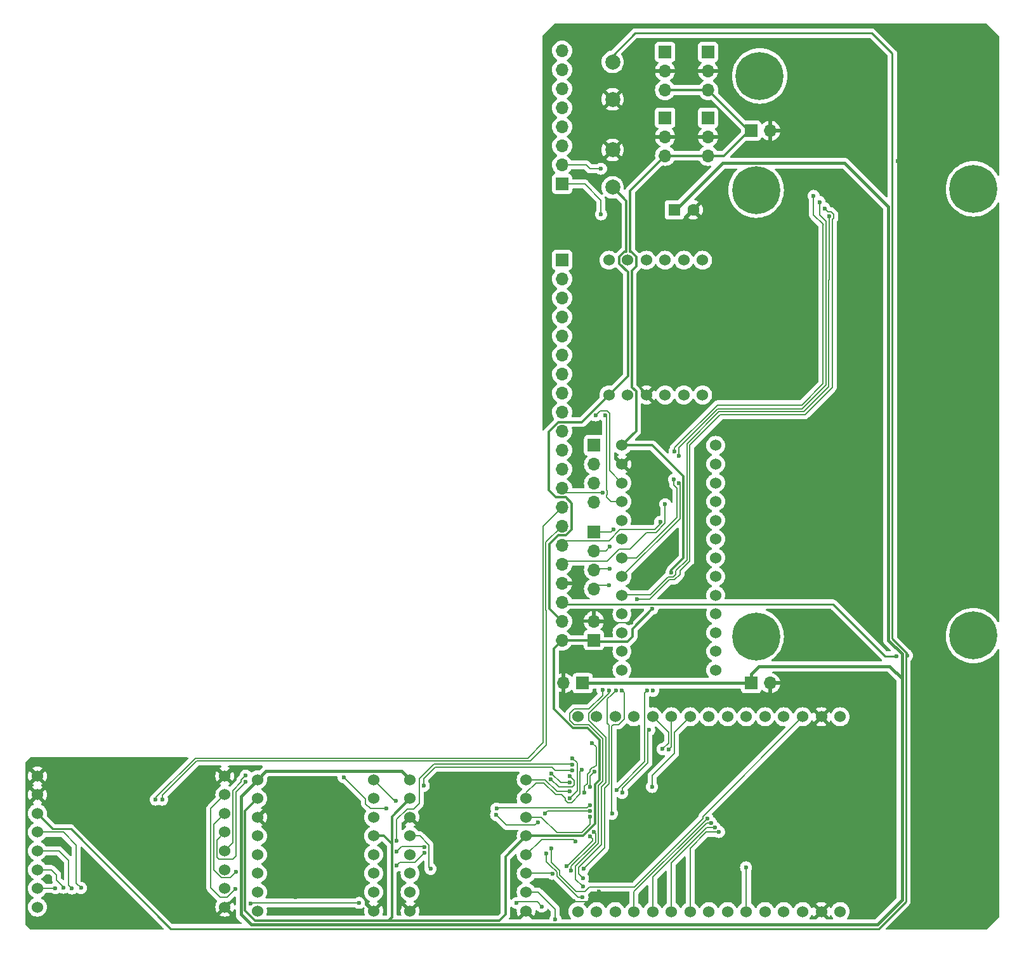
<source format=gtl>
G04 #@! TF.GenerationSoftware,KiCad,Pcbnew,8.0.8-8.0.8-0~ubuntu22.04.1*
G04 #@! TF.CreationDate,2025-02-11T23:42:30+01:00*
G04 #@! TF.ProjectId,aovv_rev_0,616f7676-5f72-4657-965f-302e6b696361,rev?*
G04 #@! TF.SameCoordinates,Original*
G04 #@! TF.FileFunction,Copper,L1,Top*
G04 #@! TF.FilePolarity,Positive*
%FSLAX46Y46*%
G04 Gerber Fmt 4.6, Leading zero omitted, Abs format (unit mm)*
G04 Created by KiCad (PCBNEW 8.0.8-8.0.8-0~ubuntu22.04.1) date 2025-02-11 23:42:30*
%MOMM*%
%LPD*%
G01*
G04 APERTURE LIST*
G04 #@! TA.AperFunction,ComponentPad*
%ADD10C,1.524000*%
G04 #@! TD*
G04 #@! TA.AperFunction,ComponentPad*
%ADD11R,1.700000X1.700000*%
G04 #@! TD*
G04 #@! TA.AperFunction,ComponentPad*
%ADD12O,1.700000X1.700000*%
G04 #@! TD*
G04 #@! TA.AperFunction,ComponentPad*
%ADD13C,0.800000*%
G04 #@! TD*
G04 #@! TA.AperFunction,ComponentPad*
%ADD14C,6.400000*%
G04 #@! TD*
G04 #@! TA.AperFunction,ComponentPad*
%ADD15C,2.000000*%
G04 #@! TD*
G04 #@! TA.AperFunction,ComponentPad*
%ADD16R,1.600000X1.600000*%
G04 #@! TD*
G04 #@! TA.AperFunction,ComponentPad*
%ADD17C,1.600000*%
G04 #@! TD*
G04 #@! TA.AperFunction,ViaPad*
%ADD18C,0.600000*%
G04 #@! TD*
G04 #@! TA.AperFunction,Conductor*
%ADD19C,0.200000*%
G04 #@! TD*
G04 #@! TA.AperFunction,Conductor*
%ADD20C,0.300000*%
G04 #@! TD*
G04 #@! TA.AperFunction,Conductor*
%ADD21C,0.250000*%
G04 #@! TD*
G04 #@! TA.AperFunction,Conductor*
%ADD22C,0.400000*%
G04 #@! TD*
G04 APERTURE END LIST*
D10*
X193250000Y-158087500D03*
X190750000Y-158087500D03*
X188250000Y-158087500D03*
X185750000Y-158087500D03*
X183250000Y-158087500D03*
X180750000Y-158087500D03*
X178250000Y-158087500D03*
X175750000Y-158087500D03*
X173250000Y-158087500D03*
X170750000Y-158087500D03*
X168250000Y-158087500D03*
X165750000Y-158087500D03*
X163250000Y-158087500D03*
X160750000Y-158087500D03*
X158250000Y-158087500D03*
X158250000Y-132087500D03*
X160750000Y-132087500D03*
X163250000Y-132087500D03*
X165750000Y-132087500D03*
X168250000Y-132087500D03*
X170750000Y-132087500D03*
X173250000Y-132087500D03*
X175750000Y-132087500D03*
X178250000Y-132087500D03*
X180750000Y-132087500D03*
X183250000Y-132087500D03*
X185750000Y-132087500D03*
X188250000Y-132087500D03*
X190750000Y-132087500D03*
X193250000Y-132087500D03*
D11*
X181400000Y-127600000D03*
D12*
X183940000Y-127600000D03*
D11*
X160400000Y-121850000D03*
D12*
X160400000Y-119310000D03*
D13*
X179650000Y-121350000D03*
X180352944Y-119652944D03*
X180352944Y-123047056D03*
X182050000Y-118950000D03*
D14*
X182050000Y-121350000D03*
D13*
X182050000Y-123750000D03*
X183747056Y-119652944D03*
X183747056Y-123047056D03*
X184450000Y-121350000D03*
D11*
X160425000Y-95840000D03*
D12*
X160425000Y-98380000D03*
X160425000Y-100920000D03*
X160425000Y-103460000D03*
D11*
X158900000Y-127600000D03*
D12*
X156360000Y-127600000D03*
D15*
X162900000Y-49640000D03*
X162900000Y-44640000D03*
D13*
X180130000Y-46520000D03*
X180832944Y-44822944D03*
X180832944Y-48217056D03*
X182530000Y-44120000D03*
D14*
X182530000Y-46520000D03*
D13*
X182530000Y-48920000D03*
X184227056Y-44822944D03*
X184227056Y-48217056D03*
X184930000Y-46520000D03*
D16*
X171150000Y-64390000D03*
D17*
X173650000Y-64390000D03*
D10*
X86137500Y-157500000D03*
X86137500Y-155000000D03*
X86137500Y-152500000D03*
X86137500Y-150000000D03*
X86137500Y-147500000D03*
X86137500Y-145000000D03*
X86137500Y-142500000D03*
X86137500Y-140000000D03*
X111137500Y-140000000D03*
X111137500Y-142500000D03*
X111137500Y-145000000D03*
X111137500Y-147500000D03*
X111137500Y-150000000D03*
X111137500Y-152500000D03*
X111137500Y-155000000D03*
X111137500Y-157500000D03*
X135862500Y-158000000D03*
X135862500Y-155500000D03*
X135862500Y-153000000D03*
X135862500Y-150500000D03*
X135862500Y-148000000D03*
X135862500Y-145500000D03*
X135862500Y-143000000D03*
X135862500Y-140500000D03*
X151362500Y-140500000D03*
X151362500Y-143000000D03*
X151362500Y-145500000D03*
X151362500Y-148000000D03*
X151362500Y-150500000D03*
X151362500Y-153000000D03*
X151362500Y-155500000D03*
X151362500Y-158000000D03*
D11*
X175650000Y-52100000D03*
D12*
X175650000Y-54640000D03*
X175650000Y-57180000D03*
D11*
X169900000Y-52100000D03*
D12*
X169900000Y-54640000D03*
X169900000Y-57180000D03*
D11*
X169900000Y-43310000D03*
D12*
X169900000Y-45850000D03*
X169900000Y-48390000D03*
D11*
X181400000Y-53825000D03*
D12*
X183940000Y-53825000D03*
D13*
X211050000Y-64000000D03*
X209352944Y-63297056D03*
X212747056Y-63297056D03*
X208650000Y-61600000D03*
D14*
X211050000Y-61600000D03*
D13*
X213450000Y-61600000D03*
X209352944Y-59902944D03*
X212747056Y-59902944D03*
X211050000Y-59200000D03*
D10*
X164150000Y-125850000D03*
X164150000Y-123350000D03*
X164150000Y-120850000D03*
X164150000Y-118350000D03*
X164150000Y-115850000D03*
X164150000Y-113350000D03*
X164150000Y-110850000D03*
X164150000Y-108350000D03*
X164150000Y-105850000D03*
X164150000Y-103350000D03*
X164150000Y-100850000D03*
X164150000Y-98350000D03*
X164150000Y-95850000D03*
X176650000Y-95850000D03*
X176650000Y-98350000D03*
X176650000Y-100850000D03*
X176650000Y-103350000D03*
X176650000Y-105850000D03*
X176650000Y-108350000D03*
X176650000Y-110850000D03*
X176650000Y-113350000D03*
X176650000Y-115850000D03*
X176650000Y-118350000D03*
X176650000Y-120850000D03*
X176650000Y-123350000D03*
X176650000Y-125850000D03*
D11*
X156150000Y-60920000D03*
D12*
X156150000Y-58380000D03*
X156150000Y-55840000D03*
X156150000Y-53300000D03*
X156150000Y-50760000D03*
X156150000Y-48220000D03*
X156150000Y-45680000D03*
X156150000Y-43140000D03*
D13*
X208652944Y-121252944D03*
X209355888Y-119555888D03*
X209355888Y-122950000D03*
X211052944Y-118852944D03*
D14*
X211052944Y-121252944D03*
D13*
X211052944Y-123652944D03*
X212750000Y-119555888D03*
X212750000Y-122950000D03*
X213452944Y-121252944D03*
D15*
X162900000Y-61390000D03*
X162900000Y-56390000D03*
D10*
X115500000Y-158000000D03*
X115500000Y-155500000D03*
X115500000Y-153000000D03*
X115500000Y-150500000D03*
X115500000Y-148000000D03*
X115500000Y-145500000D03*
X115500000Y-143000000D03*
X115500000Y-140500000D03*
X131000000Y-140500000D03*
X131000000Y-143000000D03*
X131000000Y-145500000D03*
X131000000Y-148000000D03*
X131000000Y-150500000D03*
X131000000Y-153000000D03*
X131000000Y-155500000D03*
X131000000Y-158000000D03*
D13*
X184450000Y-61755888D03*
X183747056Y-63452944D03*
X183747056Y-60058832D03*
X182050000Y-64155888D03*
D14*
X182050000Y-61755888D03*
D13*
X182050000Y-59355888D03*
X180352944Y-63452944D03*
X180352944Y-60058832D03*
X179650000Y-61755888D03*
D11*
X156150000Y-71080000D03*
D12*
X156150000Y-73620000D03*
X156150000Y-76160000D03*
X156150000Y-78700000D03*
X156150000Y-81240000D03*
X156150000Y-83780000D03*
X156150000Y-86320000D03*
X156150000Y-88860000D03*
X156150000Y-91400000D03*
X156150000Y-93940000D03*
X156150000Y-96480000D03*
X156150000Y-99020000D03*
X156150000Y-101560000D03*
X156150000Y-104100000D03*
X156150000Y-106640000D03*
X156150000Y-109180000D03*
X156150000Y-111720000D03*
X156150000Y-114260000D03*
X156150000Y-116800000D03*
X156150000Y-119340000D03*
X156150000Y-121880000D03*
D11*
X175650000Y-43310000D03*
D12*
X175650000Y-45850000D03*
X175650000Y-48390000D03*
D10*
X174912500Y-89112500D03*
X172412500Y-89112500D03*
X169912500Y-89112500D03*
X167412500Y-89112500D03*
X164912500Y-89112500D03*
X162412500Y-89112500D03*
X162412500Y-71112500D03*
X164912500Y-71112500D03*
X167412500Y-71112500D03*
X169912500Y-71112500D03*
X172412500Y-71112500D03*
X174912500Y-71112500D03*
D11*
X160425000Y-107380000D03*
D12*
X160425000Y-109920000D03*
X160425000Y-112460000D03*
X160425000Y-115000000D03*
D18*
X185950000Y-80550000D03*
X212150000Y-96500000D03*
X141700000Y-148350000D03*
X168600000Y-72850000D03*
X211500000Y-156950000D03*
X172750000Y-140300000D03*
X179350000Y-72050000D03*
X93600000Y-144250000D03*
X169500000Y-119550000D03*
X127650000Y-149700000D03*
X191850000Y-122850000D03*
X165000000Y-135900000D03*
X138900000Y-155800000D03*
X95100000Y-154400000D03*
X186900000Y-75450000D03*
X149450000Y-155950000D03*
X178600000Y-154400000D03*
X168150000Y-92100000D03*
X158700000Y-56300000D03*
X168200000Y-86050000D03*
X159250000Y-113750000D03*
X158700000Y-80150000D03*
X159900000Y-93550000D03*
X180700000Y-135950000D03*
X118550000Y-147600000D03*
X172800000Y-54350000D03*
X173150000Y-42850000D03*
X132550000Y-152350000D03*
X197150000Y-141750000D03*
X188100000Y-118750000D03*
X158600000Y-63200000D03*
X167250000Y-155250000D03*
X90600000Y-140150000D03*
X155950000Y-129000000D03*
X162950000Y-153400000D03*
X146950000Y-150950000D03*
X186900000Y-104300000D03*
X186850000Y-62900000D03*
X138650000Y-157950000D03*
X166400000Y-104150000D03*
X124050000Y-158050000D03*
X208400000Y-49200000D03*
X161950000Y-85150000D03*
X198100000Y-42650000D03*
X90100000Y-157450000D03*
X89050000Y-148950000D03*
X204100000Y-157950000D03*
X169600000Y-154450000D03*
X187450000Y-53950000D03*
X117450000Y-151500000D03*
X197800000Y-50150000D03*
X194500000Y-153250000D03*
X146650000Y-158200000D03*
X157700000Y-156650000D03*
X162100000Y-76350000D03*
X168850000Y-112300000D03*
X159250000Y-118250000D03*
X158550000Y-43050000D03*
X96450000Y-140600000D03*
X199350000Y-129350000D03*
X159150000Y-51350000D03*
X170600000Y-109250000D03*
X159700000Y-125050000D03*
X169100000Y-102800000D03*
X172400000Y-81200000D03*
X117300000Y-155950000D03*
X147300000Y-142200000D03*
X98200000Y-158000000D03*
X118900000Y-142300000D03*
X106050000Y-155850000D03*
X199150000Y-149600000D03*
X172500000Y-91800000D03*
X166350000Y-146100000D03*
X134450000Y-157550000D03*
X106400000Y-143850000D03*
X134450000Y-154350000D03*
X183650000Y-150400000D03*
X87600000Y-153450000D03*
X166350000Y-123700000D03*
X173850000Y-77200000D03*
X144200000Y-146100000D03*
X158350000Y-59650000D03*
X132450000Y-156300000D03*
X88700000Y-151550000D03*
X191400000Y-126800000D03*
X187800000Y-44400000D03*
X200950000Y-57850000D03*
X117400000Y-153900000D03*
X182850000Y-114100000D03*
X171600000Y-60050000D03*
X167550000Y-63650000D03*
X161050000Y-155400000D03*
X165400000Y-119550000D03*
X206400000Y-87800000D03*
X192250000Y-93550000D03*
X146550000Y-155100000D03*
X186800000Y-127450000D03*
X166900000Y-51350000D03*
X177550000Y-138950000D03*
X137850000Y-147500000D03*
X132350000Y-149300000D03*
X207600000Y-146750000D03*
X184150000Y-142000000D03*
X102250000Y-150900000D03*
X208150000Y-108200000D03*
X177400000Y-63050000D03*
X209200000Y-71150000D03*
X208850000Y-128450000D03*
X172100000Y-153300000D03*
X141400000Y-141450000D03*
X173150000Y-125500000D03*
X174050000Y-128900000D03*
X211400000Y-137150000D03*
X212050000Y-115850000D03*
X159850000Y-71000000D03*
X182850000Y-86850000D03*
X175300000Y-150800000D03*
X149600000Y-158050000D03*
X166650000Y-98950000D03*
X154650000Y-154600000D03*
X173950000Y-120950000D03*
X124450000Y-152300000D03*
X112150000Y-159400000D03*
X126800000Y-144000000D03*
X120600000Y-156150000D03*
X202200000Y-123950000D03*
X200800000Y-123975000D03*
X191800000Y-65250000D03*
X170750000Y-112800000D03*
X168200000Y-117675000D03*
X190500000Y-63350000D03*
X171750000Y-97250000D03*
X171700000Y-100900000D03*
X189725000Y-62525000D03*
X171068516Y-100408846D03*
X171150000Y-96635421D03*
X138605515Y-152394485D03*
X162488000Y-112300000D03*
X162411902Y-128562518D03*
X158950000Y-153650000D03*
X162550000Y-109350000D03*
X159000000Y-152400000D03*
X163350000Y-128550000D03*
X162412917Y-114529026D03*
X158932108Y-154782108D03*
X161550000Y-128500000D03*
X160412001Y-147457238D03*
X162834620Y-145034620D03*
X157350000Y-152592414D03*
X164150003Y-128550000D03*
X163000000Y-107100000D03*
X161900000Y-91850000D03*
X101900000Y-143150000D03*
X90750000Y-155000000D03*
X102783148Y-143150000D03*
X91950000Y-154950000D03*
X169256985Y-106044485D03*
X153850000Y-145000000D03*
X163400000Y-141850000D03*
X152950000Y-146150000D03*
X113925000Y-140775000D03*
X159912000Y-144660544D03*
X167500000Y-128600000D03*
X147350000Y-145200000D03*
X160627108Y-91850000D03*
X147400000Y-144350000D03*
X159912000Y-143860541D03*
X168300000Y-128600000D03*
X132700000Y-144350000D03*
X167788000Y-133850000D03*
X164161798Y-142250000D03*
X127000000Y-140150000D03*
X113925000Y-139925000D03*
X169912500Y-103700000D03*
X112600000Y-152800000D03*
X112569698Y-155069698D03*
X88552000Y-154970208D03*
X150100000Y-156950000D03*
X160150000Y-135600000D03*
X161600000Y-102150000D03*
X159846314Y-148022925D03*
X89593465Y-154925775D03*
X159150000Y-142189852D03*
X153467892Y-157417892D03*
X114550000Y-157000000D03*
X129050000Y-156938000D03*
X156749265Y-151999265D03*
X191200000Y-64200000D03*
X166150000Y-116400000D03*
X134100000Y-150075000D03*
X137800000Y-149449997D03*
X154685049Y-149685049D03*
X154675000Y-140425000D03*
X157150000Y-140049997D03*
X157550000Y-139250000D03*
X180705515Y-152194485D03*
X133950000Y-143300000D03*
X137700000Y-141300000D03*
X134100000Y-148675000D03*
X157550000Y-138449997D03*
X154750000Y-139628521D03*
X157150000Y-140850000D03*
X154035049Y-150335049D03*
X137800000Y-150250000D03*
X158885785Y-156150000D03*
X134100000Y-151950000D03*
X168156985Y-141450000D03*
X159912000Y-145460547D03*
X157150000Y-142050000D03*
X159912000Y-141450000D03*
X170346348Y-136476383D03*
X160500000Y-139450000D03*
X157950000Y-148750000D03*
X155250000Y-159150000D03*
X154850000Y-153050000D03*
X157550000Y-137600000D03*
X157150000Y-142950000D03*
X158750000Y-139200000D03*
X169550000Y-136400000D03*
X177103546Y-147461144D03*
X161350000Y-58900000D03*
X175543015Y-145643015D03*
X176537858Y-146895457D03*
X161350000Y-65000000D03*
X176056536Y-146256448D03*
D19*
X165400000Y-119550000D02*
X160640000Y-119550000D01*
X157700000Y-156650000D02*
X157800000Y-156750000D01*
X157800000Y-156750000D02*
X159700000Y-156750000D01*
X160640000Y-119550000D02*
X160400000Y-119310000D01*
X159700000Y-156750000D02*
X161050000Y-155400000D01*
D20*
X156150000Y-119340000D02*
X154450000Y-117640000D01*
X155310000Y-102760000D02*
X154350000Y-101800000D01*
X157450000Y-103562943D02*
X156647057Y-102760000D01*
X158785000Y-92740000D02*
X162412500Y-89112500D01*
X154350000Y-94042943D02*
X155652943Y-92740000D01*
X155652943Y-92740000D02*
X158785000Y-92740000D01*
X164750000Y-63240000D02*
X164750000Y-70000500D01*
X156647057Y-107840000D02*
X157450000Y-107037057D01*
X164750000Y-70000500D02*
X164451894Y-70000500D01*
X164950000Y-86575000D02*
X162412500Y-89112500D01*
X155652943Y-107840000D02*
X156647057Y-107840000D01*
X164451894Y-70000500D02*
X163800500Y-70651894D01*
X154450000Y-109042943D02*
X155652943Y-107840000D01*
X154450000Y-117640000D02*
X154450000Y-109042943D01*
X154350000Y-101800000D02*
X154350000Y-94042943D01*
X156647057Y-102760000D02*
X155310000Y-102760000D01*
X164950000Y-72722606D02*
X164950000Y-86575000D01*
X162900000Y-61390000D02*
X164750000Y-63240000D01*
X163800500Y-71573106D02*
X164950000Y-72722606D01*
X163800500Y-70651894D02*
X163800500Y-71573106D01*
X157450000Y-107037057D02*
X157450000Y-103562943D01*
D21*
X156400000Y-117050000D02*
X156150000Y-116800000D01*
X200225000Y-121667588D02*
X202200000Y-123642588D01*
X88212500Y-147075000D02*
X86137500Y-145000000D01*
X200225000Y-43525000D02*
X200225000Y-121667588D01*
X200800000Y-123975000D02*
X199225000Y-123975000D01*
X162900000Y-43800000D02*
X165900000Y-40800000D01*
X199225000Y-123975000D02*
X192300000Y-117050000D01*
X103902394Y-160375000D02*
X90602394Y-147075000D01*
X162900000Y-44640000D02*
X162900000Y-43800000D01*
X165900000Y-40800000D02*
X197500000Y-40800000D01*
X202200000Y-123950000D02*
X202025000Y-124125000D01*
X202025000Y-156767462D02*
X198417462Y-160375000D01*
X198417462Y-160375000D02*
X103902394Y-160375000D01*
X192300000Y-117050000D02*
X156400000Y-117050000D01*
X197500000Y-40800000D02*
X200225000Y-43525000D01*
X202200000Y-123642588D02*
X202200000Y-123950000D01*
X202025000Y-124125000D02*
X202025000Y-156767462D01*
X90602394Y-147075000D02*
X88212500Y-147075000D01*
X202200000Y-123950000D02*
X202100000Y-124050000D01*
D22*
X201500000Y-126992462D02*
X199857538Y-125350000D01*
X199857538Y-125350000D02*
X182400000Y-125350000D01*
X115500000Y-140500000D02*
X116662000Y-139338000D01*
X201500000Y-123685050D02*
X201500000Y-126992462D01*
X181400000Y-126350000D02*
X181400000Y-127600000D01*
X182400000Y-125350000D02*
X181400000Y-126350000D01*
X199700000Y-64000000D02*
X199700000Y-121885050D01*
X115500000Y-140500000D02*
X113300000Y-142700000D01*
X114650000Y-159850000D02*
X198200000Y-159850000D01*
X193855888Y-58155888D02*
X199700000Y-64000000D01*
X181400000Y-127600000D02*
X158900000Y-127600000D01*
X171150000Y-64390000D02*
X171337818Y-64390000D01*
X201500000Y-156550000D02*
X201500000Y-126992462D01*
X113300000Y-158500000D02*
X114650000Y-159850000D01*
X113300000Y-142700000D02*
X113300000Y-158500000D01*
X198200000Y-159850000D02*
X201500000Y-156550000D01*
X134700500Y-139338000D02*
X135862500Y-140500000D01*
X116662000Y-139338000D02*
X134700500Y-139338000D01*
X177571930Y-58155888D02*
X193855888Y-58155888D01*
X199700000Y-121885050D02*
X201500000Y-123685050D01*
X171337818Y-64390000D02*
X177571930Y-58155888D01*
D19*
X191750000Y-88000000D02*
X188400000Y-91350000D01*
X164200000Y-115800000D02*
X164150000Y-115850000D01*
X172800000Y-95650000D02*
X172800000Y-111101471D01*
X170998529Y-113400000D02*
X170300000Y-113400000D01*
X177100000Y-91350000D02*
X172800000Y-95650000D01*
X191800000Y-73726895D02*
X191750000Y-73776895D01*
X170300000Y-113400000D02*
X167900000Y-115800000D01*
X191750000Y-73776895D02*
X191750000Y-88000000D01*
X171350000Y-113048529D02*
X170998529Y-113400000D01*
X172800000Y-111101471D02*
X171350000Y-112551471D01*
X167900000Y-115800000D02*
X164200000Y-115800000D01*
X191800000Y-65250000D02*
X191800000Y-73726895D01*
X188400000Y-91350000D02*
X177100000Y-91350000D01*
X171350000Y-112551471D02*
X171350000Y-113048529D01*
D20*
X169900000Y-57180000D02*
X165250000Y-61830000D01*
X165450000Y-88077394D02*
X166024500Y-88651894D01*
X113850000Y-157950000D02*
X115200000Y-159300000D01*
X133450000Y-145412500D02*
X135862500Y-143000000D01*
X157623709Y-133599500D02*
X155050000Y-131025791D01*
X165373106Y-70000500D02*
X166024500Y-70651894D01*
X181125000Y-53825000D02*
X177770000Y-57180000D01*
X133000000Y-159300000D02*
X133450000Y-158850000D01*
X166024500Y-88651894D02*
X166024500Y-93975500D01*
X156150000Y-121880000D02*
X156780000Y-121880000D01*
X170750000Y-112800000D02*
X170750000Y-112515075D01*
X160370000Y-121880000D02*
X160400000Y-121850000D01*
X160562000Y-141083703D02*
X161150000Y-140495703D01*
X160562000Y-146388000D02*
X160562000Y-141083703D01*
X165250000Y-70000500D02*
X165373106Y-70000500D01*
X151362500Y-148000000D02*
X148600000Y-150762500D01*
X113850000Y-144650000D02*
X113850000Y-157950000D01*
X166024500Y-70651894D02*
X166024500Y-71940999D01*
X170750000Y-112515075D02*
X172350000Y-110915075D01*
X165250000Y-61830000D02*
X165250000Y-70000500D01*
X166024500Y-71940999D02*
X165450000Y-72515499D01*
X164850000Y-122100000D02*
X160650000Y-122100000D01*
X148600000Y-158500000D02*
X147800000Y-159300000D01*
X132400000Y-148000000D02*
X131000000Y-148000000D01*
X158950000Y-148000000D02*
X160562000Y-146388000D01*
X133450000Y-149050000D02*
X132400000Y-148000000D01*
X168200000Y-117675000D02*
X165550000Y-120325000D01*
X177770000Y-57180000D02*
X175650000Y-57180000D01*
X175650000Y-48390000D02*
X181085000Y-53825000D01*
X148600000Y-150762500D02*
X148600000Y-158500000D01*
X147800000Y-159300000D02*
X133000000Y-159300000D01*
X165450000Y-72515499D02*
X165450000Y-88077394D01*
X169900000Y-48390000D02*
X175650000Y-48390000D01*
X165550000Y-120325000D02*
X165550000Y-121400000D01*
X159558023Y-133599500D02*
X157623709Y-133599500D01*
X166024500Y-93975500D02*
X164150000Y-95850000D01*
X165550000Y-121400000D02*
X164850000Y-122100000D01*
X151362500Y-148000000D02*
X158950000Y-148000000D01*
X172350000Y-110915075D02*
X172350000Y-100000000D01*
X156810000Y-121850000D02*
X160400000Y-121850000D01*
X156780000Y-121880000D02*
X156810000Y-121850000D01*
X161150000Y-135191477D02*
X159558023Y-133599500D01*
X133450000Y-158850000D02*
X133450000Y-149050000D01*
X168200000Y-95850000D02*
X164150000Y-95850000D01*
X155050000Y-122980000D02*
X156150000Y-121880000D01*
X115200000Y-159300000D02*
X133000000Y-159300000D01*
X160650000Y-122100000D02*
X160400000Y-121850000D01*
X115500000Y-143000000D02*
X113850000Y-144650000D01*
X175650000Y-57180000D02*
X169900000Y-57180000D01*
X161150000Y-140495703D02*
X161150000Y-135191477D01*
X172350000Y-100000000D02*
X168200000Y-95850000D01*
X181085000Y-53825000D02*
X181400000Y-53825000D01*
X133450000Y-149050000D02*
X133450000Y-145412500D01*
X181400000Y-53825000D02*
X181125000Y-53825000D01*
X155050000Y-131025791D02*
X155050000Y-122980000D01*
D19*
X171700000Y-100900000D02*
X171900000Y-101100000D01*
X176934314Y-90950000D02*
X171750000Y-96134314D01*
X191400000Y-65950000D02*
X191400000Y-68650000D01*
X190500000Y-65050000D02*
X191400000Y-65950000D01*
X191350000Y-87800000D02*
X188200000Y-90950000D01*
X191350000Y-68700000D02*
X191350000Y-87800000D01*
X190500000Y-63350000D02*
X190500000Y-65050000D01*
X188200000Y-90950000D02*
X185800000Y-90950000D01*
X171900000Y-101100000D02*
X171900000Y-105600000D01*
X191400000Y-68650000D02*
X191350000Y-68700000D01*
X185800000Y-90950000D02*
X176934314Y-90950000D01*
X171750000Y-96134314D02*
X171750000Y-97250000D01*
X171750000Y-97250000D02*
X171750000Y-97350000D01*
X171900000Y-105600000D02*
X164150000Y-113350000D01*
X176876471Y-90442157D02*
X188142157Y-90442157D01*
X189725000Y-65075000D02*
X189725000Y-62525000D01*
X190950000Y-87634314D02*
X190950000Y-66400000D01*
X171068516Y-100408846D02*
X171068516Y-101117045D01*
X171150000Y-96168628D02*
X176876471Y-90442157D01*
X171500000Y-101548529D02*
X171500000Y-105434314D01*
X171068516Y-101117045D02*
X171500000Y-101548529D01*
X171500000Y-105434314D02*
X166084314Y-110850000D01*
X171150000Y-96635421D02*
X171150000Y-96168628D01*
X166084314Y-110850000D02*
X164150000Y-110850000D01*
X190950000Y-66400000D02*
X191000000Y-66350000D01*
X188142157Y-90442157D02*
X190950000Y-87634314D01*
X191000000Y-66350000D02*
X189725000Y-65075000D01*
X138605515Y-152394485D02*
X138400000Y-152188970D01*
X138400000Y-149201468D02*
X137198532Y-148000000D01*
X137198532Y-148000000D02*
X135862500Y-148000000D01*
X138400000Y-152188970D02*
X138400000Y-149201468D01*
X159688000Y-131647605D02*
X159688000Y-132527395D01*
X162488000Y-112300000D02*
X160585000Y-112300000D01*
X162411902Y-128562518D02*
X162411902Y-128923703D01*
X162000000Y-140847785D02*
X161412000Y-141435785D01*
X162000000Y-134839395D02*
X162000000Y-140847785D01*
X160585000Y-112300000D02*
X160425000Y-112460000D01*
X161412000Y-149139471D02*
X158350000Y-152201471D01*
X162411902Y-128923703D02*
X159688000Y-131647605D01*
X159688000Y-132527395D02*
X162000000Y-134839395D01*
X158350000Y-153050000D02*
X158950000Y-153650000D01*
X161412000Y-141435785D02*
X161412000Y-149139471D01*
X158350000Y-152201471D02*
X158350000Y-153050000D01*
X163350000Y-128550000D02*
X162750000Y-129150000D01*
X162400000Y-133184314D02*
X162400000Y-141013471D01*
X162750000Y-129151291D02*
X162188000Y-129713291D01*
X162188000Y-132972314D02*
X162400000Y-133184314D01*
X162400000Y-141013471D02*
X161812000Y-141601471D01*
X162188000Y-129713291D02*
X162188000Y-132972314D01*
X161980000Y-109920000D02*
X160425000Y-109920000D01*
X161812000Y-149588000D02*
X159000000Y-152400000D01*
X162550000Y-109350000D02*
X161980000Y-109920000D01*
X161812000Y-141601471D02*
X161812000Y-149588000D01*
X162750000Y-129150000D02*
X162750000Y-129151291D01*
X161012000Y-141270099D02*
X161600000Y-140682099D01*
X157188000Y-132527395D02*
X157188000Y-131647605D01*
X157950000Y-153800000D02*
X157950000Y-152035785D01*
X161550000Y-129219919D02*
X161550000Y-128500000D01*
X162412917Y-114529026D02*
X160895974Y-114529026D01*
X157810105Y-131025500D02*
X159744419Y-131025500D01*
X158932108Y-154782108D02*
X157950000Y-153800000D01*
X161012000Y-148973785D02*
X161012000Y-141270099D01*
X159744419Y-133149500D02*
X157810105Y-133149500D01*
X160895974Y-114529026D02*
X160425000Y-115000000D01*
X157188000Y-131647605D02*
X157810105Y-131025500D01*
X157810105Y-133149500D02*
X157188000Y-132527395D01*
X161600000Y-140682099D02*
X161600000Y-135005081D01*
X159744419Y-131025500D02*
X161550000Y-129219919D01*
X157950000Y-152035785D02*
X161012000Y-148973785D01*
X161600000Y-135005081D02*
X159744419Y-133149500D01*
X160120100Y-149300000D02*
X157350000Y-152070100D01*
X162800000Y-145000000D02*
X162800000Y-133350000D01*
X157350000Y-152070100D02*
X157350000Y-152592414D01*
X162720000Y-107380000D02*
X160425000Y-107380000D01*
X163689895Y-133149500D02*
X164450000Y-132389395D01*
X164450000Y-128849997D02*
X164150003Y-128550000D01*
X163000500Y-133149500D02*
X163689895Y-133149500D01*
X160612000Y-148808099D02*
X160120100Y-149300000D01*
X160612000Y-147657237D02*
X160612000Y-148808099D01*
X162800000Y-133350000D02*
X163000500Y-133149500D01*
X163000000Y-107100000D02*
X162720000Y-107380000D01*
X164450000Y-132389395D02*
X164450000Y-128849997D01*
X160412001Y-147457238D02*
X160612000Y-147657237D01*
X162834620Y-145034620D02*
X162800000Y-145000000D01*
X162200000Y-101901471D02*
X162200000Y-102398529D01*
X162100000Y-102750000D02*
X162700000Y-103350000D01*
X161900000Y-91850000D02*
X162100000Y-92050000D01*
X162100000Y-101801471D02*
X162200000Y-101901471D01*
X162200000Y-102398529D02*
X162100000Y-102498529D01*
X162100000Y-92050000D02*
X162100000Y-101801471D01*
X162100000Y-102498529D02*
X162100000Y-102750000D01*
X162700000Y-103350000D02*
X164150000Y-103350000D01*
X153650000Y-135534314D02*
X153650000Y-118042082D01*
X90300000Y-151300000D02*
X89000000Y-150000000D01*
X107200000Y-137600000D02*
X151584314Y-137600000D01*
X89000000Y-150000000D02*
X86137500Y-150000000D01*
X153600000Y-106650000D02*
X156150000Y-104100000D01*
X101900000Y-142900000D02*
X107200000Y-137600000D01*
X153650000Y-118042082D02*
X153600000Y-117992082D01*
X90750000Y-155000000D02*
X90300000Y-154550000D01*
X90300000Y-154550000D02*
X90300000Y-151300000D01*
X153600000Y-117992082D02*
X153600000Y-106650000D01*
X101900000Y-143150000D02*
X101900000Y-142900000D01*
X151584314Y-137600000D02*
X153650000Y-135534314D01*
X91300000Y-149200000D02*
X89600000Y-147500000D01*
X151900000Y-138000000D02*
X154050000Y-135850000D01*
X91950000Y-154950000D02*
X91300000Y-154300000D01*
X102783148Y-142582538D02*
X107365686Y-138000000D01*
X91300000Y-154300000D02*
X91300000Y-149200000D01*
X107365686Y-138000000D02*
X151900000Y-138000000D01*
X154050000Y-135850000D02*
X154050000Y-117876396D01*
X89600000Y-147500000D02*
X86137500Y-147500000D01*
X102783148Y-143150000D02*
X102783148Y-142582538D01*
X154000000Y-117826396D02*
X154000000Y-108790000D01*
X154050000Y-117876396D02*
X154000000Y-117826396D01*
X154000000Y-108790000D02*
X156150000Y-106640000D01*
X156730000Y-108600000D02*
X156150000Y-109180000D01*
X169256985Y-106044485D02*
X169256985Y-106327329D01*
X163898105Y-107100000D02*
X162398105Y-108600000D01*
X168484314Y-107100000D02*
X163898105Y-107100000D01*
X169256985Y-106327329D02*
X168484314Y-107100000D01*
X162398105Y-108600000D02*
X156730000Y-108600000D01*
X112600000Y-150700000D02*
X112600000Y-142100000D01*
X113925000Y-140775000D02*
X113950000Y-140750000D01*
X110075500Y-150815895D02*
X110321605Y-151062000D01*
X110321605Y-151062000D02*
X112238000Y-151062000D01*
X110075500Y-148562000D02*
X110075500Y-150815895D01*
X159912000Y-144660544D02*
X159901456Y-144650000D01*
X152950000Y-146150000D02*
X152538000Y-146562000D01*
X113800000Y-140900000D02*
X113925000Y-140775000D01*
X112238000Y-151062000D02*
X112600000Y-150700000D01*
X167500000Y-128600000D02*
X167188000Y-128912000D01*
X111137500Y-147500000D02*
X110075500Y-148562000D01*
X154200000Y-144650000D02*
X153850000Y-145000000D01*
X167188000Y-138062000D02*
X163400000Y-141850000D01*
X167188000Y-128912000D02*
X167188000Y-138062000D01*
X152950000Y-146150000D02*
X153050000Y-146250000D01*
X112238000Y-151062000D02*
X112400000Y-150900000D01*
X152538000Y-146562000D02*
X148712000Y-146562000D01*
X159901456Y-144650000D02*
X154200000Y-144650000D01*
X112600000Y-142100000D02*
X113800000Y-140900000D01*
X148712000Y-146562000D02*
X147350000Y-145200000D01*
X161227108Y-91250000D02*
X162148529Y-91250000D01*
X160627108Y-91850000D02*
X161227108Y-91250000D01*
X162500000Y-99200000D02*
X164150000Y-100850000D01*
X162148529Y-91250000D02*
X162500000Y-91601471D01*
X162500000Y-91601471D02*
X162500000Y-99200000D01*
X112199500Y-141934814D02*
X112199500Y-148938000D01*
X112199500Y-148938000D02*
X111137500Y-150000000D01*
X159863474Y-143860541D02*
X159474015Y-144250000D01*
X127000000Y-140150000D02*
X129938000Y-143088000D01*
X167788000Y-133850000D02*
X167588000Y-134050000D01*
X167588000Y-138227686D02*
X164161798Y-141653888D01*
X129938000Y-143088000D02*
X129938000Y-143738000D01*
X159912000Y-143860541D02*
X159863474Y-143860541D01*
X164161798Y-141653888D02*
X164161798Y-142250000D01*
X129938000Y-143738000D02*
X130550000Y-144350000D01*
X167588000Y-134050000D02*
X167588000Y-138227686D01*
X113325000Y-140525000D02*
X113325000Y-140809314D01*
X113925000Y-139925000D02*
X113325000Y-140525000D01*
X130550000Y-144350000D02*
X132700000Y-144350000D01*
X159474015Y-144250000D02*
X147500000Y-144250000D01*
X113325000Y-140809314D02*
X112199500Y-141934814D01*
X147500000Y-144250000D02*
X147400000Y-144350000D01*
X162208210Y-111289895D02*
X156580105Y-111289895D01*
X169912500Y-103700000D02*
X169912500Y-106237500D01*
X169912500Y-106237500D02*
X168650000Y-107500000D01*
X165212000Y-109738000D02*
X163760105Y-109738000D01*
X156580105Y-111289895D02*
X156150000Y-111720000D01*
X167450000Y-107500000D02*
X165212000Y-109738000D01*
X168650000Y-107500000D02*
X167450000Y-107500000D01*
X163760105Y-109738000D02*
X162208210Y-111289895D01*
X111137500Y-145000000D02*
X109675500Y-146462000D01*
X109675500Y-146462000D02*
X109675500Y-152539895D01*
X111838000Y-153562000D02*
X112600000Y-152800000D01*
X110697605Y-153562000D02*
X111838000Y-153562000D01*
X109675500Y-152539895D02*
X110697605Y-153562000D01*
X111439396Y-156200000D02*
X110550000Y-156200000D01*
X109275500Y-154925500D02*
X109275500Y-144362000D01*
X110550000Y-156200000D02*
X109275500Y-154925500D01*
X112569698Y-155069698D02*
X111439396Y-156200000D01*
X109275500Y-144362000D02*
X111137500Y-142500000D01*
X88522208Y-155000000D02*
X86137500Y-155000000D01*
X88552000Y-154970208D02*
X88522208Y-155000000D01*
X150250000Y-156800000D02*
X150100000Y-156950000D01*
X129050000Y-156938000D02*
X129138000Y-156938000D01*
X159846314Y-148022925D02*
X160212000Y-148388611D01*
X89593465Y-154925775D02*
X89593465Y-154793465D01*
X153467892Y-157417892D02*
X152850000Y-156800000D01*
X159312000Y-141201471D02*
X159512000Y-141001471D01*
X160700000Y-138575735D02*
X160700000Y-136150000D01*
X160251471Y-138850000D02*
X160425735Y-138850000D01*
X89593465Y-154793465D02*
X88700000Y-153900000D01*
X159512000Y-141001471D02*
X159512000Y-139763735D01*
X152850000Y-156800000D02*
X150250000Y-156800000D01*
X159900000Y-139375735D02*
X159900000Y-139201471D01*
X159298529Y-141201471D02*
X159312000Y-141201471D01*
X159150000Y-141350000D02*
X159298529Y-141201471D01*
X160212000Y-148642414D02*
X159954415Y-148900000D01*
X159150000Y-142189852D02*
X159150000Y-141350000D01*
X88700000Y-153200000D02*
X88000000Y-152500000D01*
X114550000Y-157000000D02*
X114612000Y-156938000D01*
X114612000Y-156938000D02*
X129050000Y-156938000D01*
X160212000Y-148388611D02*
X160212000Y-148642414D01*
X156740000Y-102150000D02*
X156150000Y-101560000D01*
X159512000Y-139763735D02*
X159900000Y-139375735D01*
X161600000Y-102150000D02*
X156740000Y-102150000D01*
X159900000Y-139201471D02*
X160251471Y-138850000D01*
X156855150Y-151999265D02*
X156749265Y-151999265D01*
X160425735Y-138850000D02*
X160700000Y-138575735D01*
X159954415Y-148900000D02*
X156855150Y-151999265D01*
X88000000Y-152500000D02*
X86137500Y-152500000D01*
X88700000Y-153900000D02*
X88700000Y-153200000D01*
X160700000Y-136150000D02*
X160150000Y-135600000D01*
X192200000Y-88115686D02*
X188565686Y-91750000D01*
X192400000Y-65498529D02*
X192200000Y-65698529D01*
X170465686Y-113800000D02*
X167865686Y-116400000D01*
X177265686Y-91750000D02*
X173200000Y-95815686D01*
X191200000Y-64200000D02*
X191650000Y-64650000D01*
X192400000Y-65001471D02*
X192400000Y-65498529D01*
X171164215Y-113800000D02*
X170465686Y-113800000D01*
X171883578Y-112583579D02*
X171883578Y-113080637D01*
X192048529Y-64650000D02*
X192400000Y-65001471D01*
X173200000Y-95815686D02*
X173200000Y-111267157D01*
X167865686Y-116400000D02*
X166150000Y-116400000D01*
X192200000Y-65698529D02*
X192200000Y-88115686D01*
X188565686Y-91750000D02*
X177265686Y-91750000D01*
X191650000Y-64650000D02*
X192048529Y-64650000D01*
X173200000Y-111267157D02*
X171883578Y-112583579D01*
X171883578Y-113080637D02*
X171164215Y-113800000D01*
X134737000Y-149438000D02*
X134100000Y-150075000D01*
X154685049Y-149685049D02*
X154685049Y-151535049D01*
X154749264Y-151535049D02*
X155850000Y-152635785D01*
X154685049Y-151535049D02*
X154749264Y-151535049D01*
X137788003Y-149438000D02*
X134737000Y-149438000D01*
X155850000Y-153184314D02*
X158047794Y-155382108D01*
X137800000Y-149449997D02*
X137788003Y-149438000D01*
X155850000Y-152635785D02*
X155850000Y-153184314D01*
X174943015Y-145677329D02*
X174943015Y-145394485D01*
X165820344Y-154800000D02*
X174943015Y-145677329D01*
X174943015Y-145394485D02*
X188250000Y-132087500D01*
X159180637Y-155382108D02*
X159762745Y-154800000D01*
X158047794Y-155382108D02*
X159180637Y-155382108D01*
X159762745Y-154800000D02*
X165820344Y-154800000D01*
X157198526Y-140049997D02*
X157750000Y-140601471D01*
X157150000Y-140049997D02*
X157198526Y-140049997D01*
X155700000Y-141450000D02*
X154675000Y-140425000D01*
X157498529Y-141450000D02*
X155700000Y-141450000D01*
X157750000Y-140601471D02*
X157750000Y-141198529D01*
X157750000Y-141198529D02*
X157498529Y-141450000D01*
X133800000Y-143300000D02*
X133950000Y-143300000D01*
X180705515Y-152194485D02*
X180750000Y-152238970D01*
X155220008Y-139250000D02*
X157550000Y-139250000D01*
X137700000Y-140315686D02*
X139215686Y-138800000D01*
X137700000Y-141300000D02*
X137700000Y-140315686D01*
X180750000Y-152238970D02*
X180750000Y-158087500D01*
X154770008Y-138800000D02*
X155220008Y-139250000D01*
X131000000Y-140500000D02*
X133800000Y-143300000D01*
X139215686Y-138800000D02*
X154770008Y-138800000D01*
X135460605Y-144400000D02*
X134100000Y-145760605D01*
X139050000Y-138400000D02*
X137100000Y-140350000D01*
X137100000Y-140350000D02*
X137100000Y-143650000D01*
X157550000Y-138449997D02*
X157500003Y-138400000D01*
X137100000Y-143650000D02*
X136350000Y-144400000D01*
X134100000Y-145760605D02*
X134100000Y-148675000D01*
X136350000Y-144400000D02*
X135460605Y-144400000D01*
X157500003Y-138400000D02*
X139050000Y-138400000D01*
X157150000Y-140850000D02*
X155971479Y-140850000D01*
X155971479Y-140850000D02*
X154750000Y-139628521D01*
X154583578Y-151935049D02*
X155450000Y-152801471D01*
X134488000Y-151562000D02*
X134100000Y-151950000D01*
X136488000Y-151562000D02*
X134488000Y-151562000D01*
X154035049Y-150335049D02*
X154035049Y-151450734D01*
X154519364Y-151935049D02*
X154583578Y-151935049D01*
X155450000Y-153350000D02*
X158250000Y-156150000D01*
X158250000Y-156150000D02*
X158885785Y-156150000D01*
X137800000Y-150250000D02*
X136488000Y-151562000D01*
X155450000Y-152801471D02*
X155450000Y-153350000D01*
X154035049Y-151450734D02*
X154519364Y-151935049D01*
X171150000Y-136950000D02*
X171150000Y-134187500D01*
X158763604Y-147550000D02*
X155450000Y-147550000D01*
X168156985Y-139943015D02*
X171150000Y-136950000D01*
X153400000Y-145500000D02*
X151362500Y-145500000D01*
X159951453Y-145500000D02*
X160000000Y-145500000D01*
X155450000Y-147550000D02*
X153400000Y-145500000D01*
X159912000Y-145460547D02*
X159951453Y-145500000D01*
X171150000Y-134187500D02*
X173250000Y-132087500D01*
X159912000Y-146401604D02*
X158763604Y-147550000D01*
X159912000Y-145460547D02*
X159912000Y-146401604D01*
X168156985Y-141450000D02*
X168156985Y-139943015D01*
X155451471Y-142050000D02*
X153901471Y-140500000D01*
X153901471Y-140500000D02*
X151362500Y-140500000D01*
X157150000Y-142050000D02*
X155451471Y-142050000D01*
X153412500Y-148450000D02*
X157650000Y-148450000D01*
X157650000Y-148450000D02*
X157950000Y-148750000D01*
X151362500Y-150500000D02*
X153412500Y-148450000D01*
X159912000Y-141450000D02*
X159912000Y-140038000D01*
X170750000Y-136072731D02*
X170750000Y-132087500D01*
X170346348Y-136476383D02*
X170750000Y-136072731D01*
X157950000Y-148750000D02*
X158050000Y-148750000D01*
X159912000Y-140038000D02*
X160500000Y-139450000D01*
X155250000Y-159150000D02*
X155250000Y-157800000D01*
X155250000Y-157800000D02*
X152950000Y-155500000D01*
X152950000Y-155500000D02*
X151362500Y-155500000D01*
X154800000Y-153000000D02*
X154850000Y-153050000D01*
X157500000Y-137550000D02*
X157500000Y-137500000D01*
X157550000Y-137600000D02*
X158150000Y-138200000D01*
X151362500Y-153000000D02*
X154800000Y-153000000D01*
X158150000Y-138200000D02*
X158150000Y-141950000D01*
X157550000Y-137600000D02*
X157500000Y-137550000D01*
X158150000Y-141950000D02*
X157150000Y-142950000D01*
X151362500Y-142187500D02*
X151362500Y-143000000D01*
X152650000Y-140900000D02*
X151362500Y-142187500D01*
X170350000Y-135600000D02*
X170350000Y-134187500D01*
X158550000Y-139400000D02*
X158550000Y-142398529D01*
X156050000Y-142450000D02*
X155285785Y-142450000D01*
X153735785Y-140900000D02*
X152650000Y-140900000D01*
X156901471Y-143550000D02*
X156550000Y-143198529D01*
X156550000Y-143198529D02*
X156550000Y-142950000D01*
X158750000Y-139200000D02*
X158550000Y-139400000D01*
X155285785Y-142450000D02*
X153735785Y-140900000D01*
X170350000Y-134187500D02*
X168250000Y-132087500D01*
X156550000Y-142950000D02*
X156050000Y-142450000D01*
X157398529Y-143550000D02*
X156901471Y-143550000D01*
X158550000Y-142398529D02*
X157398529Y-143550000D01*
X169550000Y-136400000D02*
X170350000Y-135600000D01*
X177103546Y-147461144D02*
X176820700Y-147461144D01*
X159355000Y-58380000D02*
X156150000Y-58380000D01*
X176820700Y-147461144D02*
X176786387Y-147495457D01*
X175387631Y-147495457D02*
X173250000Y-149633088D01*
X176786387Y-147495457D02*
X175387631Y-147495457D01*
X161350000Y-58900000D02*
X159875000Y-58900000D01*
X159875000Y-58900000D02*
X159355000Y-58380000D01*
X173250000Y-149633088D02*
X173250000Y-158087500D01*
X165750000Y-155436030D02*
X165750000Y-158087500D01*
X175543015Y-145643015D02*
X165750000Y-155436030D01*
X161350000Y-63100000D02*
X159170000Y-60920000D01*
X159170000Y-60920000D02*
X156150000Y-60920000D01*
X176537858Y-146895457D02*
X175421945Y-146895457D01*
X161350000Y-65000000D02*
X161350000Y-63100000D01*
X175421945Y-146895457D02*
X170750000Y-151567402D01*
X170750000Y-151567402D02*
X170750000Y-158087500D01*
X176056536Y-146256448D02*
X175495268Y-146256448D01*
X168250000Y-153501716D02*
X168250000Y-158087500D01*
X175495268Y-146256448D02*
X168250000Y-153501716D01*
G04 #@! TA.AperFunction,Conductor*
G36*
X106217942Y-137520185D02*
G01*
X106263697Y-137572989D01*
X106273641Y-137642147D01*
X106244616Y-137705703D01*
X106238584Y-137712180D01*
X103884216Y-140066548D01*
X101531286Y-142419478D01*
X101531284Y-142419480D01*
X101495983Y-142454780D01*
X101474276Y-142472091D01*
X101397739Y-142520183D01*
X101397735Y-142520186D01*
X101270184Y-142647737D01*
X101174211Y-142800476D01*
X101114631Y-142970745D01*
X101114630Y-142970750D01*
X101094435Y-143149996D01*
X101094435Y-143150003D01*
X101114630Y-143329249D01*
X101114631Y-143329254D01*
X101174211Y-143499523D01*
X101254456Y-143627231D01*
X101270184Y-143652262D01*
X101397738Y-143779816D01*
X101458425Y-143817948D01*
X101528701Y-143862106D01*
X101550478Y-143875789D01*
X101704878Y-143929816D01*
X101720745Y-143935368D01*
X101720750Y-143935369D01*
X101899996Y-143955565D01*
X101900000Y-143955565D01*
X101900004Y-143955565D01*
X102079249Y-143935369D01*
X102079252Y-143935368D01*
X102079255Y-143935368D01*
X102249522Y-143875789D01*
X102275603Y-143859400D01*
X102342836Y-143840400D01*
X102407544Y-143859400D01*
X102433626Y-143875789D01*
X102588026Y-143929816D01*
X102603893Y-143935368D01*
X102603898Y-143935369D01*
X102783144Y-143955565D01*
X102783148Y-143955565D01*
X102783152Y-143955565D01*
X102962397Y-143935369D01*
X102962400Y-143935368D01*
X102962403Y-143935368D01*
X103132670Y-143875789D01*
X103285410Y-143779816D01*
X103412964Y-143652262D01*
X103508937Y-143499522D01*
X103568516Y-143329255D01*
X103568517Y-143329249D01*
X103588713Y-143150003D01*
X103588713Y-143149996D01*
X103568517Y-142970750D01*
X103568514Y-142970737D01*
X103510176Y-142804019D01*
X103506614Y-142734240D01*
X103539534Y-142675385D01*
X107578102Y-138636819D01*
X107639425Y-138603334D01*
X107665783Y-138600500D01*
X110593264Y-138600500D01*
X110660303Y-138620185D01*
X110706058Y-138672989D01*
X110716002Y-138742147D01*
X110686977Y-138805703D01*
X110645669Y-138836882D01*
X110504090Y-138902901D01*
X110439311Y-138948258D01*
X111110054Y-139619000D01*
X111087340Y-139619000D01*
X110990439Y-139644964D01*
X110903560Y-139695124D01*
X110832624Y-139766060D01*
X110782464Y-139852939D01*
X110756500Y-139949840D01*
X110756500Y-139972553D01*
X110085758Y-139301811D01*
X110040401Y-139366590D01*
X109947079Y-139566720D01*
X109947075Y-139566729D01*
X109889926Y-139780013D01*
X109889924Y-139780023D01*
X109870679Y-139999999D01*
X109870679Y-140000000D01*
X109889924Y-140219976D01*
X109889926Y-140219986D01*
X109947075Y-140433270D01*
X109947080Y-140433284D01*
X110040398Y-140633405D01*
X110040401Y-140633411D01*
X110085758Y-140698187D01*
X110085758Y-140698188D01*
X110756500Y-140027446D01*
X110756500Y-140050160D01*
X110782464Y-140147061D01*
X110832624Y-140233940D01*
X110903560Y-140304876D01*
X110990439Y-140355036D01*
X111087340Y-140381000D01*
X111110053Y-140381000D01*
X110439310Y-141051740D01*
X110504089Y-141097098D01*
X110590391Y-141137342D01*
X110642830Y-141183514D01*
X110661982Y-141250708D01*
X110641766Y-141317589D01*
X110590391Y-141362106D01*
X110503840Y-141402465D01*
X110503838Y-141402466D01*
X110322877Y-141529175D01*
X110166675Y-141685377D01*
X110039966Y-141866338D01*
X110039965Y-141866340D01*
X109946607Y-142066548D01*
X109946604Y-142066554D01*
X109889430Y-142279929D01*
X109889429Y-142279937D01*
X109870177Y-142499997D01*
X109870177Y-142500002D01*
X109889429Y-142720062D01*
X109889432Y-142720076D01*
X109908678Y-142791906D01*
X109907015Y-142861755D01*
X109876584Y-142911679D01*
X108906786Y-143881478D01*
X108794981Y-143993282D01*
X108794979Y-143993285D01*
X108744861Y-144080094D01*
X108744859Y-144080096D01*
X108715925Y-144130209D01*
X108715924Y-144130210D01*
X108701937Y-144182412D01*
X108674999Y-144282943D01*
X108674999Y-144282945D01*
X108674999Y-144451046D01*
X108675000Y-144451059D01*
X108675000Y-154838830D01*
X108674999Y-154838848D01*
X108674999Y-155004554D01*
X108674998Y-155004554D01*
X108674999Y-155004557D01*
X108708956Y-155131286D01*
X108715923Y-155157284D01*
X108715924Y-155157288D01*
X108743035Y-155204246D01*
X108743036Y-155204246D01*
X108794977Y-155294212D01*
X108794981Y-155294217D01*
X108913849Y-155413085D01*
X108913855Y-155413090D01*
X110065139Y-156564374D01*
X110065160Y-156564397D01*
X110101478Y-156600715D01*
X110134963Y-156662038D01*
X110129979Y-156731730D01*
X110115372Y-156759519D01*
X110040401Y-156866589D01*
X110040400Y-156866591D01*
X109947079Y-157066720D01*
X109947075Y-157066729D01*
X109889926Y-157280013D01*
X109889924Y-157280023D01*
X109870679Y-157499999D01*
X109870679Y-157500000D01*
X109889924Y-157719976D01*
X109889926Y-157719986D01*
X109947075Y-157933270D01*
X109947080Y-157933284D01*
X110040398Y-158133405D01*
X110040401Y-158133411D01*
X110085758Y-158198187D01*
X110085758Y-158198188D01*
X110756500Y-157527446D01*
X110756500Y-157550160D01*
X110782464Y-157647061D01*
X110832624Y-157733940D01*
X110903560Y-157804876D01*
X110990439Y-157855036D01*
X111087340Y-157881000D01*
X111110053Y-157881000D01*
X110439310Y-158551740D01*
X110504090Y-158597099D01*
X110504092Y-158597100D01*
X110704215Y-158690419D01*
X110704229Y-158690424D01*
X110917513Y-158747573D01*
X110917523Y-158747575D01*
X111137499Y-158766821D01*
X111137501Y-158766821D01*
X111357476Y-158747575D01*
X111357486Y-158747573D01*
X111570770Y-158690424D01*
X111570784Y-158690419D01*
X111770907Y-158597100D01*
X111770917Y-158597094D01*
X111835688Y-158551741D01*
X111164948Y-157881000D01*
X111187660Y-157881000D01*
X111284561Y-157855036D01*
X111371440Y-157804876D01*
X111442376Y-157733940D01*
X111492536Y-157647061D01*
X111518500Y-157550160D01*
X111518500Y-157527447D01*
X112189241Y-158198188D01*
X112234594Y-158133417D01*
X112234600Y-158133407D01*
X112327919Y-157933284D01*
X112327924Y-157933270D01*
X112355725Y-157829516D01*
X112392090Y-157769855D01*
X112454937Y-157739326D01*
X112524312Y-157747621D01*
X112578190Y-157792106D01*
X112599465Y-157858658D01*
X112599500Y-157861609D01*
X112599500Y-158431006D01*
X112599500Y-158568994D01*
X112599500Y-158568996D01*
X112599499Y-158568996D01*
X112626418Y-158704322D01*
X112626421Y-158704332D01*
X112679222Y-158831807D01*
X112755887Y-158946545D01*
X112755888Y-158946546D01*
X113347162Y-159537819D01*
X113380647Y-159599142D01*
X113375663Y-159668833D01*
X113333792Y-159724767D01*
X113268327Y-159749184D01*
X113259481Y-159749500D01*
X104212847Y-159749500D01*
X104145808Y-159729815D01*
X104125166Y-159713181D01*
X91088252Y-146676267D01*
X91001127Y-146589142D01*
X91001126Y-146589141D01*
X91001125Y-146589140D01*
X90949903Y-146554915D01*
X90911381Y-146529175D01*
X90898680Y-146520688D01*
X90807554Y-146482943D01*
X90807552Y-146482941D01*
X90784852Y-146473539D01*
X90784848Y-146473537D01*
X90784846Y-146473537D01*
X90784842Y-146473536D01*
X90784838Y-146473535D01*
X90721448Y-146460926D01*
X90721447Y-146460926D01*
X90664005Y-146449500D01*
X90664001Y-146449500D01*
X90664000Y-146449500D01*
X88522952Y-146449500D01*
X88455913Y-146429815D01*
X88435271Y-146413181D01*
X87405886Y-145383796D01*
X87372401Y-145322473D01*
X87373791Y-145264023D01*
X87385570Y-145220068D01*
X87404823Y-145000000D01*
X87404204Y-144992928D01*
X87393151Y-144866586D01*
X87385570Y-144779932D01*
X87328394Y-144566550D01*
X87235034Y-144366339D01*
X87136232Y-144225234D01*
X87108327Y-144185381D01*
X87053155Y-144130209D01*
X86952120Y-144029174D01*
X86952116Y-144029171D01*
X86952115Y-144029170D01*
X86771166Y-143902468D01*
X86771163Y-143902466D01*
X86771162Y-143902466D01*
X86713951Y-143875788D01*
X86684608Y-143862105D01*
X86632169Y-143815932D01*
X86613017Y-143748739D01*
X86633233Y-143681858D01*
X86684610Y-143637340D01*
X86770912Y-143597097D01*
X86770917Y-143597094D01*
X86835688Y-143551741D01*
X86164948Y-142881000D01*
X86187660Y-142881000D01*
X86284561Y-142855036D01*
X86371440Y-142804876D01*
X86442376Y-142733940D01*
X86492536Y-142647061D01*
X86518500Y-142550160D01*
X86518500Y-142527447D01*
X87189241Y-143198188D01*
X87234594Y-143133417D01*
X87234600Y-143133407D01*
X87327919Y-142933284D01*
X87327924Y-142933270D01*
X87385073Y-142719986D01*
X87385075Y-142719976D01*
X87404321Y-142500000D01*
X87404321Y-142499999D01*
X87385075Y-142280023D01*
X87385073Y-142280013D01*
X87327924Y-142066729D01*
X87327920Y-142066720D01*
X87234596Y-141866586D01*
X87189241Y-141801811D01*
X87189240Y-141801810D01*
X86518500Y-142472551D01*
X86518500Y-142449840D01*
X86492536Y-142352939D01*
X86442376Y-142266060D01*
X86371440Y-142195124D01*
X86284561Y-142144964D01*
X86187660Y-142119000D01*
X86164947Y-142119000D01*
X86835688Y-141448258D01*
X86770911Y-141402901D01*
X86770905Y-141402898D01*
X86684017Y-141362382D01*
X86631577Y-141316210D01*
X86612425Y-141249017D01*
X86632640Y-141182136D01*
X86684017Y-141137618D01*
X86770907Y-141097100D01*
X86770917Y-141097094D01*
X86835688Y-141051741D01*
X86164948Y-140381000D01*
X86187660Y-140381000D01*
X86284561Y-140355036D01*
X86371440Y-140304876D01*
X86442376Y-140233940D01*
X86492536Y-140147061D01*
X86518500Y-140050160D01*
X86518500Y-140027447D01*
X87189241Y-140698188D01*
X87234594Y-140633417D01*
X87234600Y-140633407D01*
X87327919Y-140433284D01*
X87327924Y-140433270D01*
X87385073Y-140219986D01*
X87385075Y-140219976D01*
X87404321Y-140000000D01*
X87404321Y-139999999D01*
X87385075Y-139780023D01*
X87385073Y-139780013D01*
X87327924Y-139566729D01*
X87327920Y-139566720D01*
X87234596Y-139366586D01*
X87189241Y-139301811D01*
X87189240Y-139301810D01*
X86518500Y-139972551D01*
X86518500Y-139949840D01*
X86492536Y-139852939D01*
X86442376Y-139766060D01*
X86371440Y-139695124D01*
X86284561Y-139644964D01*
X86187660Y-139619000D01*
X86164947Y-139619000D01*
X86835688Y-138948258D01*
X86770911Y-138902901D01*
X86770905Y-138902898D01*
X86570784Y-138809580D01*
X86570770Y-138809575D01*
X86357486Y-138752426D01*
X86357476Y-138752424D01*
X86137501Y-138733179D01*
X86137499Y-138733179D01*
X85917523Y-138752424D01*
X85917513Y-138752426D01*
X85704229Y-138809575D01*
X85704220Y-138809579D01*
X85504090Y-138902901D01*
X85439311Y-138948258D01*
X86110054Y-139619000D01*
X86087340Y-139619000D01*
X85990439Y-139644964D01*
X85903560Y-139695124D01*
X85832624Y-139766060D01*
X85782464Y-139852939D01*
X85756500Y-139949840D01*
X85756500Y-139972553D01*
X85085758Y-139301811D01*
X85040401Y-139366590D01*
X84947079Y-139566720D01*
X84947075Y-139566729D01*
X84889926Y-139780013D01*
X84889924Y-139780023D01*
X84870679Y-139999999D01*
X84870679Y-140000000D01*
X84889924Y-140219976D01*
X84889926Y-140219986D01*
X84947075Y-140433270D01*
X84947080Y-140433284D01*
X85040398Y-140633405D01*
X85040401Y-140633411D01*
X85085758Y-140698187D01*
X85085758Y-140698188D01*
X85756500Y-140027446D01*
X85756500Y-140050160D01*
X85782464Y-140147061D01*
X85832624Y-140233940D01*
X85903560Y-140304876D01*
X85990439Y-140355036D01*
X86087340Y-140381000D01*
X86110053Y-140381000D01*
X85439310Y-141051740D01*
X85504089Y-141097098D01*
X85590983Y-141137618D01*
X85643422Y-141183790D01*
X85662574Y-141250984D01*
X85642358Y-141317865D01*
X85590983Y-141362382D01*
X85504090Y-141402901D01*
X85439311Y-141448258D01*
X86110054Y-142119000D01*
X86087340Y-142119000D01*
X85990439Y-142144964D01*
X85903560Y-142195124D01*
X85832624Y-142266060D01*
X85782464Y-142352939D01*
X85756500Y-142449840D01*
X85756500Y-142472553D01*
X85085758Y-141801811D01*
X85040401Y-141866590D01*
X84947079Y-142066720D01*
X84947075Y-142066729D01*
X84889926Y-142280013D01*
X84889924Y-142280023D01*
X84870679Y-142499999D01*
X84870679Y-142500000D01*
X84889924Y-142719976D01*
X84889926Y-142719986D01*
X84947075Y-142933270D01*
X84947080Y-142933284D01*
X85040398Y-143133405D01*
X85040401Y-143133411D01*
X85085758Y-143198187D01*
X85085758Y-143198188D01*
X85756500Y-142527446D01*
X85756500Y-142550160D01*
X85782464Y-142647061D01*
X85832624Y-142733940D01*
X85903560Y-142804876D01*
X85990439Y-142855036D01*
X86087340Y-142881000D01*
X86110053Y-142881000D01*
X85439310Y-143551740D01*
X85504089Y-143597098D01*
X85590391Y-143637342D01*
X85642830Y-143683514D01*
X85661982Y-143750708D01*
X85641766Y-143817589D01*
X85590391Y-143862106D01*
X85503840Y-143902465D01*
X85503838Y-143902466D01*
X85322877Y-144029175D01*
X85166675Y-144185377D01*
X85039966Y-144366338D01*
X85039965Y-144366340D01*
X84946607Y-144566548D01*
X84946604Y-144566554D01*
X84889430Y-144779929D01*
X84889429Y-144779937D01*
X84870177Y-144999997D01*
X84870177Y-145000002D01*
X84889429Y-145220062D01*
X84889430Y-145220070D01*
X84946604Y-145433445D01*
X84946605Y-145433447D01*
X84946606Y-145433450D01*
X84991041Y-145528742D01*
X85039966Y-145633662D01*
X85039968Y-145633666D01*
X85166670Y-145814615D01*
X85166675Y-145814621D01*
X85322878Y-145970824D01*
X85322884Y-145970829D01*
X85503833Y-146097531D01*
X85503835Y-146097532D01*
X85503838Y-146097534D01*
X85580790Y-146133417D01*
X85589799Y-146137618D01*
X85642238Y-146183790D01*
X85661390Y-146250984D01*
X85641174Y-146317865D01*
X85589799Y-146362382D01*
X85503840Y-146402465D01*
X85503838Y-146402466D01*
X85322877Y-146529175D01*
X85166675Y-146685377D01*
X85039966Y-146866338D01*
X85039965Y-146866340D01*
X84946607Y-147066548D01*
X84946606Y-147066550D01*
X84889430Y-147279929D01*
X84889429Y-147279937D01*
X84870177Y-147499997D01*
X84870177Y-147500002D01*
X84889429Y-147720062D01*
X84889430Y-147720070D01*
X84946604Y-147933445D01*
X84946605Y-147933447D01*
X84946606Y-147933450D01*
X85024502Y-148100500D01*
X85039966Y-148133662D01*
X85039968Y-148133666D01*
X85166670Y-148314615D01*
X85166675Y-148314621D01*
X85322878Y-148470824D01*
X85322884Y-148470829D01*
X85503833Y-148597531D01*
X85503835Y-148597532D01*
X85503838Y-148597534D01*
X85547786Y-148618027D01*
X85589799Y-148637618D01*
X85642238Y-148683790D01*
X85661390Y-148750984D01*
X85641174Y-148817865D01*
X85589799Y-148862382D01*
X85503840Y-148902465D01*
X85503838Y-148902466D01*
X85322877Y-149029175D01*
X85166675Y-149185377D01*
X85039966Y-149366338D01*
X85039965Y-149366340D01*
X84946607Y-149566548D01*
X84946604Y-149566554D01*
X84889430Y-149779929D01*
X84889429Y-149779937D01*
X84870177Y-149999997D01*
X84870177Y-150000002D01*
X84889429Y-150220062D01*
X84889430Y-150220070D01*
X84946604Y-150433445D01*
X84946605Y-150433447D01*
X84946606Y-150433450D01*
X84984309Y-150514304D01*
X85039966Y-150633662D01*
X85039968Y-150633666D01*
X85166670Y-150814615D01*
X85166675Y-150814621D01*
X85322878Y-150970824D01*
X85322884Y-150970829D01*
X85503833Y-151097531D01*
X85503835Y-151097532D01*
X85503838Y-151097534D01*
X85581315Y-151133662D01*
X85589799Y-151137618D01*
X85642238Y-151183790D01*
X85661390Y-151250984D01*
X85641174Y-151317865D01*
X85589799Y-151362382D01*
X85503840Y-151402465D01*
X85503838Y-151402466D01*
X85322877Y-151529175D01*
X85166675Y-151685377D01*
X85039966Y-151866338D01*
X85039965Y-151866340D01*
X84946607Y-152066548D01*
X84946604Y-152066554D01*
X84889430Y-152279929D01*
X84889429Y-152279937D01*
X84870177Y-152499997D01*
X84870177Y-152500002D01*
X84889429Y-152720062D01*
X84889430Y-152720070D01*
X84946604Y-152933445D01*
X84946605Y-152933447D01*
X84946606Y-152933450D01*
X84991542Y-153029816D01*
X85039966Y-153133662D01*
X85039968Y-153133666D01*
X85166670Y-153314615D01*
X85166675Y-153314621D01*
X85322878Y-153470824D01*
X85322884Y-153470829D01*
X85503833Y-153597531D01*
X85503835Y-153597532D01*
X85503838Y-153597534D01*
X85589799Y-153637618D01*
X85642238Y-153683790D01*
X85661390Y-153750984D01*
X85641174Y-153817865D01*
X85589799Y-153862382D01*
X85503840Y-153902465D01*
X85503838Y-153902466D01*
X85322877Y-154029175D01*
X85166675Y-154185377D01*
X85039966Y-154366338D01*
X85039965Y-154366340D01*
X84946607Y-154566548D01*
X84946604Y-154566554D01*
X84889430Y-154779929D01*
X84889429Y-154779937D01*
X84870177Y-154999997D01*
X84870177Y-155000002D01*
X84889429Y-155220062D01*
X84889430Y-155220070D01*
X84946604Y-155433445D01*
X84946605Y-155433447D01*
X84946606Y-155433450D01*
X84985425Y-155516698D01*
X85039966Y-155633662D01*
X85039968Y-155633666D01*
X85166670Y-155814615D01*
X85166675Y-155814621D01*
X85322878Y-155970824D01*
X85322884Y-155970829D01*
X85503833Y-156097531D01*
X85503835Y-156097532D01*
X85503838Y-156097534D01*
X85578684Y-156132435D01*
X85589799Y-156137618D01*
X85642238Y-156183790D01*
X85661390Y-156250984D01*
X85641174Y-156317865D01*
X85589799Y-156362382D01*
X85503840Y-156402465D01*
X85503838Y-156402466D01*
X85322877Y-156529175D01*
X85166675Y-156685377D01*
X85039966Y-156866338D01*
X85039965Y-156866340D01*
X84946607Y-157066548D01*
X84946604Y-157066554D01*
X84889430Y-157279929D01*
X84889429Y-157279937D01*
X84870177Y-157499997D01*
X84870177Y-157500002D01*
X84889429Y-157720062D01*
X84889430Y-157720070D01*
X84946604Y-157933445D01*
X84946605Y-157933447D01*
X84946606Y-157933450D01*
X85032474Y-158117596D01*
X85039966Y-158133662D01*
X85039968Y-158133666D01*
X85166670Y-158314615D01*
X85166675Y-158314621D01*
X85322878Y-158470824D01*
X85322884Y-158470829D01*
X85503833Y-158597531D01*
X85503835Y-158597532D01*
X85503838Y-158597534D01*
X85704050Y-158690894D01*
X85917432Y-158748070D01*
X86074623Y-158761822D01*
X86137498Y-158767323D01*
X86137500Y-158767323D01*
X86137502Y-158767323D01*
X86192517Y-158762509D01*
X86357568Y-158748070D01*
X86570950Y-158690894D01*
X86771162Y-158597534D01*
X86952120Y-158470826D01*
X87108326Y-158314620D01*
X87235034Y-158133662D01*
X87328394Y-157933450D01*
X87385570Y-157720068D01*
X87404823Y-157500000D01*
X87400806Y-157454090D01*
X87389030Y-157319480D01*
X87385570Y-157279932D01*
X87328394Y-157066550D01*
X87235034Y-156866339D01*
X87152222Y-156748070D01*
X87108327Y-156685381D01*
X87053466Y-156630520D01*
X86952120Y-156529174D01*
X86952116Y-156529171D01*
X86952115Y-156529170D01*
X86771166Y-156402468D01*
X86771158Y-156402464D01*
X86685201Y-156362382D01*
X86632761Y-156316210D01*
X86613609Y-156249017D01*
X86633824Y-156182136D01*
X86685201Y-156137618D01*
X86696316Y-156132435D01*
X86771162Y-156097534D01*
X86952120Y-155970826D01*
X87108326Y-155814620D01*
X87191387Y-155695996D01*
X87221230Y-155653377D01*
X87275807Y-155609752D01*
X87322805Y-155600500D01*
X88014772Y-155600500D01*
X88080743Y-155619505D01*
X88202478Y-155695997D01*
X88343438Y-155745321D01*
X88372745Y-155755576D01*
X88372750Y-155755577D01*
X88551996Y-155775773D01*
X88552000Y-155775773D01*
X88552004Y-155775773D01*
X88731249Y-155755577D01*
X88731252Y-155755576D01*
X88731255Y-155755576D01*
X88901522Y-155695997D01*
X89042118Y-155607654D01*
X89109353Y-155588654D01*
X89174059Y-155607653D01*
X89243943Y-155651564D01*
X89243946Y-155651565D01*
X89414202Y-155711141D01*
X89414208Y-155711142D01*
X89414210Y-155711143D01*
X89414211Y-155711143D01*
X89414215Y-155711144D01*
X89593461Y-155731340D01*
X89593465Y-155731340D01*
X89593469Y-155731340D01*
X89772714Y-155711144D01*
X89772717Y-155711143D01*
X89772720Y-155711143D01*
X89942987Y-155651564D01*
X89947950Y-155648446D01*
X90009530Y-155609752D01*
X90059768Y-155578185D01*
X90127003Y-155559185D01*
X90193838Y-155579552D01*
X90213420Y-155595498D01*
X90247738Y-155629816D01*
X90285235Y-155653377D01*
X90391363Y-155720062D01*
X90400478Y-155725789D01*
X90534928Y-155772835D01*
X90570745Y-155785368D01*
X90570750Y-155785369D01*
X90749996Y-155805565D01*
X90750000Y-155805565D01*
X90750004Y-155805565D01*
X90929249Y-155785369D01*
X90929252Y-155785368D01*
X90929255Y-155785368D01*
X91099522Y-155725789D01*
X91252262Y-155629816D01*
X91288475Y-155593602D01*
X91349795Y-155560118D01*
X91419487Y-155565102D01*
X91442127Y-155576290D01*
X91447737Y-155579815D01*
X91447738Y-155579816D01*
X91600478Y-155675789D01*
X91727026Y-155720070D01*
X91770745Y-155735368D01*
X91770750Y-155735369D01*
X91949996Y-155755565D01*
X91950000Y-155755565D01*
X91950004Y-155755565D01*
X92129249Y-155735369D01*
X92129252Y-155735368D01*
X92129255Y-155735368D01*
X92299522Y-155675789D01*
X92452262Y-155579816D01*
X92579816Y-155452262D01*
X92675789Y-155299522D01*
X92735368Y-155129255D01*
X92742433Y-155066550D01*
X92755565Y-154950003D01*
X92755565Y-154949996D01*
X92735369Y-154770750D01*
X92735368Y-154770745D01*
X92675789Y-154600478D01*
X92655975Y-154568945D01*
X92579815Y-154447737D01*
X92452262Y-154320184D01*
X92299521Y-154224210D01*
X92129249Y-154164630D01*
X92042330Y-154154837D01*
X91977916Y-154127770D01*
X91968533Y-154119298D01*
X91936819Y-154087584D01*
X91903334Y-154026261D01*
X91900500Y-153999903D01*
X91900500Y-149557058D01*
X91920185Y-149490019D01*
X91972989Y-149444264D01*
X92042147Y-149434320D01*
X92105703Y-149463345D01*
X92112181Y-149469377D01*
X102930622Y-160287819D01*
X102964107Y-160349142D01*
X102959123Y-160418834D01*
X102917251Y-160474767D01*
X102851787Y-160499184D01*
X102842941Y-160499500D01*
X85258676Y-160499500D01*
X85191637Y-160479815D01*
X85170995Y-160463181D01*
X84536819Y-159829005D01*
X84503334Y-159767682D01*
X84500500Y-159741324D01*
X84500500Y-138258676D01*
X84520185Y-138191637D01*
X84536819Y-138170995D01*
X85170995Y-137536819D01*
X85232318Y-137503334D01*
X85258676Y-137500500D01*
X106150903Y-137500500D01*
X106217942Y-137520185D01*
G37*
G04 #@! TD.AperFunction*
G04 #@! TA.AperFunction,Conductor*
G36*
X212808363Y-39520185D02*
G01*
X212829005Y-39536819D01*
X214463181Y-41170995D01*
X214496666Y-41232318D01*
X214499500Y-41258676D01*
X214499500Y-59702475D01*
X214479815Y-59769514D01*
X214427011Y-59815269D01*
X214357853Y-59825213D01*
X214294297Y-59796188D01*
X214265016Y-59758772D01*
X214259123Y-59747207D01*
X214047876Y-59421916D01*
X213923817Y-59268716D01*
X213803781Y-59120484D01*
X213529516Y-58846219D01*
X213244495Y-58615413D01*
X213228082Y-58602122D01*
X212902793Y-58390877D01*
X212557197Y-58214787D01*
X212195094Y-58075788D01*
X212104084Y-58051402D01*
X211820433Y-57975398D01*
X211820429Y-57975397D01*
X211820428Y-57975397D01*
X211437339Y-57914722D01*
X211050001Y-57894422D01*
X211049999Y-57894422D01*
X210662660Y-57914722D01*
X210279572Y-57975397D01*
X210279570Y-57975397D01*
X209904905Y-58075788D01*
X209542802Y-58214787D01*
X209197206Y-58390877D01*
X208871917Y-58602122D01*
X208570488Y-58846215D01*
X208570480Y-58846222D01*
X208296222Y-59120480D01*
X208296215Y-59120488D01*
X208052124Y-59421916D01*
X207840877Y-59747206D01*
X207664787Y-60092802D01*
X207525788Y-60454905D01*
X207425397Y-60829570D01*
X207425397Y-60829572D01*
X207364722Y-61212660D01*
X207344422Y-61599999D01*
X207344422Y-61600000D01*
X207364722Y-61987339D01*
X207379995Y-62083768D01*
X207425398Y-62370433D01*
X207494076Y-62626745D01*
X207525788Y-62745094D01*
X207664787Y-63107197D01*
X207840877Y-63452793D01*
X208052122Y-63778082D01*
X208178358Y-63933970D01*
X208296219Y-64079516D01*
X208570484Y-64353781D01*
X208615211Y-64390000D01*
X208871917Y-64597877D01*
X209136477Y-64769684D01*
X209197211Y-64809125D01*
X209542806Y-64985214D01*
X209904913Y-65124214D01*
X210279567Y-65224602D01*
X210662662Y-65285278D01*
X211028576Y-65304455D01*
X211049999Y-65305578D01*
X211050000Y-65305578D01*
X211050001Y-65305578D01*
X211070301Y-65304514D01*
X211437338Y-65285278D01*
X211820433Y-65224602D01*
X212195087Y-65124214D01*
X212557194Y-64985214D01*
X212902789Y-64809125D01*
X213228084Y-64597876D01*
X213529516Y-64353781D01*
X213803781Y-64079516D01*
X214047876Y-63778084D01*
X214201108Y-63542127D01*
X214259124Y-63452791D01*
X214259125Y-63452789D01*
X214265015Y-63441230D01*
X214312989Y-63390434D01*
X214380809Y-63373638D01*
X214446944Y-63396175D01*
X214490397Y-63450889D01*
X214499500Y-63497524D01*
X214499500Y-119349641D01*
X214479815Y-119416680D01*
X214427011Y-119462435D01*
X214357853Y-119472379D01*
X214294297Y-119443354D01*
X214265017Y-119405940D01*
X214262067Y-119400151D01*
X214050821Y-119074861D01*
X213890059Y-118876337D01*
X213806725Y-118773428D01*
X213532460Y-118499163D01*
X213348259Y-118350000D01*
X213231026Y-118255066D01*
X212905737Y-118043821D01*
X212560141Y-117867731D01*
X212198038Y-117728732D01*
X212198031Y-117728730D01*
X211823377Y-117628342D01*
X211823373Y-117628341D01*
X211823372Y-117628341D01*
X211440283Y-117567666D01*
X211052945Y-117547366D01*
X211052943Y-117547366D01*
X210665604Y-117567666D01*
X210282516Y-117628341D01*
X210282514Y-117628341D01*
X209907849Y-117728732D01*
X209545746Y-117867731D01*
X209200150Y-118043821D01*
X208874861Y-118255066D01*
X208573432Y-118499159D01*
X208573424Y-118499166D01*
X208299166Y-118773424D01*
X208299159Y-118773432D01*
X208055066Y-119074861D01*
X207843821Y-119400150D01*
X207667731Y-119745746D01*
X207528732Y-120107849D01*
X207428341Y-120482514D01*
X207428341Y-120482516D01*
X207367666Y-120865604D01*
X207347366Y-121252943D01*
X207347366Y-121252944D01*
X207367666Y-121640283D01*
X207416330Y-121947534D01*
X207428342Y-122023377D01*
X207490978Y-122257140D01*
X207528732Y-122398038D01*
X207667731Y-122760141D01*
X207843821Y-123105737D01*
X208055066Y-123431026D01*
X208167660Y-123570068D01*
X208299163Y-123732460D01*
X208573428Y-124006725D01*
X208573432Y-124006728D01*
X208874861Y-124250821D01*
X209198290Y-124460858D01*
X209200155Y-124462069D01*
X209545750Y-124638158D01*
X209907857Y-124777158D01*
X210282511Y-124877546D01*
X210665606Y-124938222D01*
X211031520Y-124957399D01*
X211052943Y-124958522D01*
X211052944Y-124958522D01*
X211052945Y-124958522D01*
X211073245Y-124957458D01*
X211440282Y-124938222D01*
X211823377Y-124877546D01*
X212198031Y-124777158D01*
X212560138Y-124638158D01*
X212905733Y-124462069D01*
X213231028Y-124250820D01*
X213532460Y-124006725D01*
X213806725Y-123732460D01*
X214050820Y-123431028D01*
X214201162Y-123199522D01*
X214262068Y-123105735D01*
X214262074Y-123105725D01*
X214265015Y-123099953D01*
X214312988Y-123049156D01*
X214380809Y-123032360D01*
X214446944Y-123054896D01*
X214490396Y-123109611D01*
X214499500Y-123156246D01*
X214499500Y-158741324D01*
X214479815Y-158808363D01*
X214463181Y-158829005D01*
X212829005Y-160463181D01*
X212767682Y-160496666D01*
X212741324Y-160499500D01*
X199476914Y-160499500D01*
X199409875Y-160479815D01*
X199364120Y-160427011D01*
X199354176Y-160357853D01*
X199383201Y-160294297D01*
X199389233Y-160287819D01*
X200139233Y-159537819D01*
X202423729Y-157253322D01*
X202423733Y-157253320D01*
X202510858Y-157166195D01*
X202579311Y-157063748D01*
X202626463Y-156949914D01*
X202650500Y-156829068D01*
X202650500Y-124680809D01*
X202670185Y-124613770D01*
X202697191Y-124583859D01*
X202702252Y-124579821D01*
X202702262Y-124579816D01*
X202829816Y-124452262D01*
X202925789Y-124299522D01*
X202985368Y-124129255D01*
X202988238Y-124103784D01*
X203005565Y-123950003D01*
X203005565Y-123949996D01*
X202985369Y-123770750D01*
X202985368Y-123770745D01*
X202925789Y-123600478D01*
X202829816Y-123447738D01*
X202790088Y-123408010D01*
X202763207Y-123367779D01*
X202754312Y-123346303D01*
X202735069Y-123317504D01*
X202685858Y-123243855D01*
X202685855Y-123243851D01*
X202595637Y-123153633D01*
X202595606Y-123153604D01*
X200886819Y-121444817D01*
X200853334Y-121383494D01*
X200850500Y-121357136D01*
X200850500Y-43463394D01*
X200847261Y-43447114D01*
X200847260Y-43447109D01*
X200833817Y-43379526D01*
X200826463Y-43342549D01*
X200779312Y-43228715D01*
X200779311Y-43228713D01*
X200779310Y-43228711D01*
X200743087Y-43174500D01*
X200743084Y-43174497D01*
X200710859Y-43126268D01*
X200710855Y-43126263D01*
X200620637Y-43036045D01*
X200620606Y-43036016D01*
X197990198Y-40405608D01*
X197990178Y-40405586D01*
X197898733Y-40314141D01*
X197847509Y-40279915D01*
X197796287Y-40245689D01*
X197796286Y-40245688D01*
X197796283Y-40245686D01*
X197796280Y-40245685D01*
X197715792Y-40212347D01*
X197682453Y-40198537D01*
X197672427Y-40196543D01*
X197622029Y-40186518D01*
X197561610Y-40174500D01*
X197561607Y-40174500D01*
X197561606Y-40174500D01*
X165967741Y-40174500D01*
X165967721Y-40174499D01*
X165961607Y-40174499D01*
X165838394Y-40174499D01*
X165737597Y-40194548D01*
X165737592Y-40194548D01*
X165717549Y-40198536D01*
X165717547Y-40198536D01*
X165670397Y-40218067D01*
X165603719Y-40245685D01*
X165603717Y-40245686D01*
X165501266Y-40314141D01*
X165501263Y-40314144D01*
X162684019Y-43131389D01*
X162622696Y-43164874D01*
X162616748Y-43166017D01*
X162530383Y-43180429D01*
X162295197Y-43261169D01*
X162295188Y-43261172D01*
X162076493Y-43379524D01*
X161880257Y-43532261D01*
X161711833Y-43715217D01*
X161575826Y-43923393D01*
X161475936Y-44151118D01*
X161414892Y-44392175D01*
X161414890Y-44392187D01*
X161394357Y-44639994D01*
X161394357Y-44640005D01*
X161414890Y-44887812D01*
X161414892Y-44887824D01*
X161475936Y-45128881D01*
X161575826Y-45356606D01*
X161711833Y-45564782D01*
X161711836Y-45564785D01*
X161880256Y-45747738D01*
X162076491Y-45900474D01*
X162295190Y-46018828D01*
X162530386Y-46099571D01*
X162775665Y-46140500D01*
X163024335Y-46140500D01*
X163269614Y-46099571D01*
X163504810Y-46018828D01*
X163723509Y-45900474D01*
X163919744Y-45747738D01*
X164088164Y-45564785D01*
X164224173Y-45356607D01*
X164324063Y-45128881D01*
X164385108Y-44887821D01*
X164387673Y-44856865D01*
X164405643Y-44640005D01*
X164405643Y-44639994D01*
X164385109Y-44392187D01*
X164385107Y-44392175D01*
X164324063Y-44151118D01*
X164224173Y-43923393D01*
X164088165Y-43715217D01*
X164088164Y-43715215D01*
X164063873Y-43688828D01*
X164032952Y-43626174D01*
X164040812Y-43556748D01*
X164067420Y-43517168D01*
X166122772Y-41461819D01*
X166184095Y-41428334D01*
X166210453Y-41425500D01*
X197189548Y-41425500D01*
X197256587Y-41445185D01*
X197277229Y-41461819D01*
X199563181Y-43747771D01*
X199596666Y-43809094D01*
X199599500Y-43835452D01*
X199599500Y-62609480D01*
X199579815Y-62676519D01*
X199527011Y-62722274D01*
X199457853Y-62732218D01*
X199394297Y-62703193D01*
X199387819Y-62697161D01*
X194302433Y-57611775D01*
X194187695Y-57535110D01*
X194060220Y-57482309D01*
X194060210Y-57482306D01*
X193924884Y-57455388D01*
X193924882Y-57455388D01*
X193924881Y-57455388D01*
X178713920Y-57455388D01*
X178646881Y-57435703D01*
X178601126Y-57382899D01*
X178591182Y-57313741D01*
X178620207Y-57250185D01*
X178626239Y-57243707D01*
X180658127Y-55211818D01*
X180719450Y-55178333D01*
X180745808Y-55175499D01*
X182297871Y-55175499D01*
X182297872Y-55175499D01*
X182357483Y-55169091D01*
X182492331Y-55118796D01*
X182607546Y-55032546D01*
X182693796Y-54917331D01*
X182743002Y-54785401D01*
X182784872Y-54729468D01*
X182850337Y-54705050D01*
X182918610Y-54719901D01*
X182946865Y-54741053D01*
X183068917Y-54863105D01*
X183262421Y-54998600D01*
X183476507Y-55098429D01*
X183476516Y-55098433D01*
X183690000Y-55155634D01*
X183690000Y-54258012D01*
X183747007Y-54290925D01*
X183874174Y-54325000D01*
X184005826Y-54325000D01*
X184132993Y-54290925D01*
X184190000Y-54258012D01*
X184190000Y-55155633D01*
X184403483Y-55098433D01*
X184403492Y-55098429D01*
X184617578Y-54998600D01*
X184811082Y-54863105D01*
X184978105Y-54696082D01*
X185113600Y-54502578D01*
X185213429Y-54288492D01*
X185213432Y-54288486D01*
X185270636Y-54075000D01*
X184373012Y-54075000D01*
X184405925Y-54017993D01*
X184440000Y-53890826D01*
X184440000Y-53759174D01*
X184405925Y-53632007D01*
X184373012Y-53575000D01*
X185270636Y-53575000D01*
X185270635Y-53574999D01*
X185213432Y-53361513D01*
X185213429Y-53361507D01*
X185113600Y-53147422D01*
X185113599Y-53147420D01*
X184978113Y-52953926D01*
X184978108Y-52953920D01*
X184811082Y-52786894D01*
X184617578Y-52651399D01*
X184403492Y-52551570D01*
X184403486Y-52551567D01*
X184190000Y-52494364D01*
X184190000Y-53391988D01*
X184132993Y-53359075D01*
X184005826Y-53325000D01*
X183874174Y-53325000D01*
X183747007Y-53359075D01*
X183690000Y-53391988D01*
X183690000Y-52494364D01*
X183689999Y-52494364D01*
X183476513Y-52551567D01*
X183476507Y-52551570D01*
X183262422Y-52651399D01*
X183262420Y-52651400D01*
X183068926Y-52786886D01*
X182946865Y-52908947D01*
X182885542Y-52942431D01*
X182815850Y-52937447D01*
X182759917Y-52895575D01*
X182743002Y-52864598D01*
X182732461Y-52836337D01*
X182693796Y-52732669D01*
X182693795Y-52732668D01*
X182693793Y-52732664D01*
X182607547Y-52617455D01*
X182607544Y-52617452D01*
X182492335Y-52531206D01*
X182492328Y-52531202D01*
X182357482Y-52480908D01*
X182357483Y-52480908D01*
X182297883Y-52474501D01*
X182297881Y-52474500D01*
X182297873Y-52474500D01*
X182297865Y-52474500D01*
X180705808Y-52474500D01*
X180638769Y-52454815D01*
X180618127Y-52438181D01*
X176997709Y-48817763D01*
X176964224Y-48756440D01*
X176965615Y-48697989D01*
X176969456Y-48683655D01*
X176985063Y-48625408D01*
X177005659Y-48390000D01*
X177004779Y-48379947D01*
X176994428Y-48261630D01*
X176985063Y-48154592D01*
X176923903Y-47926337D01*
X176824035Y-47712171D01*
X176806147Y-47686623D01*
X176688494Y-47518597D01*
X176521402Y-47351506D01*
X176521401Y-47351505D01*
X176335405Y-47221269D01*
X176291781Y-47166692D01*
X176284588Y-47097193D01*
X176316110Y-47034839D01*
X176335405Y-47018119D01*
X176521082Y-46888105D01*
X176688105Y-46721082D01*
X176823600Y-46527578D01*
X176827134Y-46519999D01*
X178824422Y-46519999D01*
X178824422Y-46520000D01*
X178844722Y-46907339D01*
X178905397Y-47290427D01*
X178905398Y-47290433D01*
X178921762Y-47351506D01*
X179005788Y-47665094D01*
X179144787Y-48027197D01*
X179320877Y-48372793D01*
X179532122Y-48698082D01*
X179588044Y-48767140D01*
X179776219Y-48999516D01*
X180050484Y-49273781D01*
X180050488Y-49273784D01*
X180351917Y-49517877D01*
X180670953Y-49725061D01*
X180677211Y-49729125D01*
X181022806Y-49905214D01*
X181384913Y-50044214D01*
X181759567Y-50144602D01*
X182142662Y-50205278D01*
X182508576Y-50224455D01*
X182529999Y-50225578D01*
X182530000Y-50225578D01*
X182530001Y-50225578D01*
X182550301Y-50224514D01*
X182917338Y-50205278D01*
X183300433Y-50144602D01*
X183675087Y-50044214D01*
X184037194Y-49905214D01*
X184382789Y-49729125D01*
X184708084Y-49517876D01*
X185009516Y-49273781D01*
X185283781Y-48999516D01*
X185527876Y-48698084D01*
X185739125Y-48372789D01*
X185915214Y-48027194D01*
X186054214Y-47665087D01*
X186154602Y-47290433D01*
X186215278Y-46907338D01*
X186235578Y-46520000D01*
X186215278Y-46132662D01*
X186154602Y-45749567D01*
X186054214Y-45374913D01*
X185915214Y-45012806D01*
X185739125Y-44667211D01*
X185722432Y-44641506D01*
X185527877Y-44341917D01*
X185395539Y-44178493D01*
X185283781Y-44040484D01*
X185009516Y-43766219D01*
X184836575Y-43626174D01*
X184708082Y-43522122D01*
X184382793Y-43310877D01*
X184037197Y-43134787D01*
X183675094Y-42995788D01*
X183675087Y-42995786D01*
X183300433Y-42895398D01*
X183300429Y-42895397D01*
X183300428Y-42895397D01*
X182917339Y-42834722D01*
X182530001Y-42814422D01*
X182529999Y-42814422D01*
X182142660Y-42834722D01*
X181759572Y-42895397D01*
X181759570Y-42895397D01*
X181384905Y-42995788D01*
X181022802Y-43134787D01*
X180677206Y-43310877D01*
X180351917Y-43522122D01*
X180050488Y-43766215D01*
X180050480Y-43766222D01*
X179776222Y-44040480D01*
X179776215Y-44040488D01*
X179532122Y-44341917D01*
X179320877Y-44667206D01*
X179144787Y-45012802D01*
X179005788Y-45374905D01*
X178905397Y-45749570D01*
X178905397Y-45749572D01*
X178844722Y-46132660D01*
X178824422Y-46519999D01*
X176827134Y-46519999D01*
X176923429Y-46313492D01*
X176923432Y-46313486D01*
X176980636Y-46100000D01*
X176083012Y-46100000D01*
X176115925Y-46042993D01*
X176150000Y-45915826D01*
X176150000Y-45784174D01*
X176115925Y-45657007D01*
X176083012Y-45600000D01*
X176980636Y-45600000D01*
X176980635Y-45599999D01*
X176923432Y-45386513D01*
X176923429Y-45386507D01*
X176823600Y-45172422D01*
X176823599Y-45172420D01*
X176688113Y-44978926D01*
X176688108Y-44978920D01*
X176566053Y-44856865D01*
X176532568Y-44795542D01*
X176537552Y-44725850D01*
X176579424Y-44669917D01*
X176610400Y-44653002D01*
X176742331Y-44603796D01*
X176857546Y-44517546D01*
X176943796Y-44402331D01*
X176994091Y-44267483D01*
X177000500Y-44207873D01*
X177000499Y-42412128D01*
X176994091Y-42352517D01*
X176943796Y-42217669D01*
X176943795Y-42217668D01*
X176943793Y-42217664D01*
X176857547Y-42102455D01*
X176857544Y-42102452D01*
X176742335Y-42016206D01*
X176742328Y-42016202D01*
X176607482Y-41965908D01*
X176607483Y-41965908D01*
X176547883Y-41959501D01*
X176547881Y-41959500D01*
X176547873Y-41959500D01*
X176547864Y-41959500D01*
X174752129Y-41959500D01*
X174752123Y-41959501D01*
X174692516Y-41965908D01*
X174557671Y-42016202D01*
X174557664Y-42016206D01*
X174442455Y-42102452D01*
X174442452Y-42102455D01*
X174356206Y-42217664D01*
X174356202Y-42217671D01*
X174305908Y-42352517D01*
X174299501Y-42412116D01*
X174299501Y-42412123D01*
X174299500Y-42412135D01*
X174299500Y-44207870D01*
X174299501Y-44207876D01*
X174305908Y-44267483D01*
X174356202Y-44402328D01*
X174356206Y-44402335D01*
X174442452Y-44517544D01*
X174442455Y-44517547D01*
X174557664Y-44603793D01*
X174557671Y-44603797D01*
X174557674Y-44603798D01*
X174689598Y-44653002D01*
X174745531Y-44694873D01*
X174769949Y-44760337D01*
X174755098Y-44828610D01*
X174733947Y-44856865D01*
X174611886Y-44978926D01*
X174476400Y-45172420D01*
X174476399Y-45172422D01*
X174376570Y-45386507D01*
X174376567Y-45386513D01*
X174319364Y-45599999D01*
X174319364Y-45600000D01*
X175216988Y-45600000D01*
X175184075Y-45657007D01*
X175150000Y-45784174D01*
X175150000Y-45915826D01*
X175184075Y-46042993D01*
X175216988Y-46100000D01*
X174319364Y-46100000D01*
X174376567Y-46313486D01*
X174376570Y-46313492D01*
X174476399Y-46527578D01*
X174611894Y-46721082D01*
X174778917Y-46888105D01*
X174964595Y-47018119D01*
X175008219Y-47072696D01*
X175015412Y-47142195D01*
X174983890Y-47204549D01*
X174964595Y-47221269D01*
X174778594Y-47351508D01*
X174611506Y-47518596D01*
X174493854Y-47686623D01*
X174439277Y-47730248D01*
X174392279Y-47739500D01*
X171157721Y-47739500D01*
X171090682Y-47719815D01*
X171056146Y-47686623D01*
X171041066Y-47665087D01*
X171020575Y-47635823D01*
X170938494Y-47518597D01*
X170771402Y-47351506D01*
X170771401Y-47351505D01*
X170585405Y-47221269D01*
X170541781Y-47166692D01*
X170534588Y-47097193D01*
X170566110Y-47034839D01*
X170585405Y-47018119D01*
X170771082Y-46888105D01*
X170938105Y-46721082D01*
X171073600Y-46527578D01*
X171173429Y-46313492D01*
X171173432Y-46313486D01*
X171230636Y-46100000D01*
X170333012Y-46100000D01*
X170365925Y-46042993D01*
X170400000Y-45915826D01*
X170400000Y-45784174D01*
X170365925Y-45657007D01*
X170333012Y-45600000D01*
X171230636Y-45600000D01*
X171230635Y-45599999D01*
X171173432Y-45386513D01*
X171173429Y-45386507D01*
X171073600Y-45172422D01*
X171073599Y-45172420D01*
X170938113Y-44978926D01*
X170938108Y-44978920D01*
X170816053Y-44856865D01*
X170782568Y-44795542D01*
X170787552Y-44725850D01*
X170829424Y-44669917D01*
X170860400Y-44653002D01*
X170992331Y-44603796D01*
X171107546Y-44517546D01*
X171193796Y-44402331D01*
X171244091Y-44267483D01*
X171250500Y-44207873D01*
X171250499Y-42412128D01*
X171244091Y-42352517D01*
X171193796Y-42217669D01*
X171193795Y-42217668D01*
X171193793Y-42217664D01*
X171107547Y-42102455D01*
X171107544Y-42102452D01*
X170992335Y-42016206D01*
X170992328Y-42016202D01*
X170857482Y-41965908D01*
X170857483Y-41965908D01*
X170797883Y-41959501D01*
X170797881Y-41959500D01*
X170797873Y-41959500D01*
X170797864Y-41959500D01*
X169002129Y-41959500D01*
X169002123Y-41959501D01*
X168942516Y-41965908D01*
X168807671Y-42016202D01*
X168807664Y-42016206D01*
X168692455Y-42102452D01*
X168692452Y-42102455D01*
X168606206Y-42217664D01*
X168606202Y-42217671D01*
X168555908Y-42352517D01*
X168549501Y-42412116D01*
X168549501Y-42412123D01*
X168549500Y-42412135D01*
X168549500Y-44207870D01*
X168549501Y-44207876D01*
X168555908Y-44267483D01*
X168606202Y-44402328D01*
X168606206Y-44402335D01*
X168692452Y-44517544D01*
X168692455Y-44517547D01*
X168807664Y-44603793D01*
X168807671Y-44603797D01*
X168807674Y-44603798D01*
X168939598Y-44653002D01*
X168995531Y-44694873D01*
X169019949Y-44760337D01*
X169005098Y-44828610D01*
X168983947Y-44856865D01*
X168861886Y-44978926D01*
X168726400Y-45172420D01*
X168726399Y-45172422D01*
X168626570Y-45386507D01*
X168626567Y-45386513D01*
X168569364Y-45599999D01*
X168569364Y-45600000D01*
X169466988Y-45600000D01*
X169434075Y-45657007D01*
X169400000Y-45784174D01*
X169400000Y-45915826D01*
X169434075Y-46042993D01*
X169466988Y-46100000D01*
X168569364Y-46100000D01*
X168626567Y-46313486D01*
X168626570Y-46313492D01*
X168726399Y-46527578D01*
X168861894Y-46721082D01*
X169028917Y-46888105D01*
X169214595Y-47018119D01*
X169258219Y-47072696D01*
X169265412Y-47142195D01*
X169233890Y-47204549D01*
X169214595Y-47221269D01*
X169028594Y-47351508D01*
X168861505Y-47518597D01*
X168725965Y-47712169D01*
X168725964Y-47712171D01*
X168626098Y-47926335D01*
X168626094Y-47926344D01*
X168564938Y-48154586D01*
X168564936Y-48154596D01*
X168544341Y-48389999D01*
X168544341Y-48390000D01*
X168564936Y-48625403D01*
X168564938Y-48625413D01*
X168626094Y-48853655D01*
X168626096Y-48853659D01*
X168626097Y-48853663D01*
X168658725Y-48923633D01*
X168725965Y-49067830D01*
X168725967Y-49067834D01*
X168834281Y-49222521D01*
X168861505Y-49261401D01*
X169028599Y-49428495D01*
X169055037Y-49447007D01*
X169222165Y-49564032D01*
X169222167Y-49564033D01*
X169222170Y-49564035D01*
X169436337Y-49663903D01*
X169664592Y-49725063D01*
X169852918Y-49741539D01*
X169899999Y-49745659D01*
X169900000Y-49745659D01*
X169900001Y-49745659D01*
X169939234Y-49742226D01*
X170135408Y-49725063D01*
X170363663Y-49663903D01*
X170577830Y-49564035D01*
X170771401Y-49428495D01*
X170938495Y-49261401D01*
X171056147Y-49093377D01*
X171110724Y-49049752D01*
X171157722Y-49040500D01*
X174392278Y-49040500D01*
X174459317Y-49060185D01*
X174493853Y-49093377D01*
X174611500Y-49261395D01*
X174611505Y-49261401D01*
X174778599Y-49428495D01*
X174805037Y-49447007D01*
X174972165Y-49564032D01*
X174972167Y-49564033D01*
X174972170Y-49564035D01*
X175186337Y-49663903D01*
X175414592Y-49725063D01*
X175602918Y-49741539D01*
X175649999Y-49745659D01*
X175650000Y-49745659D01*
X175650001Y-49745659D01*
X175689234Y-49742226D01*
X175885408Y-49725063D01*
X175954517Y-49706545D01*
X175957989Y-49705615D01*
X176027839Y-49707278D01*
X176077763Y-49737709D01*
X180013181Y-53673127D01*
X180046666Y-53734450D01*
X180049500Y-53760808D01*
X180049500Y-53929191D01*
X180029815Y-53996230D01*
X180013181Y-54016872D01*
X177536873Y-56493181D01*
X177475550Y-56526666D01*
X177449192Y-56529500D01*
X176907721Y-56529500D01*
X176840682Y-56509815D01*
X176806146Y-56476623D01*
X176688494Y-56308597D01*
X176521402Y-56141506D01*
X176521401Y-56141505D01*
X176335405Y-56011269D01*
X176291781Y-55956692D01*
X176284588Y-55887193D01*
X176316110Y-55824839D01*
X176335405Y-55808119D01*
X176521082Y-55678105D01*
X176688105Y-55511082D01*
X176823600Y-55317578D01*
X176923429Y-55103492D01*
X176923432Y-55103486D01*
X176980636Y-54890000D01*
X176083012Y-54890000D01*
X176115925Y-54832993D01*
X176150000Y-54705826D01*
X176150000Y-54574174D01*
X176115925Y-54447007D01*
X176083012Y-54390000D01*
X176980636Y-54390000D01*
X176980635Y-54389999D01*
X176923432Y-54176513D01*
X176923429Y-54176507D01*
X176823600Y-53962422D01*
X176823599Y-53962420D01*
X176688113Y-53768926D01*
X176688108Y-53768920D01*
X176566053Y-53646865D01*
X176532568Y-53585542D01*
X176537552Y-53515850D01*
X176579424Y-53459917D01*
X176610400Y-53443002D01*
X176742331Y-53393796D01*
X176857546Y-53307546D01*
X176943796Y-53192331D01*
X176994091Y-53057483D01*
X177000500Y-52997873D01*
X177000499Y-51202128D01*
X176994091Y-51142517D01*
X176993152Y-51140000D01*
X176943797Y-51007671D01*
X176943793Y-51007664D01*
X176857547Y-50892455D01*
X176857544Y-50892452D01*
X176742335Y-50806206D01*
X176742328Y-50806202D01*
X176607482Y-50755908D01*
X176607483Y-50755908D01*
X176547883Y-50749501D01*
X176547881Y-50749500D01*
X176547873Y-50749500D01*
X176547864Y-50749500D01*
X174752129Y-50749500D01*
X174752123Y-50749501D01*
X174692516Y-50755908D01*
X174557671Y-50806202D01*
X174557664Y-50806206D01*
X174442455Y-50892452D01*
X174442452Y-50892455D01*
X174356206Y-51007664D01*
X174356202Y-51007671D01*
X174305908Y-51142517D01*
X174299501Y-51202116D01*
X174299501Y-51202123D01*
X174299500Y-51202135D01*
X174299500Y-52997870D01*
X174299501Y-52997876D01*
X174305908Y-53057483D01*
X174356202Y-53192328D01*
X174356206Y-53192335D01*
X174442452Y-53307544D01*
X174442455Y-53307547D01*
X174557664Y-53393793D01*
X174557671Y-53393797D01*
X174557674Y-53393798D01*
X174689598Y-53443002D01*
X174745531Y-53484873D01*
X174769949Y-53550337D01*
X174755098Y-53618610D01*
X174733947Y-53646865D01*
X174611886Y-53768926D01*
X174476400Y-53962420D01*
X174476399Y-53962422D01*
X174376570Y-54176507D01*
X174376567Y-54176513D01*
X174319364Y-54389999D01*
X174319364Y-54390000D01*
X175216988Y-54390000D01*
X175184075Y-54447007D01*
X175150000Y-54574174D01*
X175150000Y-54705826D01*
X175184075Y-54832993D01*
X175216988Y-54890000D01*
X174319364Y-54890000D01*
X174376567Y-55103486D01*
X174376570Y-55103492D01*
X174476399Y-55317578D01*
X174611894Y-55511082D01*
X174778917Y-55678105D01*
X174964595Y-55808119D01*
X175008219Y-55862696D01*
X175015412Y-55932195D01*
X174983890Y-55994549D01*
X174964595Y-56011269D01*
X174778594Y-56141508D01*
X174611506Y-56308596D01*
X174493854Y-56476623D01*
X174439277Y-56520248D01*
X174392279Y-56529500D01*
X171157721Y-56529500D01*
X171090682Y-56509815D01*
X171056146Y-56476623D01*
X170938494Y-56308597D01*
X170771402Y-56141506D01*
X170771401Y-56141505D01*
X170585405Y-56011269D01*
X170541781Y-55956692D01*
X170534588Y-55887193D01*
X170566110Y-55824839D01*
X170585405Y-55808119D01*
X170771082Y-55678105D01*
X170938105Y-55511082D01*
X171073600Y-55317578D01*
X171173429Y-55103492D01*
X171173432Y-55103486D01*
X171230636Y-54890000D01*
X170333012Y-54890000D01*
X170365925Y-54832993D01*
X170400000Y-54705826D01*
X170400000Y-54574174D01*
X170365925Y-54447007D01*
X170333012Y-54390000D01*
X171230636Y-54390000D01*
X171230635Y-54389999D01*
X171173432Y-54176513D01*
X171173429Y-54176507D01*
X171073600Y-53962422D01*
X171073599Y-53962420D01*
X170938113Y-53768926D01*
X170938108Y-53768920D01*
X170816053Y-53646865D01*
X170782568Y-53585542D01*
X170787552Y-53515850D01*
X170829424Y-53459917D01*
X170860400Y-53443002D01*
X170992331Y-53393796D01*
X171107546Y-53307546D01*
X171193796Y-53192331D01*
X171244091Y-53057483D01*
X171250500Y-52997873D01*
X171250499Y-51202128D01*
X171244091Y-51142517D01*
X171243152Y-51140000D01*
X171193797Y-51007671D01*
X171193793Y-51007664D01*
X171107547Y-50892455D01*
X171107544Y-50892452D01*
X170992335Y-50806206D01*
X170992328Y-50806202D01*
X170857482Y-50755908D01*
X170857483Y-50755908D01*
X170797883Y-50749501D01*
X170797881Y-50749500D01*
X170797873Y-50749500D01*
X170797864Y-50749500D01*
X169002129Y-50749500D01*
X169002123Y-50749501D01*
X168942516Y-50755908D01*
X168807671Y-50806202D01*
X168807664Y-50806206D01*
X168692455Y-50892452D01*
X168692452Y-50892455D01*
X168606206Y-51007664D01*
X168606202Y-51007671D01*
X168555908Y-51142517D01*
X168549501Y-51202116D01*
X168549501Y-51202123D01*
X168549500Y-51202135D01*
X168549500Y-52997870D01*
X168549501Y-52997876D01*
X168555908Y-53057483D01*
X168606202Y-53192328D01*
X168606206Y-53192335D01*
X168692452Y-53307544D01*
X168692455Y-53307547D01*
X168807664Y-53393793D01*
X168807671Y-53393797D01*
X168807674Y-53393798D01*
X168939598Y-53443002D01*
X168995531Y-53484873D01*
X169019949Y-53550337D01*
X169005098Y-53618610D01*
X168983947Y-53646865D01*
X168861886Y-53768926D01*
X168726400Y-53962420D01*
X168726399Y-53962422D01*
X168626570Y-54176507D01*
X168626567Y-54176513D01*
X168569364Y-54389999D01*
X168569364Y-54390000D01*
X169466988Y-54390000D01*
X169434075Y-54447007D01*
X169400000Y-54574174D01*
X169400000Y-54705826D01*
X169434075Y-54832993D01*
X169466988Y-54890000D01*
X168569364Y-54890000D01*
X168626567Y-55103486D01*
X168626570Y-55103492D01*
X168726399Y-55317578D01*
X168861894Y-55511082D01*
X169028917Y-55678105D01*
X169214595Y-55808119D01*
X169258219Y-55862696D01*
X169265412Y-55932195D01*
X169233890Y-55994549D01*
X169214595Y-56011269D01*
X169028594Y-56141508D01*
X168861505Y-56308597D01*
X168725965Y-56502169D01*
X168725964Y-56502171D01*
X168626098Y-56716335D01*
X168626094Y-56716344D01*
X168564938Y-56944586D01*
X168564936Y-56944596D01*
X168544341Y-57179999D01*
X168544341Y-57180000D01*
X168564936Y-57415403D01*
X168564939Y-57415416D01*
X168584384Y-57487989D01*
X168582721Y-57557839D01*
X168552290Y-57607762D01*
X164744726Y-61415326D01*
X164744723Y-61415331D01*
X164674452Y-61520500D01*
X164674445Y-61520509D01*
X164673536Y-61521870D01*
X164628655Y-61630222D01*
X164584813Y-61684625D01*
X164518519Y-61706689D01*
X164450820Y-61689409D01*
X164403210Y-61638272D01*
X164390518Y-61572528D01*
X164405643Y-61390005D01*
X164405643Y-61389994D01*
X164385109Y-61142187D01*
X164385107Y-61142175D01*
X164324063Y-60901118D01*
X164224173Y-60673393D01*
X164088166Y-60465217D01*
X164064472Y-60439479D01*
X163919744Y-60282262D01*
X163723509Y-60129526D01*
X163723507Y-60129525D01*
X163723506Y-60129524D01*
X163504811Y-60011172D01*
X163504802Y-60011169D01*
X163269616Y-59930429D01*
X163024335Y-59889500D01*
X162775665Y-59889500D01*
X162530383Y-59930429D01*
X162295197Y-60011169D01*
X162295188Y-60011172D01*
X162076493Y-60129524D01*
X161880257Y-60282261D01*
X161711833Y-60465217D01*
X161575826Y-60673393D01*
X161475936Y-60901118D01*
X161414892Y-61142175D01*
X161414890Y-61142187D01*
X161394357Y-61389994D01*
X161394357Y-61390005D01*
X161414890Y-61637812D01*
X161414892Y-61637824D01*
X161475936Y-61878881D01*
X161575828Y-62106610D01*
X161619156Y-62172930D01*
X161639344Y-62239819D01*
X161620163Y-62307005D01*
X161567704Y-62353155D01*
X161498622Y-62363617D01*
X161434850Y-62335070D01*
X161427676Y-62328440D01*
X159657589Y-60558354D01*
X159657588Y-60558352D01*
X159538717Y-60439481D01*
X159538716Y-60439480D01*
X159451904Y-60389360D01*
X159451904Y-60389359D01*
X159451900Y-60389358D01*
X159401785Y-60360423D01*
X159249057Y-60319499D01*
X159090943Y-60319499D01*
X159083347Y-60319499D01*
X159083331Y-60319500D01*
X157624499Y-60319500D01*
X157557460Y-60299815D01*
X157511705Y-60247011D01*
X157500499Y-60195500D01*
X157500499Y-60022129D01*
X157500498Y-60022123D01*
X157500497Y-60022116D01*
X157494091Y-59962517D01*
X157466857Y-59889500D01*
X157443797Y-59827671D01*
X157443793Y-59827664D01*
X157357547Y-59712455D01*
X157357544Y-59712452D01*
X157242335Y-59626206D01*
X157242328Y-59626202D01*
X157110917Y-59577189D01*
X157054983Y-59535318D01*
X157030566Y-59469853D01*
X157045418Y-59401580D01*
X157066563Y-59373332D01*
X157188495Y-59251401D01*
X157324035Y-59057830D01*
X157326707Y-59052097D01*
X157372878Y-58999658D01*
X157439091Y-58980500D01*
X159054903Y-58980500D01*
X159121942Y-59000185D01*
X159142584Y-59016819D01*
X159390139Y-59264374D01*
X159390149Y-59264385D01*
X159394479Y-59268715D01*
X159394480Y-59268716D01*
X159506284Y-59380520D01*
X159577985Y-59421916D01*
X159643215Y-59459577D01*
X159795943Y-59500500D01*
X159954057Y-59500500D01*
X160767588Y-59500500D01*
X160834627Y-59520185D01*
X160844903Y-59527555D01*
X160847736Y-59529814D01*
X160847738Y-59529816D01*
X161000478Y-59625789D01*
X161170745Y-59685368D01*
X161170750Y-59685369D01*
X161349996Y-59705565D01*
X161350000Y-59705565D01*
X161350004Y-59705565D01*
X161529249Y-59685369D01*
X161529252Y-59685368D01*
X161529255Y-59685368D01*
X161699522Y-59625789D01*
X161852262Y-59529816D01*
X161979816Y-59402262D01*
X162075789Y-59249522D01*
X162135368Y-59079255D01*
X162135369Y-59079249D01*
X162155565Y-58900003D01*
X162155565Y-58899996D01*
X162135369Y-58720750D01*
X162135368Y-58720745D01*
X162075788Y-58550476D01*
X162015107Y-58453903D01*
X161979816Y-58397738D01*
X161852262Y-58270184D01*
X161841117Y-58263181D01*
X161699523Y-58174211D01*
X161529254Y-58114631D01*
X161529249Y-58114630D01*
X161350004Y-58094435D01*
X161349996Y-58094435D01*
X161170750Y-58114630D01*
X161170745Y-58114631D01*
X161000476Y-58174211D01*
X160847736Y-58270185D01*
X160844903Y-58272445D01*
X160842724Y-58273334D01*
X160841842Y-58273889D01*
X160841744Y-58273734D01*
X160780217Y-58298855D01*
X160767588Y-58299500D01*
X160175097Y-58299500D01*
X160108058Y-58279815D01*
X160087416Y-58263181D01*
X159842590Y-58018355D01*
X159842588Y-58018352D01*
X159723717Y-57899481D01*
X159723716Y-57899480D01*
X159636904Y-57849360D01*
X159636904Y-57849359D01*
X159636900Y-57849358D01*
X159586785Y-57820423D01*
X159434057Y-57779499D01*
X159275943Y-57779499D01*
X159268347Y-57779499D01*
X159268331Y-57779500D01*
X157439091Y-57779500D01*
X157372052Y-57759815D01*
X157326711Y-57707909D01*
X157324037Y-57702175D01*
X157324034Y-57702170D01*
X157324033Y-57702169D01*
X157262024Y-57613610D01*
X157188494Y-57508597D01*
X157021402Y-57341506D01*
X157021396Y-57341501D01*
X156835842Y-57211575D01*
X156792217Y-57156998D01*
X156785023Y-57087500D01*
X156816546Y-57025145D01*
X156835842Y-57008425D01*
X156926999Y-56944596D01*
X157021401Y-56878495D01*
X157188495Y-56711401D01*
X157324035Y-56517830D01*
X157383646Y-56389994D01*
X161394859Y-56389994D01*
X161394859Y-56390005D01*
X161415385Y-56637729D01*
X161415387Y-56637738D01*
X161476412Y-56878717D01*
X161576267Y-57106367D01*
X161676562Y-57259881D01*
X162417037Y-56519408D01*
X162434075Y-56582993D01*
X162499901Y-56697007D01*
X162592993Y-56790099D01*
X162707007Y-56855925D01*
X162770591Y-56872962D01*
X162029943Y-57613609D01*
X162076768Y-57650055D01*
X162076771Y-57650057D01*
X162295385Y-57768364D01*
X162295396Y-57768369D01*
X162530506Y-57849083D01*
X162775707Y-57890000D01*
X163024293Y-57890000D01*
X163269493Y-57849083D01*
X163504603Y-57768369D01*
X163504614Y-57768364D01*
X163723230Y-57650056D01*
X163723236Y-57650051D01*
X163770055Y-57613610D01*
X163770056Y-57613609D01*
X163029408Y-56872962D01*
X163092993Y-56855925D01*
X163207007Y-56790099D01*
X163300099Y-56697007D01*
X163365925Y-56582993D01*
X163382962Y-56519409D01*
X164123435Y-57259882D01*
X164223733Y-57106364D01*
X164323587Y-56878717D01*
X164384612Y-56637738D01*
X164384614Y-56637729D01*
X164405141Y-56390005D01*
X164405141Y-56389994D01*
X164384614Y-56142270D01*
X164384612Y-56142261D01*
X164323587Y-55901282D01*
X164223732Y-55673632D01*
X164123435Y-55520116D01*
X163382962Y-56260590D01*
X163365925Y-56197007D01*
X163300099Y-56082993D01*
X163207007Y-55989901D01*
X163092993Y-55924075D01*
X163029409Y-55907037D01*
X163770055Y-55166389D01*
X163770055Y-55166388D01*
X163723236Y-55129947D01*
X163723231Y-55129944D01*
X163504614Y-55011635D01*
X163504603Y-55011630D01*
X163269493Y-54930916D01*
X163024293Y-54890000D01*
X162775707Y-54890000D01*
X162530506Y-54930916D01*
X162295396Y-55011630D01*
X162295385Y-55011635D01*
X162076770Y-55129943D01*
X162029943Y-55166389D01*
X162770591Y-55907037D01*
X162707007Y-55924075D01*
X162592993Y-55989901D01*
X162499901Y-56082993D01*
X162434075Y-56197007D01*
X162417037Y-56260591D01*
X161676563Y-55520117D01*
X161576267Y-55673633D01*
X161576265Y-55673637D01*
X161476412Y-55901282D01*
X161415387Y-56142261D01*
X161415385Y-56142270D01*
X161394859Y-56389994D01*
X157383646Y-56389994D01*
X157423903Y-56303663D01*
X157485063Y-56075408D01*
X157505659Y-55840000D01*
X157485063Y-55604592D01*
X157423903Y-55376337D01*
X157324035Y-55162171D01*
X157293665Y-55118797D01*
X157188494Y-54968597D01*
X157021402Y-54801506D01*
X157021396Y-54801501D01*
X156835842Y-54671575D01*
X156792217Y-54616998D01*
X156785023Y-54547500D01*
X156816546Y-54485145D01*
X156835842Y-54468425D01*
X156947844Y-54390000D01*
X157021401Y-54338495D01*
X157188495Y-54171401D01*
X157324035Y-53977830D01*
X157423903Y-53763663D01*
X157485063Y-53535408D01*
X157505659Y-53300000D01*
X157485063Y-53064592D01*
X157423903Y-52836337D01*
X157324035Y-52622171D01*
X157320733Y-52617454D01*
X157188494Y-52428597D01*
X157021402Y-52261506D01*
X157021396Y-52261501D01*
X156835842Y-52131575D01*
X156792217Y-52076998D01*
X156785023Y-52007500D01*
X156816546Y-51945145D01*
X156835842Y-51928425D01*
X156858026Y-51912891D01*
X157021401Y-51798495D01*
X157188495Y-51631401D01*
X157324035Y-51437830D01*
X157423903Y-51223663D01*
X157485063Y-50995408D01*
X157505659Y-50760000D01*
X157504740Y-50749501D01*
X157485063Y-50524596D01*
X157485063Y-50524592D01*
X157423903Y-50296337D01*
X157324035Y-50082171D01*
X157297458Y-50044214D01*
X157188494Y-49888597D01*
X157021402Y-49721506D01*
X157021396Y-49721501D01*
X156904992Y-49639994D01*
X161394859Y-49639994D01*
X161394859Y-49640005D01*
X161415385Y-49887729D01*
X161415387Y-49887738D01*
X161476412Y-50128717D01*
X161576267Y-50356367D01*
X161676562Y-50509881D01*
X162417037Y-49769408D01*
X162434075Y-49832993D01*
X162499901Y-49947007D01*
X162592993Y-50040099D01*
X162707007Y-50105925D01*
X162770591Y-50122962D01*
X162029943Y-50863609D01*
X162076768Y-50900055D01*
X162076771Y-50900057D01*
X162295385Y-51018364D01*
X162295396Y-51018369D01*
X162530506Y-51099083D01*
X162775707Y-51140000D01*
X163024293Y-51140000D01*
X163269493Y-51099083D01*
X163504603Y-51018369D01*
X163504614Y-51018364D01*
X163723230Y-50900056D01*
X163723236Y-50900051D01*
X163770055Y-50863610D01*
X163770056Y-50863609D01*
X163029408Y-50122962D01*
X163092993Y-50105925D01*
X163207007Y-50040099D01*
X163300099Y-49947007D01*
X163365925Y-49832993D01*
X163382962Y-49769409D01*
X164123435Y-50509882D01*
X164223733Y-50356364D01*
X164323587Y-50128717D01*
X164384612Y-49887738D01*
X164384614Y-49887729D01*
X164405141Y-49640005D01*
X164405141Y-49639994D01*
X164384614Y-49392270D01*
X164384612Y-49392261D01*
X164323587Y-49151282D01*
X164223732Y-48923632D01*
X164123435Y-48770116D01*
X163382962Y-49510590D01*
X163365925Y-49447007D01*
X163300099Y-49332993D01*
X163207007Y-49239901D01*
X163092993Y-49174075D01*
X163029409Y-49157037D01*
X163770055Y-48416389D01*
X163770055Y-48416388D01*
X163723236Y-48379947D01*
X163723231Y-48379944D01*
X163504614Y-48261635D01*
X163504603Y-48261630D01*
X163269493Y-48180916D01*
X163024293Y-48140000D01*
X162775707Y-48140000D01*
X162530506Y-48180916D01*
X162295396Y-48261630D01*
X162295385Y-48261635D01*
X162076770Y-48379943D01*
X162029943Y-48416389D01*
X162770591Y-49157037D01*
X162707007Y-49174075D01*
X162592993Y-49239901D01*
X162499901Y-49332993D01*
X162434075Y-49447007D01*
X162417037Y-49510591D01*
X161676563Y-48770117D01*
X161576267Y-48923633D01*
X161576265Y-48923637D01*
X161476412Y-49151282D01*
X161415387Y-49392261D01*
X161415385Y-49392270D01*
X161394859Y-49639994D01*
X156904992Y-49639994D01*
X156835842Y-49591575D01*
X156792217Y-49536998D01*
X156785023Y-49467500D01*
X156816546Y-49405145D01*
X156835842Y-49388425D01*
X156915007Y-49332993D01*
X157021401Y-49258495D01*
X157188495Y-49091401D01*
X157324035Y-48897830D01*
X157423903Y-48683663D01*
X157485063Y-48455408D01*
X157505659Y-48220000D01*
X157485063Y-47984592D01*
X157423903Y-47756337D01*
X157324035Y-47542171D01*
X157307529Y-47518597D01*
X157188494Y-47348597D01*
X157021402Y-47181506D01*
X157021396Y-47181501D01*
X156835842Y-47051575D01*
X156792217Y-46996998D01*
X156785023Y-46927500D01*
X156816546Y-46865145D01*
X156835842Y-46848425D01*
X157017706Y-46721082D01*
X157021401Y-46718495D01*
X157188495Y-46551401D01*
X157324035Y-46357830D01*
X157423903Y-46143663D01*
X157485063Y-45915408D01*
X157505659Y-45680000D01*
X157485063Y-45444592D01*
X157423903Y-45216337D01*
X157324035Y-45002171D01*
X157243961Y-44887812D01*
X157188494Y-44808597D01*
X157021402Y-44641506D01*
X157021396Y-44641501D01*
X156835842Y-44511575D01*
X156792217Y-44456998D01*
X156785023Y-44387500D01*
X156816546Y-44325145D01*
X156835842Y-44308425D01*
X156894313Y-44267483D01*
X157021401Y-44178495D01*
X157188495Y-44011401D01*
X157324035Y-43817830D01*
X157423903Y-43603663D01*
X157485063Y-43375408D01*
X157505659Y-43140000D01*
X157504457Y-43126267D01*
X157493042Y-42995788D01*
X157485063Y-42904592D01*
X157423903Y-42676337D01*
X157324035Y-42462171D01*
X157288996Y-42412129D01*
X157188494Y-42268597D01*
X157021402Y-42101506D01*
X157021395Y-42101501D01*
X156827834Y-41965967D01*
X156827830Y-41965965D01*
X156813966Y-41959500D01*
X156613663Y-41866097D01*
X156613659Y-41866096D01*
X156613655Y-41866094D01*
X156385413Y-41804938D01*
X156385403Y-41804936D01*
X156150001Y-41784341D01*
X156149999Y-41784341D01*
X155914596Y-41804936D01*
X155914586Y-41804938D01*
X155686344Y-41866094D01*
X155686335Y-41866098D01*
X155472171Y-41965964D01*
X155472169Y-41965965D01*
X155278597Y-42101505D01*
X155111505Y-42268597D01*
X154975965Y-42462169D01*
X154975964Y-42462171D01*
X154876098Y-42676335D01*
X154876094Y-42676344D01*
X154814938Y-42904586D01*
X154814936Y-42904596D01*
X154794341Y-43139999D01*
X154794341Y-43140000D01*
X154814936Y-43375403D01*
X154814938Y-43375413D01*
X154876094Y-43603655D01*
X154876096Y-43603659D01*
X154876097Y-43603663D01*
X154951898Y-43766219D01*
X154975965Y-43817830D01*
X154975967Y-43817834D01*
X155111501Y-44011395D01*
X155111506Y-44011402D01*
X155278597Y-44178493D01*
X155278603Y-44178498D01*
X155464158Y-44308425D01*
X155507783Y-44363002D01*
X155514977Y-44432500D01*
X155483454Y-44494855D01*
X155464158Y-44511575D01*
X155278597Y-44641505D01*
X155111505Y-44808597D01*
X154975965Y-45002169D01*
X154975964Y-45002171D01*
X154876098Y-45216335D01*
X154876094Y-45216344D01*
X154814938Y-45444586D01*
X154814936Y-45444596D01*
X154794341Y-45679999D01*
X154794341Y-45680000D01*
X154814936Y-45915403D01*
X154814938Y-45915413D01*
X154876094Y-46143655D01*
X154876096Y-46143659D01*
X154876097Y-46143663D01*
X154925729Y-46250099D01*
X154975965Y-46357830D01*
X154975967Y-46357834D01*
X155111501Y-46551395D01*
X155111506Y-46551402D01*
X155278597Y-46718493D01*
X155278603Y-46718498D01*
X155464158Y-46848425D01*
X155507783Y-46903002D01*
X155514977Y-46972500D01*
X155483454Y-47034855D01*
X155464158Y-47051575D01*
X155278597Y-47181505D01*
X155111505Y-47348597D01*
X154975965Y-47542169D01*
X154975964Y-47542171D01*
X154876098Y-47756335D01*
X154876094Y-47756344D01*
X154814938Y-47984586D01*
X154814936Y-47984596D01*
X154794341Y-48219999D01*
X154794341Y-48220000D01*
X154814936Y-48455403D01*
X154814938Y-48455413D01*
X154876094Y-48683655D01*
X154876096Y-48683659D01*
X154876097Y-48683663D01*
X154938629Y-48817763D01*
X154975965Y-48897830D01*
X154975967Y-48897834D01*
X155111501Y-49091395D01*
X155111506Y-49091402D01*
X155278597Y-49258493D01*
X155278603Y-49258498D01*
X155464158Y-49388425D01*
X155507783Y-49443002D01*
X155514977Y-49512500D01*
X155483454Y-49574855D01*
X155464158Y-49591575D01*
X155278597Y-49721505D01*
X155111505Y-49888597D01*
X154975965Y-50082169D01*
X154975964Y-50082171D01*
X154876098Y-50296335D01*
X154876094Y-50296344D01*
X154814938Y-50524586D01*
X154814936Y-50524596D01*
X154794341Y-50759999D01*
X154794341Y-50760000D01*
X154814936Y-50995403D01*
X154814938Y-50995413D01*
X154876094Y-51223655D01*
X154876096Y-51223659D01*
X154876097Y-51223663D01*
X154975965Y-51437830D01*
X154975967Y-51437834D01*
X155111501Y-51631395D01*
X155111506Y-51631402D01*
X155278597Y-51798493D01*
X155278603Y-51798498D01*
X155464158Y-51928425D01*
X155507783Y-51983002D01*
X155514977Y-52052500D01*
X155483454Y-52114855D01*
X155464158Y-52131575D01*
X155278597Y-52261505D01*
X155111505Y-52428597D01*
X154975965Y-52622169D01*
X154975964Y-52622171D01*
X154876098Y-52836335D01*
X154876094Y-52836344D01*
X154814938Y-53064586D01*
X154814936Y-53064596D01*
X154794341Y-53299999D01*
X154794341Y-53300000D01*
X154814936Y-53535403D01*
X154814938Y-53535413D01*
X154876094Y-53763655D01*
X154876096Y-53763659D01*
X154876097Y-53763663D01*
X154935394Y-53890826D01*
X154975965Y-53977830D01*
X154975967Y-53977834D01*
X155111501Y-54171395D01*
X155111506Y-54171402D01*
X155278597Y-54338493D01*
X155278603Y-54338498D01*
X155464158Y-54468425D01*
X155507783Y-54523002D01*
X155514977Y-54592500D01*
X155483454Y-54654855D01*
X155464158Y-54671575D01*
X155278597Y-54801505D01*
X155111505Y-54968597D01*
X154975965Y-55162169D01*
X154975964Y-55162171D01*
X154876098Y-55376335D01*
X154876094Y-55376344D01*
X154814938Y-55604586D01*
X154814936Y-55604596D01*
X154794341Y-55839999D01*
X154794341Y-55840000D01*
X154814936Y-56075403D01*
X154814938Y-56075413D01*
X154876094Y-56303655D01*
X154876096Y-56303659D01*
X154876097Y-56303663D01*
X154916359Y-56390005D01*
X154975965Y-56517830D01*
X154975967Y-56517834D01*
X155111501Y-56711395D01*
X155111506Y-56711402D01*
X155278597Y-56878493D01*
X155278603Y-56878498D01*
X155464158Y-57008425D01*
X155507783Y-57063002D01*
X155514977Y-57132500D01*
X155483454Y-57194855D01*
X155464158Y-57211575D01*
X155278597Y-57341505D01*
X155111505Y-57508597D01*
X154975965Y-57702169D01*
X154975964Y-57702171D01*
X154876098Y-57916335D01*
X154876094Y-57916344D01*
X154814938Y-58144586D01*
X154814936Y-58144596D01*
X154794341Y-58379999D01*
X154794341Y-58380000D01*
X154814936Y-58615403D01*
X154814938Y-58615413D01*
X154876094Y-58843655D01*
X154876096Y-58843659D01*
X154876097Y-58843663D01*
X154948082Y-58998035D01*
X154975965Y-59057830D01*
X154975967Y-59057834D01*
X155084281Y-59212521D01*
X155111501Y-59251396D01*
X155111506Y-59251402D01*
X155233430Y-59373326D01*
X155266915Y-59434649D01*
X155261931Y-59504341D01*
X155220059Y-59560274D01*
X155189083Y-59577189D01*
X155057669Y-59626203D01*
X155057664Y-59626206D01*
X154942455Y-59712452D01*
X154942452Y-59712455D01*
X154856206Y-59827664D01*
X154856202Y-59827671D01*
X154805908Y-59962517D01*
X154799501Y-60022116D01*
X154799501Y-60022123D01*
X154799500Y-60022135D01*
X154799500Y-61817870D01*
X154799501Y-61817876D01*
X154805908Y-61877483D01*
X154856202Y-62012328D01*
X154856206Y-62012335D01*
X154942452Y-62127544D01*
X154942455Y-62127547D01*
X155057664Y-62213793D01*
X155057671Y-62213797D01*
X155192517Y-62264091D01*
X155192516Y-62264091D01*
X155199444Y-62264835D01*
X155252127Y-62270500D01*
X157047872Y-62270499D01*
X157107483Y-62264091D01*
X157242331Y-62213796D01*
X157357546Y-62127546D01*
X157443796Y-62012331D01*
X157494091Y-61877483D01*
X157500500Y-61817873D01*
X157500500Y-61644500D01*
X157520185Y-61577461D01*
X157572989Y-61531706D01*
X157624500Y-61520500D01*
X158869903Y-61520500D01*
X158936942Y-61540185D01*
X158957584Y-61556819D01*
X160713181Y-63312416D01*
X160746666Y-63373739D01*
X160749500Y-63400097D01*
X160749500Y-64417587D01*
X160729815Y-64484626D01*
X160722450Y-64494896D01*
X160720186Y-64497734D01*
X160624211Y-64650476D01*
X160564631Y-64820745D01*
X160564630Y-64820750D01*
X160544435Y-64999996D01*
X160544435Y-65000003D01*
X160564630Y-65179249D01*
X160564631Y-65179254D01*
X160624211Y-65349523D01*
X160694550Y-65461466D01*
X160720184Y-65502262D01*
X160847738Y-65629816D01*
X160854074Y-65633797D01*
X160951423Y-65694966D01*
X161000478Y-65725789D01*
X161170745Y-65785368D01*
X161170750Y-65785369D01*
X161349996Y-65805565D01*
X161350000Y-65805565D01*
X161350004Y-65805565D01*
X161529249Y-65785369D01*
X161529252Y-65785368D01*
X161529255Y-65785368D01*
X161699522Y-65725789D01*
X161852262Y-65629816D01*
X161979816Y-65502262D01*
X162075789Y-65349522D01*
X162135368Y-65179255D01*
X162138207Y-65154057D01*
X162155565Y-65000003D01*
X162155565Y-64999996D01*
X162135369Y-64820750D01*
X162135368Y-64820745D01*
X162117501Y-64769684D01*
X162075789Y-64650478D01*
X161979816Y-64497738D01*
X161979814Y-64497736D01*
X161979813Y-64497734D01*
X161977550Y-64494896D01*
X161976659Y-64492715D01*
X161976111Y-64491842D01*
X161976264Y-64491745D01*
X161951144Y-64430209D01*
X161950500Y-64417587D01*
X161950500Y-63189060D01*
X161950501Y-63189047D01*
X161950501Y-63020944D01*
X161945017Y-63000478D01*
X161909577Y-62868216D01*
X161909576Y-62868214D01*
X161909574Y-62868209D01*
X161862456Y-62786598D01*
X161845983Y-62718698D01*
X161868836Y-62652671D01*
X161923757Y-62609481D01*
X161993311Y-62602840D01*
X162046002Y-62626743D01*
X162076491Y-62650474D01*
X162295190Y-62768828D01*
X162530386Y-62849571D01*
X162775665Y-62890500D01*
X163024335Y-62890500D01*
X163269614Y-62849571D01*
X163322966Y-62831254D01*
X163392762Y-62828104D01*
X163450909Y-62860855D01*
X164063181Y-63473127D01*
X164096666Y-63534450D01*
X164099500Y-63560808D01*
X164099500Y-69387333D01*
X164079815Y-69454372D01*
X164044394Y-69490433D01*
X164037226Y-69495222D01*
X164037221Y-69495226D01*
X163396450Y-70135997D01*
X163335127Y-70169482D01*
X163265435Y-70164498D01*
X163231567Y-70144761D01*
X163231555Y-70144779D01*
X163231346Y-70144632D01*
X163229054Y-70143297D01*
X163227118Y-70141672D01*
X163046166Y-70014968D01*
X163046162Y-70014966D01*
X162987612Y-69987664D01*
X162845950Y-69921606D01*
X162845947Y-69921605D01*
X162845945Y-69921604D01*
X162632570Y-69864430D01*
X162632562Y-69864429D01*
X162412502Y-69845177D01*
X162412498Y-69845177D01*
X162192437Y-69864429D01*
X162192429Y-69864430D01*
X161979054Y-69921604D01*
X161979048Y-69921607D01*
X161778840Y-70014965D01*
X161778838Y-70014966D01*
X161597877Y-70141675D01*
X161441675Y-70297877D01*
X161314966Y-70478838D01*
X161314965Y-70478840D01*
X161221607Y-70679048D01*
X161221604Y-70679054D01*
X161164430Y-70892429D01*
X161164429Y-70892437D01*
X161145177Y-71112497D01*
X161145177Y-71112502D01*
X161164429Y-71332562D01*
X161164430Y-71332570D01*
X161221604Y-71545945D01*
X161221605Y-71545947D01*
X161221606Y-71545950D01*
X161250429Y-71607761D01*
X161314966Y-71746162D01*
X161314968Y-71746166D01*
X161441670Y-71927115D01*
X161441675Y-71927121D01*
X161597878Y-72083324D01*
X161597884Y-72083329D01*
X161778833Y-72210031D01*
X161778835Y-72210032D01*
X161778838Y-72210034D01*
X161979050Y-72303394D01*
X162192432Y-72360570D01*
X162343621Y-72373797D01*
X162412498Y-72379823D01*
X162412500Y-72379823D01*
X162412502Y-72379823D01*
X162481379Y-72373797D01*
X162632568Y-72360570D01*
X162845950Y-72303394D01*
X163046162Y-72210034D01*
X163227120Y-72083326D01*
X163227133Y-72083312D01*
X163229045Y-72081709D01*
X163230072Y-72081259D01*
X163231555Y-72080221D01*
X163231763Y-72080518D01*
X163293047Y-72053684D01*
X163362042Y-72064710D01*
X163396450Y-72089002D01*
X164263181Y-72955733D01*
X164296666Y-73017056D01*
X164299500Y-73043414D01*
X164299500Y-86254191D01*
X164279815Y-86321230D01*
X164263181Y-86341872D01*
X162768411Y-87836641D01*
X162707088Y-87870126D01*
X162648641Y-87868736D01*
X162632575Y-87864431D01*
X162632562Y-87864429D01*
X162412502Y-87845177D01*
X162412498Y-87845177D01*
X162192437Y-87864429D01*
X162192429Y-87864430D01*
X161979054Y-87921604D01*
X161979048Y-87921607D01*
X161778840Y-88014965D01*
X161778838Y-88014966D01*
X161597877Y-88141675D01*
X161441675Y-88297877D01*
X161314966Y-88478838D01*
X161314965Y-88478840D01*
X161221607Y-88679048D01*
X161221604Y-88679054D01*
X161164430Y-88892429D01*
X161164429Y-88892437D01*
X161145177Y-89112497D01*
X161145177Y-89112502D01*
X161164429Y-89332562D01*
X161164431Y-89332575D01*
X161168736Y-89348641D01*
X161167071Y-89418490D01*
X161136641Y-89468411D01*
X158551873Y-92053181D01*
X158490550Y-92086666D01*
X158464192Y-92089500D01*
X157513234Y-92089500D01*
X157446195Y-92069815D01*
X157400440Y-92017011D01*
X157390496Y-91947853D01*
X157400852Y-91913095D01*
X157423903Y-91863663D01*
X157485063Y-91635408D01*
X157505659Y-91400000D01*
X157485063Y-91164592D01*
X157423903Y-90936337D01*
X157324035Y-90722171D01*
X157273151Y-90649500D01*
X157188494Y-90528597D01*
X157021402Y-90361506D01*
X157021396Y-90361501D01*
X156835842Y-90231575D01*
X156792217Y-90176998D01*
X156785023Y-90107500D01*
X156816546Y-90045145D01*
X156835842Y-90028425D01*
X156858026Y-90012891D01*
X157021401Y-89898495D01*
X157188495Y-89731401D01*
X157324035Y-89537830D01*
X157423903Y-89323663D01*
X157485063Y-89095408D01*
X157505659Y-88860000D01*
X157485063Y-88624592D01*
X157423903Y-88396337D01*
X157324035Y-88182171D01*
X157206958Y-88014966D01*
X157188494Y-87988597D01*
X157021402Y-87821506D01*
X157021396Y-87821501D01*
X156835842Y-87691575D01*
X156792217Y-87636998D01*
X156785023Y-87567500D01*
X156816546Y-87505145D01*
X156835842Y-87488425D01*
X156858026Y-87472891D01*
X157021401Y-87358495D01*
X157188495Y-87191401D01*
X157324035Y-86997830D01*
X157423903Y-86783663D01*
X157485063Y-86555408D01*
X157505659Y-86320000D01*
X157485063Y-86084592D01*
X157423903Y-85856337D01*
X157324035Y-85642171D01*
X157188495Y-85448599D01*
X157188494Y-85448597D01*
X157021402Y-85281506D01*
X157021396Y-85281501D01*
X156835842Y-85151575D01*
X156792217Y-85096998D01*
X156785023Y-85027500D01*
X156816546Y-84965145D01*
X156835842Y-84948425D01*
X156858026Y-84932891D01*
X157021401Y-84818495D01*
X157188495Y-84651401D01*
X157324035Y-84457830D01*
X157423903Y-84243663D01*
X157485063Y-84015408D01*
X157505659Y-83780000D01*
X157485063Y-83544592D01*
X157423903Y-83316337D01*
X157324035Y-83102171D01*
X157188495Y-82908599D01*
X157188494Y-82908597D01*
X157021402Y-82741506D01*
X157021396Y-82741501D01*
X156835842Y-82611575D01*
X156792217Y-82556998D01*
X156785023Y-82487500D01*
X156816546Y-82425145D01*
X156835842Y-82408425D01*
X156858026Y-82392891D01*
X157021401Y-82278495D01*
X157188495Y-82111401D01*
X157324035Y-81917830D01*
X157423903Y-81703663D01*
X157485063Y-81475408D01*
X157505659Y-81240000D01*
X157485063Y-81004592D01*
X157423903Y-80776337D01*
X157324035Y-80562171D01*
X157188495Y-80368599D01*
X157188494Y-80368597D01*
X157021402Y-80201506D01*
X157021396Y-80201501D01*
X156835842Y-80071575D01*
X156792217Y-80016998D01*
X156785023Y-79947500D01*
X156816546Y-79885145D01*
X156835842Y-79868425D01*
X156858026Y-79852891D01*
X157021401Y-79738495D01*
X157188495Y-79571401D01*
X157324035Y-79377830D01*
X157423903Y-79163663D01*
X157485063Y-78935408D01*
X157505659Y-78700000D01*
X157485063Y-78464592D01*
X157423903Y-78236337D01*
X157324035Y-78022171D01*
X157188495Y-77828599D01*
X157188494Y-77828597D01*
X157021402Y-77661506D01*
X157021396Y-77661501D01*
X156835842Y-77531575D01*
X156792217Y-77476998D01*
X156785023Y-77407500D01*
X156816546Y-77345145D01*
X156835842Y-77328425D01*
X156858026Y-77312891D01*
X157021401Y-77198495D01*
X157188495Y-77031401D01*
X157324035Y-76837830D01*
X157423903Y-76623663D01*
X157485063Y-76395408D01*
X157505659Y-76160000D01*
X157485063Y-75924592D01*
X157423903Y-75696337D01*
X157324035Y-75482171D01*
X157188495Y-75288599D01*
X157188494Y-75288597D01*
X157021402Y-75121506D01*
X157021396Y-75121501D01*
X156835842Y-74991575D01*
X156792217Y-74936998D01*
X156785023Y-74867500D01*
X156816546Y-74805145D01*
X156835842Y-74788425D01*
X156858026Y-74772891D01*
X157021401Y-74658495D01*
X157188495Y-74491401D01*
X157324035Y-74297830D01*
X157423903Y-74083663D01*
X157485063Y-73855408D01*
X157505659Y-73620000D01*
X157485063Y-73384592D01*
X157423903Y-73156337D01*
X157324035Y-72942171D01*
X157188495Y-72748599D01*
X157066567Y-72626671D01*
X157033084Y-72565351D01*
X157038068Y-72495659D01*
X157079939Y-72439725D01*
X157110915Y-72422810D01*
X157242331Y-72373796D01*
X157357546Y-72287546D01*
X157443796Y-72172331D01*
X157494091Y-72037483D01*
X157500500Y-71977873D01*
X157500499Y-70182128D01*
X157494091Y-70122517D01*
X157443796Y-69987669D01*
X157443795Y-69987668D01*
X157443793Y-69987664D01*
X157357547Y-69872455D01*
X157357544Y-69872452D01*
X157242335Y-69786206D01*
X157242328Y-69786202D01*
X157107482Y-69735908D01*
X157107483Y-69735908D01*
X157047883Y-69729501D01*
X157047881Y-69729500D01*
X157047873Y-69729500D01*
X157047864Y-69729500D01*
X155252129Y-69729500D01*
X155252123Y-69729501D01*
X155192516Y-69735908D01*
X155057671Y-69786202D01*
X155057664Y-69786206D01*
X154942455Y-69872452D01*
X154942452Y-69872455D01*
X154856206Y-69987664D01*
X154856202Y-69987671D01*
X154805908Y-70122517D01*
X154800662Y-70171319D01*
X154799501Y-70182123D01*
X154799500Y-70182135D01*
X154799500Y-71977870D01*
X154799501Y-71977876D01*
X154805908Y-72037483D01*
X154856202Y-72172328D01*
X154856206Y-72172335D01*
X154942452Y-72287544D01*
X154942455Y-72287547D01*
X155057664Y-72373793D01*
X155057671Y-72373797D01*
X155189081Y-72422810D01*
X155245015Y-72464681D01*
X155269432Y-72530145D01*
X155254580Y-72598418D01*
X155233430Y-72626673D01*
X155111503Y-72748600D01*
X154975965Y-72942169D01*
X154975964Y-72942171D01*
X154876098Y-73156335D01*
X154876094Y-73156344D01*
X154814938Y-73384586D01*
X154814936Y-73384596D01*
X154794341Y-73619999D01*
X154794341Y-73620000D01*
X154814936Y-73855403D01*
X154814938Y-73855413D01*
X154876094Y-74083655D01*
X154876096Y-74083659D01*
X154876097Y-74083663D01*
X154975965Y-74297830D01*
X154975967Y-74297834D01*
X155111501Y-74491395D01*
X155111506Y-74491402D01*
X155278597Y-74658493D01*
X155278603Y-74658498D01*
X155464158Y-74788425D01*
X155507783Y-74843002D01*
X155514977Y-74912500D01*
X155483454Y-74974855D01*
X155464158Y-74991575D01*
X155278597Y-75121505D01*
X155111505Y-75288597D01*
X154975965Y-75482169D01*
X154975964Y-75482171D01*
X154876098Y-75696335D01*
X154876094Y-75696344D01*
X154814938Y-75924586D01*
X154814936Y-75924596D01*
X154794341Y-76159999D01*
X154794341Y-76160000D01*
X154814936Y-76395403D01*
X154814938Y-76395413D01*
X154876094Y-76623655D01*
X154876096Y-76623659D01*
X154876097Y-76623663D01*
X154975965Y-76837830D01*
X154975967Y-76837834D01*
X155111501Y-77031395D01*
X155111506Y-77031402D01*
X155278597Y-77198493D01*
X155278603Y-77198498D01*
X155464158Y-77328425D01*
X155507783Y-77383002D01*
X155514977Y-77452500D01*
X155483454Y-77514855D01*
X155464158Y-77531575D01*
X155278597Y-77661505D01*
X155111505Y-77828597D01*
X154975965Y-78022169D01*
X154975964Y-78022171D01*
X154876098Y-78236335D01*
X154876094Y-78236344D01*
X154814938Y-78464586D01*
X154814936Y-78464596D01*
X154794341Y-78699999D01*
X154794341Y-78700000D01*
X154814936Y-78935403D01*
X154814938Y-78935413D01*
X154876094Y-79163655D01*
X154876096Y-79163659D01*
X154876097Y-79163663D01*
X154975965Y-79377830D01*
X154975967Y-79377834D01*
X155111501Y-79571395D01*
X155111506Y-79571402D01*
X155278597Y-79738493D01*
X155278603Y-79738498D01*
X155464158Y-79868425D01*
X155507783Y-79923002D01*
X155514977Y-79992500D01*
X155483454Y-80054855D01*
X155464158Y-80071575D01*
X155278597Y-80201505D01*
X155111505Y-80368597D01*
X154975965Y-80562169D01*
X154975964Y-80562171D01*
X154876098Y-80776335D01*
X154876094Y-80776344D01*
X154814938Y-81004586D01*
X154814936Y-81004596D01*
X154794341Y-81239999D01*
X154794341Y-81240000D01*
X154814936Y-81475403D01*
X154814938Y-81475413D01*
X154876094Y-81703655D01*
X154876096Y-81703659D01*
X154876097Y-81703663D01*
X154975965Y-81917830D01*
X154975967Y-81917834D01*
X155111501Y-82111395D01*
X155111506Y-82111402D01*
X155278597Y-82278493D01*
X155278603Y-82278498D01*
X155464158Y-82408425D01*
X155507783Y-82463002D01*
X155514977Y-82532500D01*
X155483454Y-82594855D01*
X155464158Y-82611575D01*
X155278597Y-82741505D01*
X155111505Y-82908597D01*
X154975965Y-83102169D01*
X154975964Y-83102171D01*
X154876098Y-83316335D01*
X154876094Y-83316344D01*
X154814938Y-83544586D01*
X154814936Y-83544596D01*
X154794341Y-83779999D01*
X154794341Y-83780000D01*
X154814936Y-84015403D01*
X154814938Y-84015413D01*
X154876094Y-84243655D01*
X154876096Y-84243659D01*
X154876097Y-84243663D01*
X154975965Y-84457830D01*
X154975967Y-84457834D01*
X155111501Y-84651395D01*
X155111506Y-84651402D01*
X155278597Y-84818493D01*
X155278603Y-84818498D01*
X155464158Y-84948425D01*
X155507783Y-85003002D01*
X155514977Y-85072500D01*
X155483454Y-85134855D01*
X155464158Y-85151575D01*
X155278597Y-85281505D01*
X155111505Y-85448597D01*
X154975965Y-85642169D01*
X154975964Y-85642171D01*
X154876098Y-85856335D01*
X154876094Y-85856344D01*
X154814938Y-86084586D01*
X154814936Y-86084596D01*
X154794341Y-86319999D01*
X154794341Y-86320000D01*
X154814936Y-86555403D01*
X154814938Y-86555413D01*
X154876094Y-86783655D01*
X154876096Y-86783659D01*
X154876097Y-86783663D01*
X154975965Y-86997830D01*
X154975967Y-86997834D01*
X155111501Y-87191395D01*
X155111506Y-87191402D01*
X155278597Y-87358493D01*
X155278603Y-87358498D01*
X155464158Y-87488425D01*
X155507783Y-87543002D01*
X155514977Y-87612500D01*
X155483454Y-87674855D01*
X155464158Y-87691575D01*
X155278597Y-87821505D01*
X155111505Y-87988597D01*
X154975965Y-88182169D01*
X154975964Y-88182171D01*
X154876098Y-88396335D01*
X154876094Y-88396344D01*
X154814938Y-88624586D01*
X154814936Y-88624596D01*
X154794341Y-88859999D01*
X154794341Y-88860000D01*
X154814936Y-89095403D01*
X154814938Y-89095413D01*
X154876094Y-89323655D01*
X154876096Y-89323659D01*
X154876097Y-89323663D01*
X154920316Y-89418490D01*
X154975965Y-89537830D01*
X154975967Y-89537834D01*
X155061235Y-89659608D01*
X155111505Y-89731401D01*
X155278599Y-89898495D01*
X155278601Y-89898496D01*
X155278603Y-89898498D01*
X155464158Y-90028425D01*
X155507783Y-90083002D01*
X155514977Y-90152500D01*
X155483454Y-90214855D01*
X155464158Y-90231575D01*
X155278597Y-90361505D01*
X155111505Y-90528597D01*
X154975965Y-90722169D01*
X154975964Y-90722171D01*
X154876098Y-90936335D01*
X154876094Y-90936344D01*
X154814938Y-91164586D01*
X154814936Y-91164596D01*
X154794341Y-91399999D01*
X154794341Y-91400000D01*
X154814936Y-91635403D01*
X154814938Y-91635413D01*
X154876094Y-91863655D01*
X154876096Y-91863659D01*
X154876097Y-91863663D01*
X154899148Y-91913095D01*
X154975965Y-92077830D01*
X154975967Y-92077834D01*
X155088927Y-92239158D01*
X155111254Y-92305364D01*
X155094244Y-92373131D01*
X155075033Y-92397962D01*
X153844726Y-93628269D01*
X153793731Y-93704591D01*
X153793729Y-93704593D01*
X153773539Y-93734807D01*
X153773533Y-93734819D01*
X153739061Y-93818043D01*
X153695220Y-93872446D01*
X153628926Y-93894511D01*
X153561226Y-93877232D01*
X153513616Y-93826094D01*
X153500500Y-93770590D01*
X153500500Y-41258676D01*
X153520185Y-41191637D01*
X153536819Y-41170995D01*
X155170995Y-39536819D01*
X155232318Y-39503334D01*
X155258676Y-39500500D01*
X198934108Y-39500500D01*
X212741324Y-39500500D01*
X212808363Y-39520185D01*
G37*
G04 #@! TD.AperFunction*
G04 #@! TA.AperFunction,Conductor*
G36*
X149455703Y-157437445D02*
G01*
X149465229Y-157447368D01*
X149465260Y-157447338D01*
X149470184Y-157452262D01*
X149597738Y-157579816D01*
X149688080Y-157636582D01*
X149741191Y-157669954D01*
X149750478Y-157675789D01*
X149838245Y-157706500D01*
X149920745Y-157735368D01*
X149920750Y-157735369D01*
X149980305Y-157742078D01*
X149996710Y-157743927D01*
X150061124Y-157770993D01*
X150100680Y-157828587D01*
X150106356Y-157877954D01*
X150095679Y-157999997D01*
X150095679Y-158000000D01*
X150114924Y-158219976D01*
X150114926Y-158219986D01*
X150172075Y-158433270D01*
X150172080Y-158433284D01*
X150265398Y-158633405D01*
X150265401Y-158633411D01*
X150310758Y-158698187D01*
X150310758Y-158698188D01*
X150981500Y-158027446D01*
X150981500Y-158050160D01*
X151007464Y-158147061D01*
X151057624Y-158233940D01*
X151128560Y-158304876D01*
X151215439Y-158355036D01*
X151312340Y-158381000D01*
X151335053Y-158381000D01*
X150650935Y-159065115D01*
X150647302Y-159083194D01*
X150598686Y-159133376D01*
X150537541Y-159149500D01*
X149169809Y-159149500D01*
X149102770Y-159129815D01*
X149057015Y-159077011D01*
X149047071Y-159007853D01*
X149076096Y-158944297D01*
X149082128Y-158937819D01*
X149105272Y-158914674D01*
X149105273Y-158914673D01*
X149105277Y-158914669D01*
X149176465Y-158808127D01*
X149225501Y-158689744D01*
X149225639Y-158689048D01*
X149225849Y-158687998D01*
X149250500Y-158564071D01*
X149250500Y-157531158D01*
X149270185Y-157464119D01*
X149322989Y-157418364D01*
X149392147Y-157408420D01*
X149455703Y-157437445D01*
G37*
G04 #@! TD.AperFunction*
G04 #@! TA.AperFunction,Conductor*
G36*
X154363525Y-157763343D02*
G01*
X154370964Y-157770199D01*
X154613181Y-158012416D01*
X154646666Y-158073739D01*
X154649500Y-158100097D01*
X154649500Y-158567587D01*
X154629815Y-158634626D01*
X154622450Y-158644896D01*
X154620186Y-158647734D01*
X154524210Y-158800478D01*
X154464630Y-158970750D01*
X154456898Y-159039383D01*
X154429832Y-159103797D01*
X154372237Y-159143352D01*
X154333678Y-159149500D01*
X152187457Y-159149500D01*
X152120418Y-159129815D01*
X152074663Y-159077011D01*
X152072312Y-159063365D01*
X151389948Y-158381000D01*
X151412660Y-158381000D01*
X151509561Y-158355036D01*
X151596440Y-158304876D01*
X151667376Y-158233940D01*
X151717536Y-158147061D01*
X151743500Y-158050160D01*
X151743500Y-158027447D01*
X152414241Y-158698188D01*
X152459594Y-158633417D01*
X152459600Y-158633407D01*
X152552919Y-158433284D01*
X152552924Y-158433270D01*
X152610073Y-158219986D01*
X152610075Y-158219975D01*
X152629362Y-157999523D01*
X152654814Y-157934454D01*
X152711405Y-157893475D01*
X152781167Y-157889597D01*
X152840571Y-157922649D01*
X152965630Y-158047708D01*
X153007058Y-158073739D01*
X153108787Y-158137660D01*
X153118370Y-158143681D01*
X153219855Y-158179192D01*
X153288637Y-158203260D01*
X153288642Y-158203261D01*
X153467888Y-158223457D01*
X153467892Y-158223457D01*
X153467896Y-158223457D01*
X153647141Y-158203261D01*
X153647144Y-158203260D01*
X153647147Y-158203260D01*
X153817414Y-158143681D01*
X153970154Y-158047708D01*
X154097708Y-157920154D01*
X154178290Y-157791907D01*
X154230623Y-157745617D01*
X154299677Y-157734968D01*
X154363525Y-157763343D01*
G37*
G04 #@! TD.AperFunction*
G04 #@! TA.AperFunction,Conductor*
G36*
X154284099Y-153620185D02*
G01*
X154304741Y-153636819D01*
X154347738Y-153679816D01*
X154354063Y-153683790D01*
X154462506Y-153751930D01*
X154500478Y-153775789D01*
X154628609Y-153820624D01*
X154670745Y-153835368D01*
X154670750Y-153835369D01*
X154849996Y-153855565D01*
X154850000Y-153855565D01*
X154850003Y-153855565D01*
X154929598Y-153846596D01*
X155021034Y-153836294D01*
X155089855Y-153848348D01*
X155122598Y-153871833D01*
X157765139Y-156514374D01*
X157765149Y-156514385D01*
X157769479Y-156518715D01*
X157769480Y-156518716D01*
X157881284Y-156630520D01*
X157916290Y-156650730D01*
X157964506Y-156701297D01*
X157977730Y-156769903D01*
X157951763Y-156834769D01*
X157894849Y-156875298D01*
X157886386Y-156877893D01*
X157816552Y-156896605D01*
X157816548Y-156896607D01*
X157616340Y-156989965D01*
X157616338Y-156989966D01*
X157435377Y-157116675D01*
X157279175Y-157272877D01*
X157152466Y-157453838D01*
X157152465Y-157453840D01*
X157059107Y-157654048D01*
X157059104Y-157654054D01*
X157001930Y-157867429D01*
X157001929Y-157867437D01*
X156982677Y-158087497D01*
X156982677Y-158087502D01*
X157001929Y-158307562D01*
X157001930Y-158307570D01*
X157059104Y-158520945D01*
X157059105Y-158520947D01*
X157059106Y-158520950D01*
X157137002Y-158688000D01*
X157152466Y-158721162D01*
X157152468Y-158721166D01*
X157279170Y-158902115D01*
X157279175Y-158902121D01*
X157314873Y-158937819D01*
X157348358Y-158999142D01*
X157343374Y-159068834D01*
X157301502Y-159124767D01*
X157236038Y-159149184D01*
X157227192Y-159149500D01*
X156166322Y-159149500D01*
X156099283Y-159129815D01*
X156053528Y-159077011D01*
X156043102Y-159039383D01*
X156035369Y-158970750D01*
X156035368Y-158970748D01*
X156035368Y-158970745D01*
X155975789Y-158800478D01*
X155879816Y-158647738D01*
X155879814Y-158647736D01*
X155879813Y-158647734D01*
X155877550Y-158644896D01*
X155876659Y-158642715D01*
X155876111Y-158641842D01*
X155876264Y-158641745D01*
X155851144Y-158580209D01*
X155850500Y-158567587D01*
X155850500Y-157720943D01*
X155850499Y-157720939D01*
X155843440Y-157694594D01*
X155836838Y-157669953D01*
X155809577Y-157568215D01*
X155809345Y-157567814D01*
X155776233Y-157510462D01*
X155771499Y-157502262D01*
X155771499Y-157502261D01*
X155730524Y-157431290D01*
X155730521Y-157431286D01*
X155730520Y-157431284D01*
X155618716Y-157319480D01*
X155618715Y-157319479D01*
X155614385Y-157315149D01*
X155614374Y-157315139D01*
X153437590Y-155138355D01*
X153437588Y-155138352D01*
X153318717Y-155019481D01*
X153318716Y-155019480D01*
X153231904Y-154969360D01*
X153231904Y-154969359D01*
X153231900Y-154969358D01*
X153181785Y-154940423D01*
X153029057Y-154899499D01*
X152870943Y-154899499D01*
X152863347Y-154899499D01*
X152863331Y-154899500D01*
X152547804Y-154899500D01*
X152480765Y-154879815D01*
X152446229Y-154846623D01*
X152333327Y-154685381D01*
X152258763Y-154610817D01*
X152177120Y-154529174D01*
X152177116Y-154529171D01*
X152177115Y-154529170D01*
X151996166Y-154402468D01*
X151996158Y-154402464D01*
X151918685Y-154366338D01*
X151910200Y-154362381D01*
X151857761Y-154316210D01*
X151838609Y-154249017D01*
X151858824Y-154182136D01*
X151910201Y-154137618D01*
X151996162Y-154097534D01*
X152177120Y-153970826D01*
X152333326Y-153814620D01*
X152419960Y-153690894D01*
X152446230Y-153653377D01*
X152500807Y-153609752D01*
X152547805Y-153600500D01*
X154217060Y-153600500D01*
X154284099Y-153620185D01*
G37*
G04 #@! TD.AperFunction*
G04 #@! TA.AperFunction,Conductor*
G36*
X190369000Y-158137660D02*
G01*
X190394964Y-158234561D01*
X190445124Y-158321440D01*
X190516060Y-158392376D01*
X190602939Y-158442536D01*
X190699840Y-158468500D01*
X190722553Y-158468500D01*
X190077871Y-159113181D01*
X190016548Y-159146666D01*
X189990190Y-159149500D01*
X189272808Y-159149500D01*
X189205769Y-159129815D01*
X189160014Y-159077011D01*
X189150070Y-159007853D01*
X189179095Y-158944297D01*
X189185127Y-158937819D01*
X189188838Y-158934108D01*
X189220826Y-158902120D01*
X189347534Y-158721162D01*
X189387894Y-158634608D01*
X189434066Y-158582169D01*
X189501259Y-158563017D01*
X189568140Y-158583232D01*
X189612658Y-158634609D01*
X189652898Y-158720905D01*
X189652901Y-158720911D01*
X189698258Y-158785687D01*
X189698258Y-158785688D01*
X190369000Y-158114946D01*
X190369000Y-158137660D01*
G37*
G04 #@! TD.AperFunction*
G04 #@! TA.AperFunction,Conductor*
G36*
X191801741Y-158785688D02*
G01*
X191847094Y-158720917D01*
X191847097Y-158720912D01*
X191887340Y-158634610D01*
X191933512Y-158582170D01*
X192000705Y-158563017D01*
X192067587Y-158583232D01*
X192112105Y-158634608D01*
X192130096Y-158673191D01*
X192152464Y-158721158D01*
X192152466Y-158721161D01*
X192152468Y-158721166D01*
X192279170Y-158902115D01*
X192279175Y-158902121D01*
X192314873Y-158937819D01*
X192348358Y-158999142D01*
X192343374Y-159068834D01*
X192301502Y-159124767D01*
X192236038Y-159149184D01*
X192227192Y-159149500D01*
X191509809Y-159149500D01*
X191442770Y-159129815D01*
X191422128Y-159113181D01*
X190777448Y-158468500D01*
X190800160Y-158468500D01*
X190897061Y-158442536D01*
X190983940Y-158392376D01*
X191054876Y-158321440D01*
X191105036Y-158234561D01*
X191131000Y-158137660D01*
X191131000Y-158114947D01*
X191801741Y-158785688D01*
G37*
G04 #@! TD.AperFunction*
G04 #@! TA.AperFunction,Conductor*
G36*
X199583058Y-126070185D02*
G01*
X199603700Y-126086819D01*
X200763181Y-127246300D01*
X200796666Y-127307623D01*
X200799500Y-127333981D01*
X200799500Y-156208481D01*
X200779815Y-156275520D01*
X200763181Y-156296162D01*
X197946162Y-159113181D01*
X197884839Y-159146666D01*
X197858481Y-159149500D01*
X194272808Y-159149500D01*
X194205769Y-159129815D01*
X194160014Y-159077011D01*
X194150070Y-159007853D01*
X194179095Y-158944297D01*
X194185127Y-158937819D01*
X194188838Y-158934108D01*
X194220826Y-158902120D01*
X194347534Y-158721162D01*
X194440894Y-158520950D01*
X194498070Y-158307568D01*
X194516221Y-158100097D01*
X194517323Y-158087502D01*
X194517323Y-158087497D01*
X194509626Y-157999523D01*
X194498070Y-157867432D01*
X194440894Y-157654050D01*
X194347534Y-157453839D01*
X194276884Y-157352939D01*
X194220827Y-157272881D01*
X194143070Y-157195124D01*
X194064620Y-157116674D01*
X194064616Y-157116671D01*
X194064615Y-157116670D01*
X193883666Y-156989968D01*
X193883662Y-156989966D01*
X193839202Y-156969234D01*
X193683450Y-156896606D01*
X193683447Y-156896605D01*
X193683445Y-156896604D01*
X193470070Y-156839430D01*
X193470062Y-156839429D01*
X193250002Y-156820177D01*
X193249998Y-156820177D01*
X193029937Y-156839429D01*
X193029929Y-156839430D01*
X192816554Y-156896604D01*
X192816548Y-156896607D01*
X192616340Y-156989965D01*
X192616338Y-156989966D01*
X192435377Y-157116675D01*
X192279175Y-157272877D01*
X192152466Y-157453838D01*
X192152462Y-157453845D01*
X192112104Y-157540392D01*
X192065931Y-157592831D01*
X191998738Y-157611982D01*
X191931857Y-157591765D01*
X191887341Y-157540390D01*
X191847098Y-157454089D01*
X191847097Y-157454087D01*
X191801741Y-157389311D01*
X191801740Y-157389310D01*
X191131000Y-158060051D01*
X191131000Y-158037340D01*
X191105036Y-157940439D01*
X191054876Y-157853560D01*
X190983940Y-157782624D01*
X190897061Y-157732464D01*
X190800160Y-157706500D01*
X190777447Y-157706500D01*
X191448188Y-157035758D01*
X191383411Y-156990401D01*
X191383405Y-156990398D01*
X191183284Y-156897080D01*
X191183270Y-156897075D01*
X190969986Y-156839926D01*
X190969976Y-156839924D01*
X190750001Y-156820679D01*
X190749999Y-156820679D01*
X190530023Y-156839924D01*
X190530013Y-156839926D01*
X190316729Y-156897075D01*
X190316720Y-156897079D01*
X190116590Y-156990401D01*
X190051811Y-157035758D01*
X190722554Y-157706500D01*
X190699840Y-157706500D01*
X190602939Y-157732464D01*
X190516060Y-157782624D01*
X190445124Y-157853560D01*
X190394964Y-157940439D01*
X190369000Y-158037340D01*
X190369000Y-158060053D01*
X189698258Y-157389311D01*
X189652901Y-157454090D01*
X189612658Y-157540391D01*
X189566485Y-157592830D01*
X189499292Y-157611982D01*
X189432411Y-157591766D01*
X189387894Y-157540391D01*
X189373938Y-157510462D01*
X189347534Y-157453839D01*
X189276884Y-157352939D01*
X189220827Y-157272881D01*
X189143070Y-157195124D01*
X189064620Y-157116674D01*
X189064616Y-157116671D01*
X189064615Y-157116670D01*
X188883666Y-156989968D01*
X188883662Y-156989966D01*
X188839202Y-156969234D01*
X188683450Y-156896606D01*
X188683447Y-156896605D01*
X188683445Y-156896604D01*
X188470070Y-156839430D01*
X188470062Y-156839429D01*
X188250002Y-156820177D01*
X188249998Y-156820177D01*
X188029937Y-156839429D01*
X188029929Y-156839430D01*
X187816554Y-156896604D01*
X187816548Y-156896607D01*
X187616340Y-156989965D01*
X187616338Y-156989966D01*
X187435377Y-157116675D01*
X187279175Y-157272877D01*
X187152466Y-157453838D01*
X187152465Y-157453840D01*
X187112382Y-157539799D01*
X187066209Y-157592238D01*
X186999016Y-157611390D01*
X186932135Y-157591174D01*
X186887618Y-157539799D01*
X186873938Y-157510462D01*
X186847534Y-157453839D01*
X186776884Y-157352939D01*
X186720827Y-157272881D01*
X186643070Y-157195124D01*
X186564620Y-157116674D01*
X186564616Y-157116671D01*
X186564615Y-157116670D01*
X186383666Y-156989968D01*
X186383662Y-156989966D01*
X186339202Y-156969234D01*
X186183450Y-156896606D01*
X186183447Y-156896605D01*
X186183445Y-156896604D01*
X185970070Y-156839430D01*
X185970062Y-156839429D01*
X185750002Y-156820177D01*
X185749998Y-156820177D01*
X185529937Y-156839429D01*
X185529929Y-156839430D01*
X185316554Y-156896604D01*
X185316548Y-156896607D01*
X185116340Y-156989965D01*
X185116338Y-156989966D01*
X184935377Y-157116675D01*
X184779175Y-157272877D01*
X184652466Y-157453838D01*
X184652465Y-157453840D01*
X184612382Y-157539799D01*
X184566209Y-157592238D01*
X184499016Y-157611390D01*
X184432135Y-157591174D01*
X184387618Y-157539799D01*
X184373938Y-157510462D01*
X184347534Y-157453839D01*
X184276884Y-157352939D01*
X184220827Y-157272881D01*
X184143070Y-157195124D01*
X184064620Y-157116674D01*
X184064616Y-157116671D01*
X184064615Y-157116670D01*
X183883666Y-156989968D01*
X183883662Y-156989966D01*
X183839202Y-156969234D01*
X183683450Y-156896606D01*
X183683447Y-156896605D01*
X183683445Y-156896604D01*
X183470070Y-156839430D01*
X183470062Y-156839429D01*
X183250002Y-156820177D01*
X183249998Y-156820177D01*
X183029937Y-156839429D01*
X183029929Y-156839430D01*
X182816554Y-156896604D01*
X182816548Y-156896607D01*
X182616340Y-156989965D01*
X182616338Y-156989966D01*
X182435377Y-157116675D01*
X182279175Y-157272877D01*
X182152466Y-157453838D01*
X182152465Y-157453840D01*
X182112382Y-157539799D01*
X182066209Y-157592238D01*
X181999016Y-157611390D01*
X181932135Y-157591174D01*
X181887618Y-157539799D01*
X181873938Y-157510462D01*
X181847534Y-157453839D01*
X181776884Y-157352939D01*
X181720827Y-157272881D01*
X181643070Y-157195124D01*
X181564620Y-157116674D01*
X181564616Y-157116671D01*
X181564615Y-157116670D01*
X181403377Y-157003770D01*
X181359752Y-156949193D01*
X181350500Y-156902195D01*
X181350500Y-152708329D01*
X181369507Y-152642356D01*
X181431303Y-152544009D01*
X181446702Y-152500002D01*
X181490883Y-152373740D01*
X181491717Y-152366338D01*
X181511080Y-152194488D01*
X181511080Y-152194481D01*
X181490884Y-152015235D01*
X181490883Y-152015230D01*
X181477285Y-151976369D01*
X181431304Y-151844963D01*
X181413191Y-151816137D01*
X181365384Y-151740052D01*
X181335331Y-151692223D01*
X181207777Y-151564669D01*
X181152269Y-151529791D01*
X181055038Y-151468696D01*
X180884769Y-151409116D01*
X180884764Y-151409115D01*
X180705519Y-151388920D01*
X180705511Y-151388920D01*
X180526265Y-151409115D01*
X180526260Y-151409116D01*
X180355991Y-151468696D01*
X180203252Y-151564669D01*
X180075699Y-151692222D01*
X179979726Y-151844961D01*
X179920146Y-152015230D01*
X179920145Y-152015235D01*
X179899950Y-152194481D01*
X179899950Y-152194488D01*
X179920145Y-152373734D01*
X179920146Y-152373739D01*
X179979726Y-152544008D01*
X180075699Y-152696747D01*
X180113181Y-152734229D01*
X180146666Y-152795552D01*
X180149500Y-152821910D01*
X180149500Y-156902195D01*
X180129815Y-156969234D01*
X180096623Y-157003770D01*
X179935378Y-157116674D01*
X179779175Y-157272877D01*
X179652466Y-157453838D01*
X179652465Y-157453840D01*
X179612382Y-157539799D01*
X179566209Y-157592238D01*
X179499016Y-157611390D01*
X179432135Y-157591174D01*
X179387618Y-157539799D01*
X179373938Y-157510462D01*
X179347534Y-157453839D01*
X179276884Y-157352939D01*
X179220827Y-157272881D01*
X179143070Y-157195124D01*
X179064620Y-157116674D01*
X179064616Y-157116671D01*
X179064615Y-157116670D01*
X178883666Y-156989968D01*
X178883662Y-156989966D01*
X178839202Y-156969234D01*
X178683450Y-156896606D01*
X178683447Y-156896605D01*
X178683445Y-156896604D01*
X178470070Y-156839430D01*
X178470062Y-156839429D01*
X178250002Y-156820177D01*
X178249998Y-156820177D01*
X178029937Y-156839429D01*
X178029929Y-156839430D01*
X177816554Y-156896604D01*
X177816548Y-156896607D01*
X177616340Y-156989965D01*
X177616338Y-156989966D01*
X177435377Y-157116675D01*
X177279175Y-157272877D01*
X177152466Y-157453838D01*
X177152465Y-157453840D01*
X177112382Y-157539799D01*
X177066209Y-157592238D01*
X176999016Y-157611390D01*
X176932135Y-157591174D01*
X176887618Y-157539799D01*
X176873938Y-157510462D01*
X176847534Y-157453839D01*
X176776884Y-157352939D01*
X176720827Y-157272881D01*
X176643070Y-157195124D01*
X176564620Y-157116674D01*
X176564616Y-157116671D01*
X176564615Y-157116670D01*
X176383666Y-156989968D01*
X176383662Y-156989966D01*
X176339202Y-156969234D01*
X176183450Y-156896606D01*
X176183447Y-156896605D01*
X176183445Y-156896604D01*
X175970070Y-156839430D01*
X175970062Y-156839429D01*
X175750002Y-156820177D01*
X175749998Y-156820177D01*
X175529937Y-156839429D01*
X175529929Y-156839430D01*
X175316554Y-156896604D01*
X175316548Y-156896607D01*
X175116340Y-156989965D01*
X175116338Y-156989966D01*
X174935377Y-157116675D01*
X174779175Y-157272877D01*
X174652466Y-157453838D01*
X174652465Y-157453840D01*
X174612382Y-157539799D01*
X174566209Y-157592238D01*
X174499016Y-157611390D01*
X174432135Y-157591174D01*
X174387618Y-157539799D01*
X174373938Y-157510462D01*
X174347534Y-157453839D01*
X174276884Y-157352939D01*
X174220827Y-157272881D01*
X174143070Y-157195124D01*
X174064620Y-157116674D01*
X174064616Y-157116671D01*
X174064615Y-157116670D01*
X173903377Y-157003770D01*
X173859752Y-156949193D01*
X173850500Y-156902195D01*
X173850500Y-149933185D01*
X173870185Y-149866146D01*
X173886819Y-149845504D01*
X175600048Y-148132276D01*
X175661371Y-148098791D01*
X175687729Y-148095957D01*
X176573513Y-148095957D01*
X176639484Y-148114962D01*
X176754024Y-148186933D01*
X176924291Y-148246512D01*
X176924296Y-148246513D01*
X177103542Y-148266709D01*
X177103546Y-148266709D01*
X177103550Y-148266709D01*
X177282795Y-148246513D01*
X177282798Y-148246512D01*
X177282801Y-148246512D01*
X177453068Y-148186933D01*
X177605808Y-148090960D01*
X177733362Y-147963406D01*
X177829335Y-147810666D01*
X177888914Y-147640399D01*
X177888915Y-147640393D01*
X177909111Y-147461147D01*
X177909111Y-147461140D01*
X177888915Y-147281894D01*
X177888914Y-147281889D01*
X177863008Y-147207853D01*
X177829335Y-147111622D01*
X177733362Y-146958882D01*
X177605808Y-146831328D01*
X177581748Y-146816210D01*
X177453067Y-146735354D01*
X177369111Y-146705977D01*
X177312334Y-146665255D01*
X177293023Y-146629889D01*
X177281701Y-146597533D01*
X177263647Y-146545935D01*
X177253115Y-146529174D01*
X177220575Y-146477387D01*
X177167674Y-146393195D01*
X177040120Y-146265641D01*
X176900212Y-146177731D01*
X176853923Y-146125399D01*
X176842965Y-146086614D01*
X176841904Y-146077193D01*
X176809773Y-145985367D01*
X176782325Y-145906926D01*
X176762425Y-145875256D01*
X176740389Y-145840185D01*
X176686352Y-145754186D01*
X176558798Y-145626632D01*
X176436080Y-145549523D01*
X176406060Y-145530660D01*
X176406059Y-145530659D01*
X176406058Y-145530659D01*
X176400578Y-145528741D01*
X176343805Y-145488018D01*
X176324498Y-145452658D01*
X176268804Y-145293493D01*
X176176492Y-145146580D01*
X176157492Y-145079345D01*
X176177859Y-145012510D01*
X176193800Y-144992933D01*
X187838321Y-133348413D01*
X187899642Y-133314930D01*
X187958093Y-133316321D01*
X187986641Y-133323970D01*
X188029932Y-133335570D01*
X188187123Y-133349322D01*
X188249998Y-133354823D01*
X188250000Y-133354823D01*
X188250002Y-133354823D01*
X188305017Y-133350009D01*
X188470068Y-133335570D01*
X188683450Y-133278394D01*
X188883662Y-133185034D01*
X189064620Y-133058326D01*
X189220826Y-132902120D01*
X189347534Y-132721162D01*
X189387894Y-132634608D01*
X189434066Y-132582169D01*
X189501259Y-132563017D01*
X189568140Y-132583232D01*
X189612658Y-132634609D01*
X189652898Y-132720905D01*
X189652901Y-132720911D01*
X189698258Y-132785687D01*
X189698258Y-132785688D01*
X190369000Y-132114946D01*
X190369000Y-132137660D01*
X190394964Y-132234561D01*
X190445124Y-132321440D01*
X190516060Y-132392376D01*
X190602939Y-132442536D01*
X190699840Y-132468500D01*
X190722553Y-132468500D01*
X190051810Y-133139240D01*
X190116590Y-133184599D01*
X190116592Y-133184600D01*
X190316715Y-133277919D01*
X190316729Y-133277924D01*
X190530013Y-133335073D01*
X190530023Y-133335075D01*
X190749999Y-133354321D01*
X190750001Y-133354321D01*
X190969976Y-133335075D01*
X190969986Y-133335073D01*
X191183270Y-133277924D01*
X191183284Y-133277919D01*
X191383407Y-133184600D01*
X191383417Y-133184594D01*
X191448188Y-133139241D01*
X190777448Y-132468500D01*
X190800160Y-132468500D01*
X190897061Y-132442536D01*
X190983940Y-132392376D01*
X191054876Y-132321440D01*
X191105036Y-132234561D01*
X191131000Y-132137660D01*
X191131000Y-132114947D01*
X191801741Y-132785688D01*
X191847094Y-132720917D01*
X191847097Y-132720912D01*
X191887340Y-132634610D01*
X191933512Y-132582170D01*
X192000705Y-132563017D01*
X192067587Y-132583232D01*
X192112105Y-132634608D01*
X192112106Y-132634610D01*
X192152464Y-132721158D01*
X192152466Y-132721161D01*
X192152468Y-132721166D01*
X192279170Y-132902115D01*
X192279175Y-132902121D01*
X192435378Y-133058324D01*
X192435384Y-133058329D01*
X192616333Y-133185031D01*
X192616335Y-133185032D01*
X192616338Y-133185034D01*
X192816550Y-133278394D01*
X193029932Y-133335570D01*
X193187123Y-133349322D01*
X193249998Y-133354823D01*
X193250000Y-133354823D01*
X193250002Y-133354823D01*
X193305017Y-133350009D01*
X193470068Y-133335570D01*
X193683450Y-133278394D01*
X193883662Y-133185034D01*
X194064620Y-133058326D01*
X194220826Y-132902120D01*
X194347534Y-132721162D01*
X194440894Y-132520950D01*
X194498070Y-132307568D01*
X194517323Y-132087500D01*
X194498070Y-131867432D01*
X194440894Y-131654050D01*
X194347534Y-131453839D01*
X194220826Y-131272880D01*
X194064620Y-131116674D01*
X194064616Y-131116671D01*
X194064615Y-131116670D01*
X193883666Y-130989968D01*
X193883662Y-130989966D01*
X193849500Y-130974036D01*
X193683450Y-130896606D01*
X193683447Y-130896605D01*
X193683445Y-130896604D01*
X193470070Y-130839430D01*
X193470062Y-130839429D01*
X193250002Y-130820177D01*
X193249998Y-130820177D01*
X193029937Y-130839429D01*
X193029929Y-130839430D01*
X192816554Y-130896604D01*
X192816548Y-130896607D01*
X192616340Y-130989965D01*
X192616338Y-130989966D01*
X192435377Y-131116675D01*
X192279175Y-131272877D01*
X192152466Y-131453838D01*
X192152462Y-131453845D01*
X192112104Y-131540392D01*
X192065931Y-131592831D01*
X191998738Y-131611982D01*
X191931857Y-131591765D01*
X191887341Y-131540390D01*
X191847098Y-131454089D01*
X191847097Y-131454087D01*
X191801741Y-131389311D01*
X191801740Y-131389310D01*
X191131000Y-132060051D01*
X191131000Y-132037340D01*
X191105036Y-131940439D01*
X191054876Y-131853560D01*
X190983940Y-131782624D01*
X190897061Y-131732464D01*
X190800160Y-131706500D01*
X190777447Y-131706500D01*
X191448188Y-131035758D01*
X191383411Y-130990401D01*
X191383405Y-130990398D01*
X191183284Y-130897080D01*
X191183270Y-130897075D01*
X190969986Y-130839926D01*
X190969976Y-130839924D01*
X190750001Y-130820679D01*
X190749999Y-130820679D01*
X190530023Y-130839924D01*
X190530013Y-130839926D01*
X190316729Y-130897075D01*
X190316720Y-130897079D01*
X190116590Y-130990401D01*
X190051811Y-131035758D01*
X190722554Y-131706500D01*
X190699840Y-131706500D01*
X190602939Y-131732464D01*
X190516060Y-131782624D01*
X190445124Y-131853560D01*
X190394964Y-131940439D01*
X190369000Y-132037340D01*
X190369000Y-132060053D01*
X189698258Y-131389311D01*
X189652901Y-131454090D01*
X189612658Y-131540391D01*
X189566485Y-131592830D01*
X189499292Y-131611982D01*
X189432411Y-131591766D01*
X189387894Y-131540391D01*
X189347651Y-131454090D01*
X189347534Y-131453839D01*
X189220826Y-131272880D01*
X189064620Y-131116674D01*
X189064616Y-131116671D01*
X189064615Y-131116670D01*
X188883666Y-130989968D01*
X188883662Y-130989966D01*
X188849500Y-130974036D01*
X188683450Y-130896606D01*
X188683447Y-130896605D01*
X188683445Y-130896604D01*
X188470070Y-130839430D01*
X188470062Y-130839429D01*
X188250002Y-130820177D01*
X188249998Y-130820177D01*
X188029937Y-130839429D01*
X188029929Y-130839430D01*
X187816554Y-130896604D01*
X187816548Y-130896607D01*
X187616340Y-130989965D01*
X187616338Y-130989966D01*
X187435377Y-131116675D01*
X187279175Y-131272877D01*
X187152466Y-131453838D01*
X187152465Y-131453840D01*
X187112382Y-131539799D01*
X187066209Y-131592238D01*
X186999016Y-131611390D01*
X186932135Y-131591174D01*
X186887618Y-131539799D01*
X186847651Y-131454090D01*
X186847534Y-131453839D01*
X186720826Y-131272880D01*
X186564620Y-131116674D01*
X186564616Y-131116671D01*
X186564615Y-131116670D01*
X186383666Y-130989968D01*
X186383662Y-130989966D01*
X186349500Y-130974036D01*
X186183450Y-130896606D01*
X186183447Y-130896605D01*
X186183445Y-130896604D01*
X185970070Y-130839430D01*
X185970062Y-130839429D01*
X185750002Y-130820177D01*
X185749998Y-130820177D01*
X185529937Y-130839429D01*
X185529929Y-130839430D01*
X185316554Y-130896604D01*
X185316548Y-130896607D01*
X185116340Y-130989965D01*
X185116338Y-130989966D01*
X184935377Y-131116675D01*
X184779175Y-131272877D01*
X184652466Y-131453838D01*
X184652465Y-131453840D01*
X184612382Y-131539799D01*
X184566209Y-131592238D01*
X184499016Y-131611390D01*
X184432135Y-131591174D01*
X184387618Y-131539799D01*
X184347651Y-131454090D01*
X184347534Y-131453839D01*
X184220826Y-131272880D01*
X184064620Y-131116674D01*
X184064616Y-131116671D01*
X184064615Y-131116670D01*
X183883666Y-130989968D01*
X183883662Y-130989966D01*
X183849500Y-130974036D01*
X183683450Y-130896606D01*
X183683447Y-130896605D01*
X183683445Y-130896604D01*
X183470070Y-130839430D01*
X183470062Y-130839429D01*
X183250002Y-130820177D01*
X183249998Y-130820177D01*
X183029937Y-130839429D01*
X183029929Y-130839430D01*
X182816554Y-130896604D01*
X182816548Y-130896607D01*
X182616340Y-130989965D01*
X182616338Y-130989966D01*
X182435377Y-131116675D01*
X182279175Y-131272877D01*
X182152466Y-131453838D01*
X182152465Y-131453840D01*
X182112382Y-131539799D01*
X182066209Y-131592238D01*
X181999016Y-131611390D01*
X181932135Y-131591174D01*
X181887618Y-131539799D01*
X181847651Y-131454090D01*
X181847534Y-131453839D01*
X181720826Y-131272880D01*
X181564620Y-131116674D01*
X181564616Y-131116671D01*
X181564615Y-131116670D01*
X181383666Y-130989968D01*
X181383662Y-130989966D01*
X181349500Y-130974036D01*
X181183450Y-130896606D01*
X181183447Y-130896605D01*
X181183445Y-130896604D01*
X180970070Y-130839430D01*
X180970062Y-130839429D01*
X180750002Y-130820177D01*
X180749998Y-130820177D01*
X180529937Y-130839429D01*
X180529929Y-130839430D01*
X180316554Y-130896604D01*
X180316548Y-130896607D01*
X180116340Y-130989965D01*
X180116338Y-130989966D01*
X179935377Y-131116675D01*
X179779175Y-131272877D01*
X179652466Y-131453838D01*
X179652465Y-131453840D01*
X179612382Y-131539799D01*
X179566209Y-131592238D01*
X179499016Y-131611390D01*
X179432135Y-131591174D01*
X179387618Y-131539799D01*
X179347651Y-131454090D01*
X179347534Y-131453839D01*
X179220826Y-131272880D01*
X179064620Y-131116674D01*
X179064616Y-131116671D01*
X179064615Y-131116670D01*
X178883666Y-130989968D01*
X178883662Y-130989966D01*
X178849500Y-130974036D01*
X178683450Y-130896606D01*
X178683447Y-130896605D01*
X178683445Y-130896604D01*
X178470070Y-130839430D01*
X178470062Y-130839429D01*
X178250002Y-130820177D01*
X178249998Y-130820177D01*
X178029937Y-130839429D01*
X178029929Y-130839430D01*
X177816554Y-130896604D01*
X177816548Y-130896607D01*
X177616340Y-130989965D01*
X177616338Y-130989966D01*
X177435377Y-131116675D01*
X177279175Y-131272877D01*
X177152466Y-131453838D01*
X177152465Y-131453840D01*
X177112382Y-131539799D01*
X177066209Y-131592238D01*
X176999016Y-131611390D01*
X176932135Y-131591174D01*
X176887618Y-131539799D01*
X176847651Y-131454090D01*
X176847534Y-131453839D01*
X176720826Y-131272880D01*
X176564620Y-131116674D01*
X176564616Y-131116671D01*
X176564615Y-131116670D01*
X176383666Y-130989968D01*
X176383662Y-130989966D01*
X176349500Y-130974036D01*
X176183450Y-130896606D01*
X176183447Y-130896605D01*
X176183445Y-130896604D01*
X175970070Y-130839430D01*
X175970062Y-130839429D01*
X175750002Y-130820177D01*
X175749998Y-130820177D01*
X175529937Y-130839429D01*
X175529929Y-130839430D01*
X175316554Y-130896604D01*
X175316548Y-130896607D01*
X175116340Y-130989965D01*
X175116338Y-130989966D01*
X174935377Y-131116675D01*
X174779175Y-131272877D01*
X174652466Y-131453838D01*
X174652465Y-131453840D01*
X174612382Y-131539799D01*
X174566209Y-131592238D01*
X174499016Y-131611390D01*
X174432135Y-131591174D01*
X174387618Y-131539799D01*
X174347651Y-131454090D01*
X174347534Y-131453839D01*
X174220826Y-131272880D01*
X174064620Y-131116674D01*
X174064616Y-131116671D01*
X174064615Y-131116670D01*
X173883666Y-130989968D01*
X173883662Y-130989966D01*
X173849500Y-130974036D01*
X173683450Y-130896606D01*
X173683447Y-130896605D01*
X173683445Y-130896604D01*
X173470070Y-130839430D01*
X173470062Y-130839429D01*
X173250002Y-130820177D01*
X173249998Y-130820177D01*
X173029937Y-130839429D01*
X173029929Y-130839430D01*
X172816554Y-130896604D01*
X172816548Y-130896607D01*
X172616340Y-130989965D01*
X172616338Y-130989966D01*
X172435377Y-131116675D01*
X172279175Y-131272877D01*
X172152466Y-131453838D01*
X172152465Y-131453840D01*
X172112382Y-131539799D01*
X172066209Y-131592238D01*
X171999016Y-131611390D01*
X171932135Y-131591174D01*
X171887618Y-131539799D01*
X171847651Y-131454090D01*
X171847534Y-131453839D01*
X171720826Y-131272880D01*
X171564620Y-131116674D01*
X171564616Y-131116671D01*
X171564615Y-131116670D01*
X171383666Y-130989968D01*
X171383662Y-130989966D01*
X171349500Y-130974036D01*
X171183450Y-130896606D01*
X171183447Y-130896605D01*
X171183445Y-130896604D01*
X170970070Y-130839430D01*
X170970062Y-130839429D01*
X170750002Y-130820177D01*
X170749998Y-130820177D01*
X170529937Y-130839429D01*
X170529929Y-130839430D01*
X170316554Y-130896604D01*
X170316548Y-130896607D01*
X170116340Y-130989965D01*
X170116338Y-130989966D01*
X169935377Y-131116675D01*
X169779175Y-131272877D01*
X169652466Y-131453838D01*
X169652465Y-131453840D01*
X169612382Y-131539799D01*
X169566209Y-131592238D01*
X169499016Y-131611390D01*
X169432135Y-131591174D01*
X169387618Y-131539799D01*
X169347651Y-131454090D01*
X169347534Y-131453839D01*
X169220826Y-131272880D01*
X169064620Y-131116674D01*
X169064616Y-131116671D01*
X169064615Y-131116670D01*
X168883666Y-130989968D01*
X168883662Y-130989966D01*
X168849500Y-130974036D01*
X168683450Y-130896606D01*
X168683447Y-130896605D01*
X168683445Y-130896604D01*
X168470070Y-130839430D01*
X168470062Y-130839429D01*
X168250002Y-130820177D01*
X168249998Y-130820177D01*
X168029937Y-130839429D01*
X168029926Y-130839431D01*
X167944593Y-130862296D01*
X167874743Y-130860633D01*
X167816881Y-130821470D01*
X167789377Y-130757241D01*
X167788500Y-130742521D01*
X167788500Y-129443871D01*
X167808185Y-129376832D01*
X167860989Y-129331077D01*
X167930147Y-129321133D01*
X167953446Y-129326827D01*
X168050955Y-129360947D01*
X168120740Y-129385367D01*
X168120750Y-129385369D01*
X168299996Y-129405565D01*
X168300000Y-129405565D01*
X168300004Y-129405565D01*
X168479249Y-129385369D01*
X168479252Y-129385368D01*
X168479255Y-129385368D01*
X168649522Y-129325789D01*
X168802262Y-129229816D01*
X168929816Y-129102262D01*
X169025789Y-128949522D01*
X169085368Y-128779255D01*
X169086305Y-128770940D01*
X169105565Y-128600003D01*
X169105565Y-128599996D01*
X169087356Y-128438383D01*
X169099411Y-128369561D01*
X169146760Y-128318182D01*
X169210576Y-128300500D01*
X179925501Y-128300500D01*
X179992540Y-128320185D01*
X180038295Y-128372989D01*
X180049501Y-128424500D01*
X180049501Y-128497876D01*
X180055908Y-128557483D01*
X180106202Y-128692328D01*
X180106206Y-128692335D01*
X180192452Y-128807544D01*
X180192455Y-128807547D01*
X180307664Y-128893793D01*
X180307671Y-128893797D01*
X180442517Y-128944091D01*
X180442516Y-128944091D01*
X180449444Y-128944835D01*
X180502127Y-128950500D01*
X182297872Y-128950499D01*
X182357483Y-128944091D01*
X182492331Y-128893796D01*
X182607546Y-128807546D01*
X182693796Y-128692331D01*
X182743002Y-128560401D01*
X182784872Y-128504468D01*
X182850337Y-128480050D01*
X182918610Y-128494901D01*
X182946865Y-128516053D01*
X183068917Y-128638105D01*
X183262421Y-128773600D01*
X183476507Y-128873429D01*
X183476516Y-128873433D01*
X183690000Y-128930634D01*
X183690000Y-128033012D01*
X183747007Y-128065925D01*
X183874174Y-128100000D01*
X184005826Y-128100000D01*
X184132993Y-128065925D01*
X184190000Y-128033012D01*
X184190000Y-128930633D01*
X184403483Y-128873433D01*
X184403492Y-128873429D01*
X184617578Y-128773600D01*
X184811082Y-128638105D01*
X184978105Y-128471082D01*
X185113600Y-128277578D01*
X185213429Y-128063492D01*
X185213432Y-128063486D01*
X185270636Y-127850000D01*
X184373012Y-127850000D01*
X184405925Y-127792993D01*
X184440000Y-127665826D01*
X184440000Y-127534174D01*
X184405925Y-127407007D01*
X184373012Y-127350000D01*
X185270636Y-127350000D01*
X185270635Y-127349999D01*
X185213432Y-127136513D01*
X185213429Y-127136507D01*
X185113600Y-126922422D01*
X185113599Y-126922420D01*
X184978113Y-126728926D01*
X184978108Y-126728920D01*
X184811082Y-126561894D01*
X184617578Y-126426399D01*
X184403492Y-126326570D01*
X184403483Y-126326566D01*
X184282969Y-126294275D01*
X184223308Y-126257910D01*
X184192779Y-126195063D01*
X184201074Y-126125687D01*
X184245559Y-126071810D01*
X184312111Y-126050535D01*
X184315062Y-126050500D01*
X199516019Y-126050500D01*
X199583058Y-126070185D01*
G37*
G04 #@! TD.AperFunction*
G04 #@! TA.AperFunction,Conductor*
G36*
X129707143Y-157515445D02*
G01*
X129763077Y-157557316D01*
X129787495Y-157622780D01*
X129783586Y-157663721D01*
X129752426Y-157780013D01*
X129752424Y-157780023D01*
X129733179Y-157999999D01*
X129733179Y-158000000D01*
X129752424Y-158219976D01*
X129752426Y-158219986D01*
X129809575Y-158433270D01*
X129809580Y-158433284D01*
X129828145Y-158473096D01*
X129838637Y-158542173D01*
X129810117Y-158605957D01*
X129751640Y-158644196D01*
X129715763Y-158649500D01*
X116784237Y-158649500D01*
X116717198Y-158629815D01*
X116671443Y-158577011D01*
X116661499Y-158507853D01*
X116671855Y-158473096D01*
X116690419Y-158433284D01*
X116690424Y-158433270D01*
X116747573Y-158219986D01*
X116747575Y-158219976D01*
X116766821Y-158000000D01*
X116766821Y-157999999D01*
X116747575Y-157780023D01*
X116747574Y-157780017D01*
X116724685Y-157694594D01*
X116726348Y-157624744D01*
X116765510Y-157566881D01*
X116829739Y-157539377D01*
X116844460Y-157538500D01*
X128467588Y-157538500D01*
X128534627Y-157558185D01*
X128544903Y-157565555D01*
X128547736Y-157567814D01*
X128547738Y-157567816D01*
X128646410Y-157629816D01*
X128700369Y-157663721D01*
X128700478Y-157663789D01*
X128822539Y-157706500D01*
X128870745Y-157723368D01*
X128870750Y-157723369D01*
X129049996Y-157743565D01*
X129050000Y-157743565D01*
X129050004Y-157743565D01*
X129229249Y-157723369D01*
X129229252Y-157723368D01*
X129229255Y-157723368D01*
X129399522Y-157663789D01*
X129552262Y-157567816D01*
X129576132Y-157543945D01*
X129637451Y-157510462D01*
X129707143Y-157515445D01*
G37*
G04 #@! TD.AperFunction*
G04 #@! TA.AperFunction,Conductor*
G36*
X132205865Y-148725899D02*
G01*
X132208692Y-148728638D01*
X132763181Y-149283127D01*
X132796666Y-149344450D01*
X132799500Y-149370808D01*
X132799500Y-158525500D01*
X132779815Y-158592539D01*
X132727011Y-158638294D01*
X132675500Y-158649500D01*
X132284237Y-158649500D01*
X132217198Y-158629815D01*
X132171443Y-158577011D01*
X132161499Y-158507853D01*
X132171855Y-158473096D01*
X132190419Y-158433284D01*
X132190424Y-158433270D01*
X132247573Y-158219986D01*
X132247575Y-158219976D01*
X132266821Y-158000000D01*
X132266821Y-157999999D01*
X132247575Y-157780023D01*
X132247573Y-157780013D01*
X132190424Y-157566729D01*
X132190420Y-157566720D01*
X132097096Y-157366586D01*
X132051741Y-157301811D01*
X132051740Y-157301810D01*
X131381000Y-157972551D01*
X131381000Y-157949840D01*
X131355036Y-157852939D01*
X131304876Y-157766060D01*
X131233940Y-157695124D01*
X131147061Y-157644964D01*
X131050160Y-157619000D01*
X131027447Y-157619000D01*
X131698188Y-156948258D01*
X131633411Y-156902901D01*
X131633405Y-156902898D01*
X131547109Y-156862658D01*
X131494669Y-156816486D01*
X131475517Y-156749293D01*
X131495732Y-156682412D01*
X131547109Y-156637894D01*
X131633662Y-156597534D01*
X131814620Y-156470826D01*
X131970826Y-156314620D01*
X132097534Y-156133662D01*
X132190894Y-155933450D01*
X132248070Y-155720068D01*
X132266875Y-155505119D01*
X132267323Y-155500002D01*
X132267323Y-155499997D01*
X132249784Y-155299523D01*
X132248070Y-155279932D01*
X132190894Y-155066550D01*
X132097534Y-154866339D01*
X131999499Y-154726330D01*
X131970827Y-154685381D01*
X131896263Y-154610817D01*
X131814620Y-154529174D01*
X131814616Y-154529171D01*
X131814615Y-154529170D01*
X131633666Y-154402468D01*
X131633658Y-154402464D01*
X131556185Y-154366338D01*
X131547700Y-154362381D01*
X131495261Y-154316210D01*
X131476109Y-154249017D01*
X131496324Y-154182136D01*
X131547701Y-154137618D01*
X131633662Y-154097534D01*
X131814620Y-153970826D01*
X131970826Y-153814620D01*
X132097534Y-153633662D01*
X132190894Y-153433450D01*
X132248070Y-153220068D01*
X132263352Y-153045393D01*
X132267323Y-153000002D01*
X132267323Y-152999997D01*
X132252563Y-152831286D01*
X132248070Y-152779932D01*
X132190894Y-152566550D01*
X132097534Y-152366339D01*
X131991727Y-152215230D01*
X131970827Y-152185381D01*
X131895355Y-152109909D01*
X131814620Y-152029174D01*
X131814616Y-152029171D01*
X131814615Y-152029170D01*
X131633666Y-151902468D01*
X131633658Y-151902464D01*
X131547701Y-151862382D01*
X131495261Y-151816210D01*
X131476109Y-151749017D01*
X131496324Y-151682136D01*
X131547701Y-151637618D01*
X131633662Y-151597534D01*
X131814620Y-151470826D01*
X131970826Y-151314620D01*
X132097534Y-151133662D01*
X132190894Y-150933450D01*
X132248070Y-150720068D01*
X132267323Y-150500000D01*
X132267322Y-150499992D01*
X132252892Y-150335049D01*
X132248070Y-150279932D01*
X132190894Y-150066550D01*
X132097534Y-149866339D01*
X131984727Y-149705233D01*
X131970827Y-149685381D01*
X131894705Y-149609259D01*
X131814620Y-149529174D01*
X131814616Y-149529171D01*
X131814615Y-149529170D01*
X131633666Y-149402468D01*
X131633658Y-149402464D01*
X131547701Y-149362382D01*
X131495261Y-149316210D01*
X131476109Y-149249017D01*
X131496324Y-149182136D01*
X131547701Y-149137618D01*
X131579073Y-149122989D01*
X131633662Y-149097534D01*
X131814620Y-148970826D01*
X131970826Y-148814620D01*
X132019438Y-148745194D01*
X132074011Y-148701571D01*
X132143510Y-148694377D01*
X132205865Y-148725899D01*
G37*
G04 #@! TD.AperFunction*
G04 #@! TA.AperFunction,Conductor*
G36*
X134578227Y-152707551D02*
G01*
X134610455Y-152769545D01*
X134612304Y-152804233D01*
X134595177Y-152999997D01*
X134595177Y-153000002D01*
X134614429Y-153220062D01*
X134614430Y-153220070D01*
X134671604Y-153433445D01*
X134671605Y-153433447D01*
X134671606Y-153433450D01*
X134689034Y-153470824D01*
X134764966Y-153633662D01*
X134764968Y-153633666D01*
X134891670Y-153814615D01*
X134891675Y-153814621D01*
X135047878Y-153970824D01*
X135047884Y-153970829D01*
X135228833Y-154097531D01*
X135228835Y-154097532D01*
X135228838Y-154097534D01*
X135280399Y-154121577D01*
X135314799Y-154137618D01*
X135367238Y-154183790D01*
X135386390Y-154250984D01*
X135366174Y-154317865D01*
X135314799Y-154362382D01*
X135228840Y-154402465D01*
X135228838Y-154402466D01*
X135047877Y-154529175D01*
X134891675Y-154685377D01*
X134764966Y-154866338D01*
X134764965Y-154866340D01*
X134671607Y-155066548D01*
X134671604Y-155066554D01*
X134614430Y-155279929D01*
X134614429Y-155279937D01*
X134595177Y-155499997D01*
X134595177Y-155500002D01*
X134614429Y-155720062D01*
X134614430Y-155720070D01*
X134671604Y-155933445D01*
X134671605Y-155933447D01*
X134671606Y-155933450D01*
X134689034Y-155970824D01*
X134764966Y-156133662D01*
X134764968Y-156133666D01*
X134891670Y-156314615D01*
X134891675Y-156314621D01*
X135047878Y-156470824D01*
X135047884Y-156470829D01*
X135228833Y-156597531D01*
X135228835Y-156597532D01*
X135228838Y-156597534D01*
X135299577Y-156630520D01*
X135315391Y-156637894D01*
X135367830Y-156684066D01*
X135386982Y-156751260D01*
X135366766Y-156818141D01*
X135315391Y-156862658D01*
X135229090Y-156902901D01*
X135164311Y-156948258D01*
X135835054Y-157619000D01*
X135812340Y-157619000D01*
X135715439Y-157644964D01*
X135628560Y-157695124D01*
X135557624Y-157766060D01*
X135507464Y-157852939D01*
X135481500Y-157949840D01*
X135481500Y-157972553D01*
X134810758Y-157301811D01*
X134765401Y-157366590D01*
X134672079Y-157566720D01*
X134672075Y-157566729D01*
X134614926Y-157780013D01*
X134614924Y-157780023D01*
X134595679Y-157999999D01*
X134595679Y-158000000D01*
X134614924Y-158219976D01*
X134614926Y-158219986D01*
X134672075Y-158433270D01*
X134672080Y-158433284D01*
X134690645Y-158473096D01*
X134701137Y-158542173D01*
X134672617Y-158605957D01*
X134614140Y-158644196D01*
X134578263Y-158649500D01*
X134224500Y-158649500D01*
X134157461Y-158629815D01*
X134111706Y-158577011D01*
X134100500Y-158525500D01*
X134100500Y-152866321D01*
X134120185Y-152799282D01*
X134172989Y-152753527D01*
X134210612Y-152743101D01*
X134279255Y-152735368D01*
X134279259Y-152735366D01*
X134279262Y-152735366D01*
X134447821Y-152676385D01*
X134517600Y-152672823D01*
X134578227Y-152707551D01*
G37*
G04 #@! TD.AperFunction*
G04 #@! TA.AperFunction,Conductor*
G36*
X150444230Y-139420185D02*
G01*
X150489985Y-139472989D01*
X150499929Y-139542147D01*
X150470904Y-139605703D01*
X150464872Y-139612181D01*
X150391675Y-139685377D01*
X150264966Y-139866338D01*
X150264965Y-139866340D01*
X150171607Y-140066548D01*
X150171604Y-140066554D01*
X150114430Y-140279929D01*
X150114429Y-140279937D01*
X150095177Y-140499997D01*
X150095177Y-140500002D01*
X150114429Y-140720062D01*
X150114430Y-140720070D01*
X150171604Y-140933445D01*
X150171605Y-140933447D01*
X150171606Y-140933450D01*
X150226766Y-141051741D01*
X150264966Y-141133662D01*
X150264968Y-141133666D01*
X150391670Y-141314615D01*
X150391675Y-141314621D01*
X150547878Y-141470824D01*
X150547884Y-141470829D01*
X150728833Y-141597531D01*
X150728835Y-141597532D01*
X150728838Y-141597534D01*
X150814797Y-141637617D01*
X150867237Y-141683789D01*
X150886389Y-141750982D01*
X150866174Y-141817863D01*
X150814799Y-141862380D01*
X150728844Y-141902462D01*
X150728837Y-141902466D01*
X150547877Y-142029175D01*
X150391675Y-142185377D01*
X150264966Y-142366338D01*
X150264965Y-142366340D01*
X150171607Y-142566548D01*
X150171604Y-142566554D01*
X150114430Y-142779929D01*
X150114429Y-142779937D01*
X150095177Y-142999997D01*
X150095177Y-143000002D01*
X150114429Y-143220062D01*
X150114430Y-143220070D01*
X150171604Y-143433445D01*
X150171605Y-143433447D01*
X150171606Y-143433450D01*
X150185831Y-143463955D01*
X150190093Y-143473095D01*
X150200585Y-143542173D01*
X150172065Y-143605957D01*
X150113589Y-143644196D01*
X150077711Y-143649500D01*
X147825494Y-143649500D01*
X147759523Y-143630494D01*
X147749525Y-143624212D01*
X147579254Y-143564631D01*
X147579249Y-143564630D01*
X147400004Y-143544435D01*
X147399996Y-143544435D01*
X147220750Y-143564630D01*
X147220745Y-143564631D01*
X147050476Y-143624211D01*
X146897737Y-143720184D01*
X146770184Y-143847737D01*
X146674211Y-144000476D01*
X146614631Y-144170745D01*
X146614630Y-144170750D01*
X146594435Y-144349996D01*
X146594435Y-144350003D01*
X146614630Y-144529249D01*
X146614633Y-144529262D01*
X146670531Y-144689005D01*
X146674093Y-144758784D01*
X146658484Y-144795931D01*
X146624209Y-144850478D01*
X146564633Y-145020737D01*
X146564630Y-145020750D01*
X146544435Y-145199996D01*
X146544435Y-145200003D01*
X146564630Y-145379249D01*
X146564631Y-145379254D01*
X146624211Y-145549523D01*
X146682808Y-145642779D01*
X146720184Y-145702262D01*
X146847738Y-145829816D01*
X147000478Y-145925789D01*
X147170745Y-145985368D01*
X147257669Y-145995161D01*
X147322080Y-146022226D01*
X147331465Y-146030700D01*
X148227139Y-146926374D01*
X148227149Y-146926385D01*
X148231479Y-146930715D01*
X148231480Y-146930716D01*
X148343284Y-147042520D01*
X148343286Y-147042521D01*
X148384906Y-147066550D01*
X148384905Y-147066550D01*
X148384908Y-147066551D01*
X148480209Y-147121574D01*
X148480210Y-147121575D01*
X148480212Y-147121575D01*
X148480215Y-147121577D01*
X148632943Y-147162501D01*
X148632946Y-147162501D01*
X148798653Y-147162501D01*
X148798669Y-147162500D01*
X150169494Y-147162500D01*
X150236533Y-147182185D01*
X150282288Y-147234989D01*
X150292232Y-147304147D01*
X150271070Y-147357621D01*
X150264969Y-147366334D01*
X150264965Y-147366340D01*
X150171607Y-147566548D01*
X150171604Y-147566554D01*
X150114430Y-147779929D01*
X150114429Y-147779937D01*
X150095177Y-147999997D01*
X150095177Y-148000002D01*
X150114429Y-148220062D01*
X150114431Y-148220075D01*
X150118736Y-148236141D01*
X150117071Y-148305990D01*
X150086641Y-148355911D01*
X148094724Y-150347828D01*
X148040317Y-150429256D01*
X148023535Y-150454371D01*
X147974499Y-150572755D01*
X147974497Y-150572761D01*
X147949500Y-150698428D01*
X147949500Y-158179192D01*
X147929815Y-158246231D01*
X147913181Y-158266873D01*
X147566873Y-158613181D01*
X147505550Y-158646666D01*
X147479192Y-158649500D01*
X137146737Y-158649500D01*
X137079698Y-158629815D01*
X137033943Y-158577011D01*
X137023999Y-158507853D01*
X137034355Y-158473096D01*
X137052919Y-158433284D01*
X137052924Y-158433270D01*
X137110073Y-158219986D01*
X137110075Y-158219976D01*
X137129321Y-158000000D01*
X137129321Y-157999999D01*
X137110075Y-157780023D01*
X137110073Y-157780013D01*
X137052924Y-157566729D01*
X137052920Y-157566720D01*
X136959596Y-157366586D01*
X136914241Y-157301811D01*
X136914240Y-157301810D01*
X136243500Y-157972551D01*
X136243500Y-157949840D01*
X136217536Y-157852939D01*
X136167376Y-157766060D01*
X136096440Y-157695124D01*
X136009561Y-157644964D01*
X135912660Y-157619000D01*
X135889947Y-157619000D01*
X136560688Y-156948258D01*
X136495911Y-156902901D01*
X136495905Y-156902898D01*
X136409609Y-156862658D01*
X136357169Y-156816486D01*
X136338017Y-156749293D01*
X136358232Y-156682412D01*
X136409609Y-156637894D01*
X136496162Y-156597534D01*
X136677120Y-156470826D01*
X136833326Y-156314620D01*
X136960034Y-156133662D01*
X137053394Y-155933450D01*
X137110570Y-155720068D01*
X137129375Y-155505119D01*
X137129823Y-155500002D01*
X137129823Y-155499997D01*
X137112284Y-155299523D01*
X137110570Y-155279932D01*
X137053394Y-155066550D01*
X136960034Y-154866339D01*
X136861999Y-154726330D01*
X136833327Y-154685381D01*
X136758763Y-154610817D01*
X136677120Y-154529174D01*
X136677116Y-154529171D01*
X136677115Y-154529170D01*
X136496166Y-154402468D01*
X136496158Y-154402464D01*
X136418685Y-154366338D01*
X136410200Y-154362381D01*
X136357761Y-154316210D01*
X136338609Y-154249017D01*
X136358824Y-154182136D01*
X136410201Y-154137618D01*
X136496162Y-154097534D01*
X136677120Y-153970826D01*
X136833326Y-153814620D01*
X136960034Y-153633662D01*
X137053394Y-153433450D01*
X137110570Y-153220068D01*
X137125852Y-153045393D01*
X137129823Y-153000002D01*
X137129823Y-152999997D01*
X137115063Y-152831286D01*
X137110570Y-152779932D01*
X137053394Y-152566550D01*
X136960034Y-152366339D01*
X136899532Y-152279932D01*
X136843803Y-152200342D01*
X136821476Y-152134136D01*
X136838487Y-152066368D01*
X136857690Y-152041545D01*
X136968520Y-151930716D01*
X136968521Y-151930713D01*
X137587820Y-151311414D01*
X137649142Y-151277930D01*
X137718834Y-151282914D01*
X137774767Y-151324786D01*
X137799184Y-151390250D01*
X137799500Y-151399096D01*
X137799500Y-152102300D01*
X137799499Y-152102318D01*
X137799499Y-152268027D01*
X137803775Y-152283987D01*
X137807219Y-152329959D01*
X137799950Y-152394479D01*
X137799950Y-152394488D01*
X137820145Y-152573734D01*
X137820146Y-152573739D01*
X137879726Y-152744008D01*
X137956581Y-152866321D01*
X137975699Y-152896747D01*
X138103253Y-153024301D01*
X138255993Y-153120274D01*
X138334478Y-153147737D01*
X138426260Y-153179853D01*
X138426265Y-153179854D01*
X138605511Y-153200050D01*
X138605515Y-153200050D01*
X138605519Y-153200050D01*
X138784764Y-153179854D01*
X138784767Y-153179853D01*
X138784770Y-153179853D01*
X138955037Y-153120274D01*
X139107777Y-153024301D01*
X139235331Y-152896747D01*
X139331304Y-152744007D01*
X139390883Y-152573740D01*
X139391693Y-152566550D01*
X139411080Y-152394488D01*
X139411080Y-152394481D01*
X139390884Y-152215235D01*
X139390883Y-152215230D01*
X139354031Y-152109913D01*
X139331304Y-152044963D01*
X139329151Y-152041537D01*
X139259516Y-151930713D01*
X139235331Y-151892223D01*
X139107777Y-151764669D01*
X139104153Y-151762392D01*
X139058527Y-151733722D01*
X139012236Y-151681387D01*
X139000500Y-151628729D01*
X139000500Y-149122413D01*
X139000500Y-149122411D01*
X138959577Y-148969684D01*
X138920769Y-148902466D01*
X138880524Y-148832758D01*
X138880521Y-148832754D01*
X138880520Y-148832752D01*
X138768716Y-148720948D01*
X138768715Y-148720947D01*
X138764385Y-148716617D01*
X138764374Y-148716607D01*
X137686122Y-147638355D01*
X137686120Y-147638352D01*
X137567249Y-147519481D01*
X137567241Y-147519475D01*
X137459442Y-147457238D01*
X137459441Y-147457237D01*
X137459441Y-147457238D01*
X137430317Y-147440423D01*
X137277589Y-147399499D01*
X137119475Y-147399499D01*
X137111879Y-147399499D01*
X137111863Y-147399500D01*
X137047804Y-147399500D01*
X136980765Y-147379815D01*
X136946229Y-147346623D01*
X136833327Y-147185381D01*
X136759566Y-147111620D01*
X136677120Y-147029174D01*
X136677116Y-147029171D01*
X136677115Y-147029170D01*
X136496166Y-146902468D01*
X136496163Y-146902466D01*
X136496162Y-146902466D01*
X136438953Y-146875789D01*
X136409608Y-146862105D01*
X136357169Y-146815932D01*
X136338017Y-146748739D01*
X136358233Y-146681858D01*
X136409610Y-146637340D01*
X136495912Y-146597097D01*
X136495917Y-146597094D01*
X136560688Y-146551741D01*
X135889948Y-145881000D01*
X135912660Y-145881000D01*
X136009561Y-145855036D01*
X136096440Y-145804876D01*
X136167376Y-145733940D01*
X136217536Y-145647061D01*
X136243500Y-145550160D01*
X136243500Y-145527447D01*
X136914241Y-146198188D01*
X136959594Y-146133417D01*
X136959600Y-146133407D01*
X137052919Y-145933284D01*
X137052924Y-145933270D01*
X137110073Y-145719986D01*
X137110075Y-145719976D01*
X137129321Y-145500000D01*
X137129321Y-145499999D01*
X137110075Y-145280023D01*
X137110073Y-145280013D01*
X137052924Y-145066729D01*
X137052920Y-145066720D01*
X136959599Y-144866590D01*
X136925809Y-144818334D01*
X136903482Y-144752128D01*
X136920492Y-144684361D01*
X136939696Y-144659537D01*
X137458506Y-144140728D01*
X137458511Y-144140724D01*
X137468714Y-144130520D01*
X137468716Y-144130520D01*
X137580520Y-144018716D01*
X137595204Y-143993282D01*
X137637813Y-143919482D01*
X137637814Y-143919480D01*
X137659574Y-143881790D01*
X137659573Y-143881790D01*
X137659577Y-143881785D01*
X137700500Y-143729057D01*
X137700500Y-143570943D01*
X137700500Y-142216321D01*
X137720185Y-142149282D01*
X137772989Y-142103527D01*
X137810612Y-142093101D01*
X137879255Y-142085368D01*
X138049522Y-142025789D01*
X138202262Y-141929816D01*
X138329816Y-141802262D01*
X138425789Y-141649522D01*
X138485368Y-141479255D01*
X138485369Y-141479249D01*
X138505565Y-141300003D01*
X138505565Y-141299996D01*
X138485369Y-141120750D01*
X138485368Y-141120745D01*
X138425788Y-140950476D01*
X138345104Y-140822069D01*
X138329816Y-140797738D01*
X138329814Y-140797736D01*
X138329813Y-140797734D01*
X138327550Y-140794896D01*
X138326659Y-140792715D01*
X138326111Y-140791842D01*
X138326264Y-140791745D01*
X138301144Y-140730209D01*
X138300500Y-140717587D01*
X138300500Y-140615783D01*
X138320185Y-140548744D01*
X138336819Y-140528102D01*
X139428103Y-139436819D01*
X139489426Y-139403334D01*
X139515784Y-139400500D01*
X150377191Y-139400500D01*
X150444230Y-139420185D01*
G37*
G04 #@! TD.AperFunction*
G04 #@! TA.AperFunction,Conductor*
G36*
X126138098Y-140058185D02*
G01*
X126183853Y-140110989D01*
X126194279Y-140148617D01*
X126214630Y-140329249D01*
X126214631Y-140329254D01*
X126274211Y-140499523D01*
X126322426Y-140576256D01*
X126370184Y-140652262D01*
X126497738Y-140779816D01*
X126650478Y-140875789D01*
X126820745Y-140935368D01*
X126907669Y-140945161D01*
X126972080Y-140972226D01*
X126981465Y-140980700D01*
X129301181Y-143300416D01*
X129334666Y-143361739D01*
X129337500Y-143388097D01*
X129337500Y-143651330D01*
X129337499Y-143651348D01*
X129337499Y-143817054D01*
X129337498Y-143817054D01*
X129378424Y-143969789D01*
X129378425Y-143969790D01*
X129395578Y-143999499D01*
X129395579Y-143999500D01*
X129457477Y-144106712D01*
X129457481Y-144106717D01*
X129576349Y-144225585D01*
X129576355Y-144225590D01*
X129958472Y-144607707D01*
X129991957Y-144669030D01*
X129986973Y-144738722D01*
X129972366Y-144766511D01*
X129902466Y-144866338D01*
X129902465Y-144866340D01*
X129809107Y-145066548D01*
X129809104Y-145066554D01*
X129751930Y-145279929D01*
X129751929Y-145279937D01*
X129732677Y-145499997D01*
X129732677Y-145500000D01*
X129751929Y-145720062D01*
X129751930Y-145720070D01*
X129809104Y-145933445D01*
X129809105Y-145933447D01*
X129809106Y-145933450D01*
X129860171Y-146042959D01*
X129902466Y-146133662D01*
X129902468Y-146133666D01*
X130029170Y-146314615D01*
X130029175Y-146314621D01*
X130185378Y-146470824D01*
X130185384Y-146470829D01*
X130366333Y-146597531D01*
X130366335Y-146597532D01*
X130366338Y-146597534D01*
X130435724Y-146629889D01*
X130452299Y-146637618D01*
X130504738Y-146683790D01*
X130523890Y-146750984D01*
X130503674Y-146817865D01*
X130452299Y-146862382D01*
X130366340Y-146902465D01*
X130366338Y-146902466D01*
X130185377Y-147029175D01*
X130029175Y-147185377D01*
X129902466Y-147366338D01*
X129902465Y-147366340D01*
X129809107Y-147566548D01*
X129809104Y-147566554D01*
X129751930Y-147779929D01*
X129751929Y-147779937D01*
X129732677Y-147999997D01*
X129732677Y-148000002D01*
X129751929Y-148220062D01*
X129751930Y-148220070D01*
X129809104Y-148433445D01*
X129809105Y-148433447D01*
X129809106Y-148433450D01*
X129902466Y-148633662D01*
X129902468Y-148633666D01*
X130029170Y-148814615D01*
X130029175Y-148814621D01*
X130185378Y-148970824D01*
X130185384Y-148970829D01*
X130366333Y-149097531D01*
X130366335Y-149097532D01*
X130366338Y-149097534D01*
X130420927Y-149122989D01*
X130452299Y-149137618D01*
X130504738Y-149183790D01*
X130523890Y-149250984D01*
X130503674Y-149317865D01*
X130452299Y-149362382D01*
X130366340Y-149402465D01*
X130366338Y-149402466D01*
X130185377Y-149529175D01*
X130029175Y-149685377D01*
X129902466Y-149866338D01*
X129902465Y-149866340D01*
X129809107Y-150066548D01*
X129809104Y-150066554D01*
X129751930Y-150279929D01*
X129751929Y-150279937D01*
X129732677Y-150499997D01*
X129732677Y-150500002D01*
X129751929Y-150720062D01*
X129751930Y-150720070D01*
X129809104Y-150933445D01*
X129809105Y-150933447D01*
X129809106Y-150933450D01*
X129878133Y-151081480D01*
X129902466Y-151133662D01*
X129902468Y-151133666D01*
X130029170Y-151314615D01*
X130029175Y-151314621D01*
X130185378Y-151470824D01*
X130185384Y-151470829D01*
X130366333Y-151597531D01*
X130366335Y-151597532D01*
X130366338Y-151597534D01*
X130452299Y-151637618D01*
X130504738Y-151683790D01*
X130523890Y-151750984D01*
X130503674Y-151817865D01*
X130452299Y-151862382D01*
X130366340Y-151902465D01*
X130366338Y-151902466D01*
X130185377Y-152029175D01*
X130029175Y-152185377D01*
X129902466Y-152366338D01*
X129902465Y-152366340D01*
X129809107Y-152566548D01*
X129809104Y-152566554D01*
X129751930Y-152779929D01*
X129751929Y-152779937D01*
X129732677Y-152999997D01*
X129732677Y-153000002D01*
X129751929Y-153220062D01*
X129751930Y-153220070D01*
X129809104Y-153433445D01*
X129809105Y-153433447D01*
X129809106Y-153433450D01*
X129826534Y-153470824D01*
X129902466Y-153633662D01*
X129902468Y-153633666D01*
X130029170Y-153814615D01*
X130029175Y-153814621D01*
X130185378Y-153970824D01*
X130185384Y-153970829D01*
X130366333Y-154097531D01*
X130366335Y-154097532D01*
X130366338Y-154097534D01*
X130417899Y-154121577D01*
X130452299Y-154137618D01*
X130504738Y-154183790D01*
X130523890Y-154250984D01*
X130503674Y-154317865D01*
X130452299Y-154362382D01*
X130366340Y-154402465D01*
X130366338Y-154402466D01*
X130185377Y-154529175D01*
X130029175Y-154685377D01*
X129902466Y-154866338D01*
X129902465Y-154866340D01*
X129809107Y-155066548D01*
X129809104Y-155066554D01*
X129751930Y-155279929D01*
X129751929Y-155279937D01*
X129732677Y-155499997D01*
X129732677Y-155500002D01*
X129751929Y-155720062D01*
X129751930Y-155720070D01*
X129809104Y-155933445D01*
X129809105Y-155933447D01*
X129809106Y-155933450D01*
X129826534Y-155970824D01*
X129902466Y-156133662D01*
X129902468Y-156133666D01*
X130029170Y-156314615D01*
X130029175Y-156314621D01*
X130185378Y-156470824D01*
X130185384Y-156470829D01*
X130366333Y-156597531D01*
X130366335Y-156597532D01*
X130366338Y-156597534D01*
X130437077Y-156630520D01*
X130452891Y-156637894D01*
X130505330Y-156684066D01*
X130524482Y-156751260D01*
X130504266Y-156818141D01*
X130452891Y-156862658D01*
X130366590Y-156902901D01*
X130301811Y-156948258D01*
X130972554Y-157619000D01*
X130949840Y-157619000D01*
X130852939Y-157644964D01*
X130766060Y-157695124D01*
X130695124Y-157766060D01*
X130644964Y-157852939D01*
X130619000Y-157949840D01*
X130619000Y-157972553D01*
X129945302Y-157298855D01*
X129887943Y-157287327D01*
X129837760Y-157238711D01*
X129821827Y-157170683D01*
X129828596Y-157136607D01*
X129835367Y-157117257D01*
X129835368Y-157117255D01*
X129835369Y-157117249D01*
X129855565Y-156938003D01*
X129855565Y-156937996D01*
X129835369Y-156758750D01*
X129835368Y-156758745D01*
X129807996Y-156680520D01*
X129775789Y-156588478D01*
X129760643Y-156564374D01*
X129713371Y-156489140D01*
X129679816Y-156435738D01*
X129552262Y-156308184D01*
X129475328Y-156259843D01*
X129399523Y-156212211D01*
X129229254Y-156152631D01*
X129229249Y-156152630D01*
X129050004Y-156132435D01*
X129049996Y-156132435D01*
X128870750Y-156152630D01*
X128870745Y-156152631D01*
X128700476Y-156212211D01*
X128547736Y-156308185D01*
X128544903Y-156310445D01*
X128542724Y-156311334D01*
X128541842Y-156311889D01*
X128541744Y-156311734D01*
X128480217Y-156336855D01*
X128467588Y-156337500D01*
X116693007Y-156337500D01*
X116625968Y-156317815D01*
X116580213Y-156265011D01*
X116570269Y-156195853D01*
X116591432Y-156142377D01*
X116597531Y-156133666D01*
X116597530Y-156133666D01*
X116597534Y-156133662D01*
X116690894Y-155933450D01*
X116748070Y-155720068D01*
X116766875Y-155505119D01*
X116767323Y-155500002D01*
X116767323Y-155499997D01*
X116749784Y-155299523D01*
X116748070Y-155279932D01*
X116690894Y-155066550D01*
X116597534Y-154866339D01*
X116499499Y-154726330D01*
X116470827Y-154685381D01*
X116396263Y-154610817D01*
X116314620Y-154529174D01*
X116314616Y-154529171D01*
X116314615Y-154529170D01*
X116133666Y-154402468D01*
X116133658Y-154402464D01*
X116056185Y-154366338D01*
X116047700Y-154362381D01*
X115995261Y-154316210D01*
X115976109Y-154249017D01*
X115996324Y-154182136D01*
X116047701Y-154137618D01*
X116133662Y-154097534D01*
X116314620Y-153970826D01*
X116470826Y-153814620D01*
X116597534Y-153633662D01*
X116690894Y-153433450D01*
X116748070Y-153220068D01*
X116763352Y-153045393D01*
X116767323Y-153000002D01*
X116767323Y-152999997D01*
X116752563Y-152831286D01*
X116748070Y-152779932D01*
X116690894Y-152566550D01*
X116597534Y-152366339D01*
X116491727Y-152215230D01*
X116470827Y-152185381D01*
X116395355Y-152109909D01*
X116314620Y-152029174D01*
X116314616Y-152029171D01*
X116314615Y-152029170D01*
X116133666Y-151902468D01*
X116133658Y-151902464D01*
X116047701Y-151862382D01*
X115995261Y-151816210D01*
X115976109Y-151749017D01*
X115996324Y-151682136D01*
X116047701Y-151637618D01*
X116133662Y-151597534D01*
X116314620Y-151470826D01*
X116470826Y-151314620D01*
X116597534Y-151133662D01*
X116690894Y-150933450D01*
X116748070Y-150720068D01*
X116767323Y-150500000D01*
X116767322Y-150499992D01*
X116752892Y-150335049D01*
X116748070Y-150279932D01*
X116690894Y-150066550D01*
X116597534Y-149866339D01*
X116484727Y-149705233D01*
X116470827Y-149685381D01*
X116394705Y-149609259D01*
X116314620Y-149529174D01*
X116314616Y-149529171D01*
X116314615Y-149529170D01*
X116133666Y-149402468D01*
X116133658Y-149402464D01*
X116047701Y-149362382D01*
X115995261Y-149316210D01*
X115976109Y-149249017D01*
X115996324Y-149182136D01*
X116047701Y-149137618D01*
X116079073Y-149122989D01*
X116133662Y-149097534D01*
X116314620Y-148970826D01*
X116470826Y-148814620D01*
X116597534Y-148633662D01*
X116690894Y-148433450D01*
X116748070Y-148220068D01*
X116767323Y-148000000D01*
X116748070Y-147779932D01*
X116690894Y-147566550D01*
X116597534Y-147366339D01*
X116470826Y-147185380D01*
X116314620Y-147029174D01*
X116314616Y-147029171D01*
X116314615Y-147029170D01*
X116133666Y-146902468D01*
X116133663Y-146902466D01*
X116133662Y-146902466D01*
X116076453Y-146875789D01*
X116047108Y-146862105D01*
X115994669Y-146815932D01*
X115975517Y-146748739D01*
X115995733Y-146681858D01*
X116047110Y-146637340D01*
X116133412Y-146597097D01*
X116133417Y-146597094D01*
X116198188Y-146551741D01*
X115527447Y-145881000D01*
X115550160Y-145881000D01*
X115647061Y-145855036D01*
X115733940Y-145804876D01*
X115804876Y-145733940D01*
X115855036Y-145647061D01*
X115881000Y-145550160D01*
X115881000Y-145527447D01*
X116551741Y-146198188D01*
X116597094Y-146133417D01*
X116597100Y-146133407D01*
X116690419Y-145933284D01*
X116690424Y-145933270D01*
X116747573Y-145719986D01*
X116747575Y-145719976D01*
X116766821Y-145500000D01*
X116766821Y-145499999D01*
X116747575Y-145280023D01*
X116747573Y-145280013D01*
X116690424Y-145066729D01*
X116690420Y-145066720D01*
X116597096Y-144866586D01*
X116551741Y-144801811D01*
X116551740Y-144801810D01*
X115881000Y-145472551D01*
X115881000Y-145449840D01*
X115855036Y-145352939D01*
X115804876Y-145266060D01*
X115733940Y-145195124D01*
X115647061Y-145144964D01*
X115550160Y-145119000D01*
X115527446Y-145119000D01*
X116198188Y-144448258D01*
X116133411Y-144402901D01*
X116133405Y-144402898D01*
X116047109Y-144362658D01*
X115994669Y-144316486D01*
X115975517Y-144249293D01*
X115995732Y-144182412D01*
X116047109Y-144137894D01*
X116133662Y-144097534D01*
X116314620Y-143970826D01*
X116470826Y-143814620D01*
X116597534Y-143633662D01*
X116690894Y-143433450D01*
X116748070Y-143220068D01*
X116767323Y-143000000D01*
X116764045Y-142962537D01*
X116756912Y-142881000D01*
X116748070Y-142779932D01*
X116690894Y-142566550D01*
X116597534Y-142366339D01*
X116516070Y-142249996D01*
X116470827Y-142185381D01*
X116404446Y-142119000D01*
X116314620Y-142029174D01*
X116314616Y-142029171D01*
X116314615Y-142029170D01*
X116133666Y-141902468D01*
X116133658Y-141902464D01*
X116047701Y-141862382D01*
X115995261Y-141816210D01*
X115976109Y-141749017D01*
X115996324Y-141682136D01*
X116047701Y-141637618D01*
X116047703Y-141637617D01*
X116133662Y-141597534D01*
X116314620Y-141470826D01*
X116470826Y-141314620D01*
X116597534Y-141133662D01*
X116690894Y-140933450D01*
X116748070Y-140720068D01*
X116763059Y-140548744D01*
X116767323Y-140500002D01*
X116767323Y-140499999D01*
X116756912Y-140381000D01*
X116750104Y-140303189D01*
X116763870Y-140234693D01*
X116785944Y-140204711D01*
X116915839Y-140074817D01*
X116977162Y-140041334D01*
X117003519Y-140038500D01*
X126071059Y-140038500D01*
X126138098Y-140058185D01*
G37*
G04 #@! TD.AperFunction*
G04 #@! TA.AperFunction,Conductor*
G36*
X165092538Y-155420185D02*
G01*
X165138293Y-155472989D01*
X165145282Y-155505119D01*
X165147812Y-155504698D01*
X165147813Y-155504704D01*
X165149421Y-155524145D01*
X165149499Y-155524500D01*
X165149499Y-155525076D01*
X165149500Y-155525089D01*
X165149500Y-156902195D01*
X165129815Y-156969234D01*
X165096623Y-157003770D01*
X164935378Y-157116674D01*
X164779175Y-157272877D01*
X164652466Y-157453838D01*
X164652465Y-157453840D01*
X164612382Y-157539799D01*
X164566209Y-157592238D01*
X164499016Y-157611390D01*
X164432135Y-157591174D01*
X164387618Y-157539799D01*
X164373938Y-157510462D01*
X164347534Y-157453839D01*
X164276884Y-157352939D01*
X164220827Y-157272881D01*
X164143070Y-157195124D01*
X164064620Y-157116674D01*
X164064616Y-157116671D01*
X164064615Y-157116670D01*
X163883666Y-156989968D01*
X163883662Y-156989966D01*
X163839202Y-156969234D01*
X163683450Y-156896606D01*
X163683447Y-156896605D01*
X163683445Y-156896604D01*
X163470070Y-156839430D01*
X163470062Y-156839429D01*
X163250002Y-156820177D01*
X163249998Y-156820177D01*
X163029937Y-156839429D01*
X163029929Y-156839430D01*
X162816554Y-156896604D01*
X162816548Y-156896607D01*
X162616340Y-156989965D01*
X162616338Y-156989966D01*
X162435377Y-157116675D01*
X162279175Y-157272877D01*
X162152466Y-157453838D01*
X162152465Y-157453840D01*
X162112382Y-157539799D01*
X162066209Y-157592238D01*
X161999016Y-157611390D01*
X161932135Y-157591174D01*
X161887618Y-157539799D01*
X161873938Y-157510462D01*
X161847534Y-157453839D01*
X161776884Y-157352939D01*
X161720827Y-157272881D01*
X161643070Y-157195124D01*
X161564620Y-157116674D01*
X161564616Y-157116671D01*
X161564615Y-157116670D01*
X161383666Y-156989968D01*
X161383662Y-156989966D01*
X161339202Y-156969234D01*
X161183450Y-156896606D01*
X161183447Y-156896605D01*
X161183445Y-156896604D01*
X160970070Y-156839430D01*
X160970062Y-156839429D01*
X160750002Y-156820177D01*
X160749998Y-156820177D01*
X160529937Y-156839429D01*
X160529929Y-156839430D01*
X160316554Y-156896604D01*
X160316548Y-156896607D01*
X160116340Y-156989965D01*
X160116338Y-156989966D01*
X159935377Y-157116675D01*
X159779175Y-157272877D01*
X159652466Y-157453838D01*
X159652465Y-157453840D01*
X159612382Y-157539799D01*
X159566209Y-157592238D01*
X159499016Y-157611390D01*
X159432135Y-157591174D01*
X159387618Y-157539799D01*
X159373938Y-157510462D01*
X159347534Y-157453839D01*
X159276884Y-157352939D01*
X159220827Y-157272881D01*
X159153375Y-157205429D01*
X159069961Y-157122015D01*
X159036478Y-157060694D01*
X159041462Y-156991003D01*
X159083333Y-156935069D01*
X159116685Y-156917296D01*
X159235307Y-156875789D01*
X159388047Y-156779816D01*
X159515601Y-156652262D01*
X159611574Y-156499522D01*
X159671153Y-156329255D01*
X159672175Y-156320184D01*
X159691350Y-156150003D01*
X159691350Y-156149996D01*
X159671154Y-155970750D01*
X159671153Y-155970745D01*
X159637289Y-155873967D01*
X159633728Y-155804188D01*
X159650579Y-155774063D01*
X159648138Y-155772843D01*
X159648142Y-155772835D01*
X159662104Y-155753462D01*
X159666659Y-155745321D01*
X159671359Y-155740621D01*
X159671362Y-155740616D01*
X159975162Y-155436816D01*
X160036484Y-155403334D01*
X160062842Y-155400500D01*
X165025499Y-155400500D01*
X165092538Y-155420185D01*
G37*
G04 #@! TD.AperFunction*
G04 #@! TA.AperFunction,Conductor*
G36*
X167568834Y-154568945D02*
G01*
X167624767Y-154610817D01*
X167649184Y-154676281D01*
X167649500Y-154685127D01*
X167649500Y-156902195D01*
X167629815Y-156969234D01*
X167596623Y-157003770D01*
X167435378Y-157116674D01*
X167279175Y-157272877D01*
X167152466Y-157453838D01*
X167152465Y-157453840D01*
X167112382Y-157539799D01*
X167066209Y-157592238D01*
X166999016Y-157611390D01*
X166932135Y-157591174D01*
X166887618Y-157539799D01*
X166873938Y-157510462D01*
X166847534Y-157453839D01*
X166776884Y-157352939D01*
X166720827Y-157272881D01*
X166643070Y-157195124D01*
X166564620Y-157116674D01*
X166564616Y-157116671D01*
X166564615Y-157116670D01*
X166403377Y-157003770D01*
X166359752Y-156949193D01*
X166350500Y-156902195D01*
X166350500Y-155736127D01*
X166370185Y-155669088D01*
X166386819Y-155648446D01*
X167437819Y-154597446D01*
X167499142Y-154563961D01*
X167568834Y-154568945D01*
G37*
G04 #@! TD.AperFunction*
G04 #@! TA.AperFunction,Conductor*
G36*
X170068834Y-152634631D02*
G01*
X170124767Y-152676503D01*
X170149184Y-152741967D01*
X170149500Y-152750813D01*
X170149500Y-156902195D01*
X170129815Y-156969234D01*
X170096623Y-157003770D01*
X169935378Y-157116674D01*
X169779175Y-157272877D01*
X169652466Y-157453838D01*
X169652465Y-157453840D01*
X169612382Y-157539799D01*
X169566209Y-157592238D01*
X169499016Y-157611390D01*
X169432135Y-157591174D01*
X169387618Y-157539799D01*
X169373938Y-157510462D01*
X169347534Y-157453839D01*
X169276884Y-157352939D01*
X169220827Y-157272881D01*
X169143070Y-157195124D01*
X169064620Y-157116674D01*
X169064616Y-157116671D01*
X169064615Y-157116670D01*
X168903377Y-157003770D01*
X168859752Y-156949193D01*
X168850500Y-156902195D01*
X168850500Y-153801813D01*
X168870185Y-153734774D01*
X168886819Y-153714132D01*
X169937819Y-152663132D01*
X169999142Y-152629647D01*
X170068834Y-152634631D01*
G37*
G04 #@! TD.AperFunction*
G04 #@! TA.AperFunction,Conductor*
G36*
X172568834Y-150700317D02*
G01*
X172624767Y-150742189D01*
X172649184Y-150807653D01*
X172649500Y-150816499D01*
X172649500Y-156902195D01*
X172629815Y-156969234D01*
X172596623Y-157003770D01*
X172435378Y-157116674D01*
X172279175Y-157272877D01*
X172152466Y-157453838D01*
X172152465Y-157453840D01*
X172112382Y-157539799D01*
X172066209Y-157592238D01*
X171999016Y-157611390D01*
X171932135Y-157591174D01*
X171887618Y-157539799D01*
X171873938Y-157510462D01*
X171847534Y-157453839D01*
X171776884Y-157352939D01*
X171720827Y-157272881D01*
X171643070Y-157195124D01*
X171564620Y-157116674D01*
X171564616Y-157116671D01*
X171564615Y-157116670D01*
X171403377Y-157003770D01*
X171359752Y-156949193D01*
X171350500Y-156902195D01*
X171350500Y-151867499D01*
X171370185Y-151800460D01*
X171386819Y-151779818D01*
X172437819Y-150728818D01*
X172499142Y-150695333D01*
X172568834Y-150700317D01*
G37*
G04 #@! TD.AperFunction*
G04 #@! TA.AperFunction,Conductor*
G36*
X112518834Y-156072310D02*
G01*
X112574767Y-156114182D01*
X112599184Y-156179646D01*
X112599500Y-156188492D01*
X112599500Y-157138390D01*
X112579815Y-157205429D01*
X112527011Y-157251184D01*
X112457853Y-157261128D01*
X112394297Y-157232103D01*
X112356523Y-157173325D01*
X112355725Y-157170484D01*
X112327923Y-157066726D01*
X112327920Y-157066720D01*
X112234596Y-156866586D01*
X112189241Y-156801811D01*
X112189240Y-156801810D01*
X111518500Y-157472551D01*
X111518500Y-157449840D01*
X111492536Y-157352939D01*
X111442376Y-157266060D01*
X111371440Y-157195124D01*
X111284561Y-157144964D01*
X111187660Y-157119000D01*
X111164946Y-157119000D01*
X111448374Y-156835572D01*
X111509697Y-156802087D01*
X111517806Y-156800673D01*
X111518448Y-156800501D01*
X111518453Y-156800501D01*
X111671181Y-156759577D01*
X111721300Y-156730639D01*
X111808112Y-156680520D01*
X111919916Y-156568716D01*
X111919916Y-156568714D01*
X111930124Y-156558507D01*
X111930125Y-156558504D01*
X112387820Y-156100810D01*
X112449142Y-156067326D01*
X112518834Y-156072310D01*
G37*
G04 #@! TD.AperFunction*
G04 #@! TA.AperFunction,Conductor*
G36*
X150015272Y-150369685D02*
G01*
X150071206Y-150411556D01*
X150095623Y-150477021D01*
X150095468Y-150496663D01*
X150095177Y-150499992D01*
X150095177Y-150500002D01*
X150114429Y-150720062D01*
X150114430Y-150720070D01*
X150171604Y-150933445D01*
X150171605Y-150933447D01*
X150171606Y-150933450D01*
X150240633Y-151081480D01*
X150264966Y-151133662D01*
X150264968Y-151133666D01*
X150391670Y-151314615D01*
X150391675Y-151314621D01*
X150547878Y-151470824D01*
X150547884Y-151470829D01*
X150728833Y-151597531D01*
X150728835Y-151597532D01*
X150728838Y-151597534D01*
X150814799Y-151637618D01*
X150867238Y-151683790D01*
X150886390Y-151750984D01*
X150866174Y-151817865D01*
X150814799Y-151862382D01*
X150728840Y-151902465D01*
X150728838Y-151902466D01*
X150547877Y-152029175D01*
X150391675Y-152185377D01*
X150264966Y-152366338D01*
X150264965Y-152366340D01*
X150171607Y-152566548D01*
X150171604Y-152566554D01*
X150114430Y-152779929D01*
X150114429Y-152779937D01*
X150095177Y-152999997D01*
X150095177Y-153000002D01*
X150114429Y-153220062D01*
X150114430Y-153220070D01*
X150171604Y-153433445D01*
X150171605Y-153433447D01*
X150171606Y-153433450D01*
X150189034Y-153470824D01*
X150264966Y-153633662D01*
X150264968Y-153633666D01*
X150391670Y-153814615D01*
X150391675Y-153814621D01*
X150547878Y-153970824D01*
X150547884Y-153970829D01*
X150728833Y-154097531D01*
X150728835Y-154097532D01*
X150728838Y-154097534D01*
X150780399Y-154121577D01*
X150814799Y-154137618D01*
X150867238Y-154183790D01*
X150886390Y-154250984D01*
X150866174Y-154317865D01*
X150814799Y-154362382D01*
X150728840Y-154402465D01*
X150728838Y-154402466D01*
X150547877Y-154529175D01*
X150391675Y-154685377D01*
X150264966Y-154866338D01*
X150264965Y-154866340D01*
X150171607Y-155066548D01*
X150171604Y-155066554D01*
X150114430Y-155279929D01*
X150114429Y-155279937D01*
X150095177Y-155499997D01*
X150095177Y-155500002D01*
X150114429Y-155720062D01*
X150114430Y-155720070D01*
X150171604Y-155933445D01*
X150171605Y-155933449D01*
X150171606Y-155933450D01*
X150171607Y-155933452D01*
X150188614Y-155969925D01*
X150199105Y-156039003D01*
X150170584Y-156102786D01*
X150112107Y-156141025D01*
X150090115Y-156145548D01*
X149920749Y-156164630D01*
X149920745Y-156164631D01*
X149750476Y-156224211D01*
X149597737Y-156320184D01*
X149465260Y-156452662D01*
X149463989Y-156451391D01*
X149414245Y-156486299D01*
X149344433Y-156489140D01*
X149284167Y-156453788D01*
X149252581Y-156391465D01*
X149250500Y-156368841D01*
X149250500Y-151083307D01*
X149270185Y-151016268D01*
X149286815Y-150995630D01*
X149884260Y-150398184D01*
X149945581Y-150364701D01*
X150015272Y-150369685D01*
G37*
G04 #@! TD.AperFunction*
G04 #@! TA.AperFunction,Conductor*
G36*
X87766942Y-153120185D02*
G01*
X87787584Y-153136819D01*
X88063181Y-153412416D01*
X88096666Y-153473739D01*
X88099500Y-153500097D01*
X88099500Y-153813330D01*
X88099499Y-153813348D01*
X88099499Y-153979054D01*
X88099498Y-153979054D01*
X88099499Y-153979057D01*
X88139347Y-154127770D01*
X88140424Y-154131787D01*
X88144937Y-154139604D01*
X88161409Y-154207504D01*
X88138556Y-154273531D01*
X88103522Y-154306596D01*
X88049740Y-154340390D01*
X88049737Y-154340392D01*
X88026949Y-154363181D01*
X87965626Y-154396666D01*
X87939268Y-154399500D01*
X87322804Y-154399500D01*
X87255765Y-154379815D01*
X87221229Y-154346623D01*
X87108327Y-154185381D01*
X87042244Y-154119298D01*
X86952120Y-154029174D01*
X86952116Y-154029171D01*
X86952115Y-154029170D01*
X86771166Y-153902468D01*
X86771158Y-153902464D01*
X86685201Y-153862382D01*
X86632761Y-153816210D01*
X86613609Y-153749017D01*
X86633824Y-153682136D01*
X86685201Y-153637618D01*
X86771162Y-153597534D01*
X86952120Y-153470826D01*
X87108326Y-153314620D01*
X87202691Y-153179853D01*
X87221230Y-153153377D01*
X87275807Y-153109752D01*
X87322805Y-153100500D01*
X87699903Y-153100500D01*
X87766942Y-153120185D01*
G37*
G04 #@! TD.AperFunction*
G04 #@! TA.AperFunction,Conductor*
G36*
X184567864Y-132583824D02*
G01*
X184612382Y-132635201D01*
X184652464Y-132721158D01*
X184652468Y-132721166D01*
X184779170Y-132902115D01*
X184779175Y-132902121D01*
X184935378Y-133058324D01*
X184935384Y-133058329D01*
X185116333Y-133185031D01*
X185116335Y-133185032D01*
X185116338Y-133185034D01*
X185316550Y-133278394D01*
X185529932Y-133335570D01*
X185687123Y-133349322D01*
X185749998Y-133354823D01*
X185750000Y-133354823D01*
X185750002Y-133354823D01*
X185830813Y-133347753D01*
X185899313Y-133361520D01*
X185949496Y-133410135D01*
X185965429Y-133478164D01*
X185942054Y-133544007D01*
X185929301Y-133558962D01*
X174574301Y-144913963D01*
X174462497Y-145025766D01*
X174462495Y-145025768D01*
X174462495Y-145025769D01*
X174417113Y-145104373D01*
X174417112Y-145104373D01*
X174383439Y-145162697D01*
X174383438Y-145162698D01*
X174367346Y-145222756D01*
X174342514Y-145315428D01*
X174342514Y-145315430D01*
X174342514Y-145377233D01*
X174322829Y-145444272D01*
X174306195Y-145464914D01*
X165607928Y-154163181D01*
X165546605Y-154196666D01*
X165520247Y-154199500D01*
X159849414Y-154199500D01*
X159849398Y-154199499D01*
X159841802Y-154199499D01*
X159774497Y-154199499D01*
X159707458Y-154179814D01*
X159661703Y-154127010D01*
X159651759Y-154057852D01*
X159669502Y-154009528D01*
X159671415Y-154006483D01*
X159675789Y-153999522D01*
X159735368Y-153829255D01*
X159736305Y-153820939D01*
X159755565Y-153650003D01*
X159755565Y-153649996D01*
X159735369Y-153470750D01*
X159735368Y-153470745D01*
X159680737Y-153314620D01*
X159675789Y-153300478D01*
X159579816Y-153147738D01*
X159569759Y-153137681D01*
X159536274Y-153076358D01*
X159541258Y-153006666D01*
X159569759Y-152962319D01*
X159598633Y-152933445D01*
X159629816Y-152902262D01*
X159725789Y-152749522D01*
X159785368Y-152579255D01*
X159795161Y-152492329D01*
X159822226Y-152427918D01*
X159830690Y-152418543D01*
X162292520Y-149956716D01*
X162371577Y-149819784D01*
X162412501Y-149667057D01*
X162412501Y-149508942D01*
X162412501Y-149501347D01*
X162412500Y-149501329D01*
X162412500Y-145909768D01*
X162432185Y-145842729D01*
X162484989Y-145796974D01*
X162554147Y-145787030D01*
X162577455Y-145792727D01*
X162655357Y-145819986D01*
X162655363Y-145819987D01*
X162655365Y-145819988D01*
X162655366Y-145819988D01*
X162655370Y-145819989D01*
X162834616Y-145840185D01*
X162834620Y-145840185D01*
X162834624Y-145840185D01*
X163013869Y-145819989D01*
X163013872Y-145819988D01*
X163013875Y-145819988D01*
X163184142Y-145760409D01*
X163336882Y-145664436D01*
X163464436Y-145536882D01*
X163560409Y-145384142D01*
X163619988Y-145213875D01*
X163621551Y-145200003D01*
X163640185Y-145034623D01*
X163640185Y-145034616D01*
X163619989Y-144855370D01*
X163619988Y-144855365D01*
X163599191Y-144795931D01*
X163560409Y-144685098D01*
X163464436Y-144532358D01*
X163436819Y-144504741D01*
X163403334Y-144443418D01*
X163400500Y-144417060D01*
X163400500Y-142920142D01*
X163420185Y-142853103D01*
X163472989Y-142807348D01*
X163542147Y-142797404D01*
X163605703Y-142826429D01*
X163612181Y-142832461D01*
X163659536Y-142879816D01*
X163744630Y-142933284D01*
X163811368Y-142975219D01*
X163812276Y-142975789D01*
X163881473Y-143000002D01*
X163982543Y-143035368D01*
X163982548Y-143035369D01*
X164161794Y-143055565D01*
X164161798Y-143055565D01*
X164161802Y-143055565D01*
X164341047Y-143035369D01*
X164341050Y-143035368D01*
X164341053Y-143035368D01*
X164511320Y-142975789D01*
X164664060Y-142879816D01*
X164791614Y-142752262D01*
X164887587Y-142599522D01*
X164947166Y-142429255D01*
X164947167Y-142429249D01*
X164967363Y-142250003D01*
X164967363Y-142249996D01*
X164947167Y-142070750D01*
X164947166Y-142070745D01*
X164945758Y-142066720D01*
X164887587Y-141900478D01*
X164887586Y-141900477D01*
X164887585Y-141900473D01*
X164885734Y-141896629D01*
X164874382Y-141827688D01*
X164902104Y-141763553D01*
X164909762Y-141755157D01*
X167946506Y-138718414D01*
X167946511Y-138718410D01*
X167956714Y-138708206D01*
X167956716Y-138708206D01*
X168068520Y-138596402D01*
X168147577Y-138459470D01*
X168188500Y-138306743D01*
X168188500Y-134612289D01*
X168208185Y-134545250D01*
X168246529Y-134507295D01*
X168290262Y-134479816D01*
X168417816Y-134352262D01*
X168513789Y-134199522D01*
X168573368Y-134029255D01*
X168593565Y-133850000D01*
X168586766Y-133789659D01*
X168573369Y-133670750D01*
X168573366Y-133670737D01*
X168531770Y-133551863D01*
X168528208Y-133482084D01*
X168562936Y-133421457D01*
X168624930Y-133389229D01*
X168694505Y-133395634D01*
X168736492Y-133423227D01*
X169713181Y-134399916D01*
X169746666Y-134461239D01*
X169749500Y-134487597D01*
X169749500Y-135299902D01*
X169729815Y-135366941D01*
X169713181Y-135387583D01*
X169531465Y-135569298D01*
X169470142Y-135602783D01*
X169457668Y-135604837D01*
X169370750Y-135614630D01*
X169200478Y-135674210D01*
X169047737Y-135770184D01*
X168920184Y-135897737D01*
X168824211Y-136050476D01*
X168764631Y-136220745D01*
X168764630Y-136220750D01*
X168744435Y-136399996D01*
X168744435Y-136400003D01*
X168764630Y-136579249D01*
X168764631Y-136579254D01*
X168824211Y-136749523D01*
X168865122Y-136814632D01*
X168920184Y-136902262D01*
X169047738Y-137029816D01*
X169096917Y-137060717D01*
X169155833Y-137097737D01*
X169200478Y-137125789D01*
X169356273Y-137180304D01*
X169370745Y-137185368D01*
X169370750Y-137185369D01*
X169549996Y-137205565D01*
X169550000Y-137205565D01*
X169550004Y-137205565D01*
X169729246Y-137185369D01*
X169729245Y-137185369D01*
X169729255Y-137185368D01*
X169733530Y-137183871D01*
X169803305Y-137180304D01*
X169863935Y-137215028D01*
X169896168Y-137277019D01*
X169889768Y-137346595D01*
X169862172Y-137388591D01*
X167788271Y-139462493D01*
X167676466Y-139574297D01*
X167676460Y-139574305D01*
X167631388Y-139652374D01*
X167631388Y-139652375D01*
X167597408Y-139711229D01*
X167597408Y-139711230D01*
X167556484Y-139863958D01*
X167556484Y-139863960D01*
X167556484Y-140032061D01*
X167556485Y-140032074D01*
X167556485Y-140867587D01*
X167536800Y-140934626D01*
X167529435Y-140944896D01*
X167527171Y-140947734D01*
X167431196Y-141100476D01*
X167371616Y-141270745D01*
X167371615Y-141270750D01*
X167351420Y-141449996D01*
X167351420Y-141450003D01*
X167371615Y-141629249D01*
X167371616Y-141629254D01*
X167431196Y-141799523D01*
X167513065Y-141929815D01*
X167527169Y-141952262D01*
X167654723Y-142079816D01*
X167807463Y-142175789D01*
X167877629Y-142200341D01*
X167977730Y-142235368D01*
X167977735Y-142235369D01*
X168156981Y-142255565D01*
X168156985Y-142255565D01*
X168156989Y-142255565D01*
X168336234Y-142235369D01*
X168336237Y-142235368D01*
X168336240Y-142235368D01*
X168506507Y-142175789D01*
X168659247Y-142079816D01*
X168786801Y-141952262D01*
X168882774Y-141799522D01*
X168942353Y-141629255D01*
X168945927Y-141597534D01*
X168962550Y-141450003D01*
X168962550Y-141449996D01*
X168942354Y-141270750D01*
X168942353Y-141270745D01*
X168911926Y-141183790D01*
X168882774Y-141100478D01*
X168880651Y-141097100D01*
X168807512Y-140980700D01*
X168786801Y-140947738D01*
X168786799Y-140947736D01*
X168786798Y-140947734D01*
X168784535Y-140944896D01*
X168783644Y-140942715D01*
X168783096Y-140941842D01*
X168783249Y-140941745D01*
X168758129Y-140880209D01*
X168757485Y-140867587D01*
X168757485Y-140243111D01*
X168777170Y-140176072D01*
X168793799Y-140155435D01*
X171508506Y-137440727D01*
X171508511Y-137440724D01*
X171518714Y-137430520D01*
X171518716Y-137430520D01*
X171630520Y-137318716D01*
X171709577Y-137181784D01*
X171742017Y-137060717D01*
X171750500Y-137029058D01*
X171750500Y-136870943D01*
X171750500Y-134487596D01*
X171770185Y-134420557D01*
X171786814Y-134399919D01*
X172838321Y-133348412D01*
X172899642Y-133314929D01*
X172958095Y-133316321D01*
X173029924Y-133335568D01*
X173029925Y-133335568D01*
X173029932Y-133335570D01*
X173217226Y-133351955D01*
X173249998Y-133354823D01*
X173250000Y-133354823D01*
X173250002Y-133354823D01*
X173305017Y-133350009D01*
X173470068Y-133335570D01*
X173683450Y-133278394D01*
X173883662Y-133185034D01*
X174064620Y-133058326D01*
X174220826Y-132902120D01*
X174347534Y-132721162D01*
X174387618Y-132635200D01*
X174433790Y-132582761D01*
X174500983Y-132563609D01*
X174567864Y-132583824D01*
X174612382Y-132635201D01*
X174652464Y-132721158D01*
X174652468Y-132721166D01*
X174779170Y-132902115D01*
X174779175Y-132902121D01*
X174935378Y-133058324D01*
X174935384Y-133058329D01*
X175116333Y-133185031D01*
X175116335Y-133185032D01*
X175116338Y-133185034D01*
X175316550Y-133278394D01*
X175529932Y-133335570D01*
X175687123Y-133349322D01*
X175749998Y-133354823D01*
X175750000Y-133354823D01*
X175750002Y-133354823D01*
X175805017Y-133350009D01*
X175970068Y-133335570D01*
X176183450Y-133278394D01*
X176383662Y-133185034D01*
X176564620Y-133058326D01*
X176720826Y-132902120D01*
X176847534Y-132721162D01*
X176887618Y-132635200D01*
X176933790Y-132582761D01*
X177000983Y-132563609D01*
X177067864Y-132583824D01*
X177112382Y-132635201D01*
X177152464Y-132721158D01*
X177152468Y-132721166D01*
X177279170Y-132902115D01*
X177279175Y-132902121D01*
X177435378Y-133058324D01*
X177435384Y-133058329D01*
X177616333Y-133185031D01*
X177616335Y-133185032D01*
X177616338Y-133185034D01*
X177816550Y-133278394D01*
X178029932Y-133335570D01*
X178187123Y-133349322D01*
X178249998Y-133354823D01*
X178250000Y-133354823D01*
X178250002Y-133354823D01*
X178305017Y-133350009D01*
X178470068Y-133335570D01*
X178683450Y-133278394D01*
X178883662Y-133185034D01*
X179064620Y-133058326D01*
X179220826Y-132902120D01*
X179347534Y-132721162D01*
X179387618Y-132635200D01*
X179433790Y-132582761D01*
X179500983Y-132563609D01*
X179567864Y-132583824D01*
X179612382Y-132635201D01*
X179652464Y-132721158D01*
X179652468Y-132721166D01*
X179779170Y-132902115D01*
X179779175Y-132902121D01*
X179935378Y-133058324D01*
X179935384Y-133058329D01*
X180116333Y-133185031D01*
X180116335Y-133185032D01*
X180116338Y-133185034D01*
X180316550Y-133278394D01*
X180529932Y-133335570D01*
X180687123Y-133349322D01*
X180749998Y-133354823D01*
X1807
... [82264 chars truncated]
</source>
